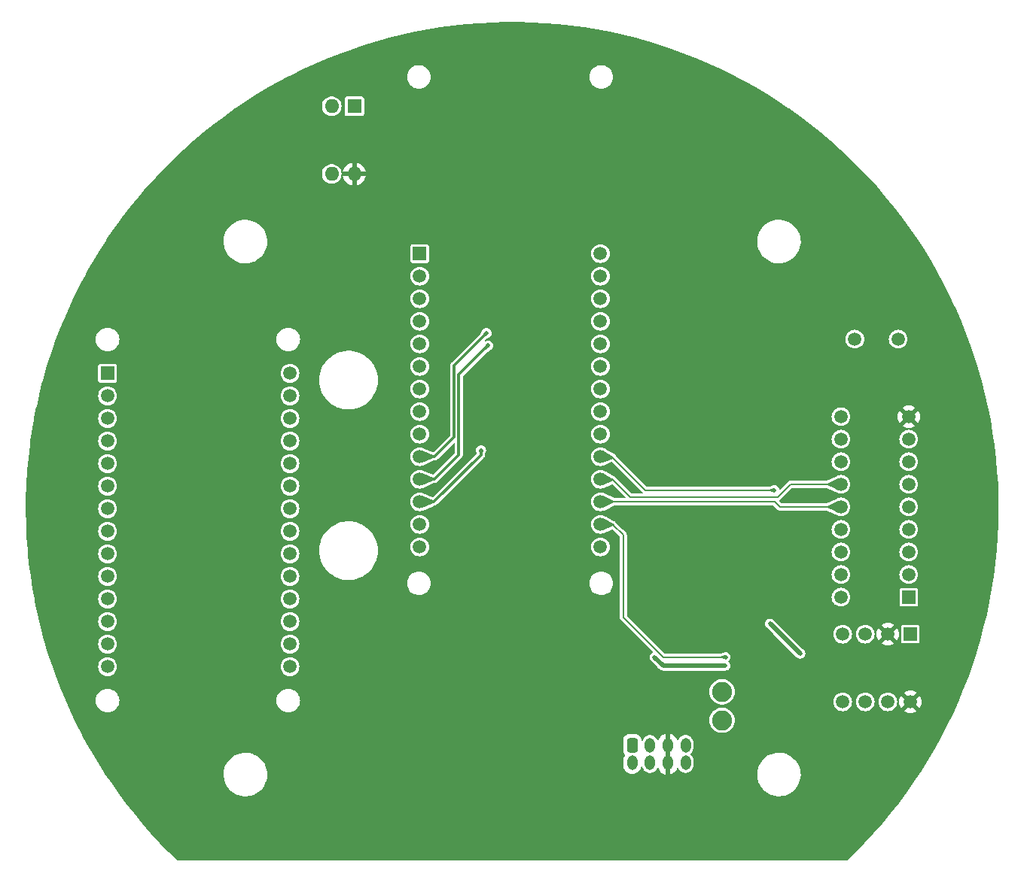
<source format=gbr>
%TF.GenerationSoftware,KiCad,Pcbnew,7.0.1-0*%
%TF.CreationDate,2023-05-23T14:03:24+09:00*%
%TF.ProjectId,SystemData,53797374-656d-4446-9174-612e6b696361,rev?*%
%TF.SameCoordinates,Original*%
%TF.FileFunction,Copper,L2,Bot*%
%TF.FilePolarity,Positive*%
%FSLAX46Y46*%
G04 Gerber Fmt 4.6, Leading zero omitted, Abs format (unit mm)*
G04 Created by KiCad (PCBNEW 7.0.1-0) date 2023-05-23 14:03:24*
%MOMM*%
%LPD*%
G01*
G04 APERTURE LIST*
G04 Aperture macros list*
%AMRoundRect*
0 Rectangle with rounded corners*
0 $1 Rounding radius*
0 $2 $3 $4 $5 $6 $7 $8 $9 X,Y pos of 4 corners*
0 Add a 4 corners polygon primitive as box body*
4,1,4,$2,$3,$4,$5,$6,$7,$8,$9,$2,$3,0*
0 Add four circle primitives for the rounded corners*
1,1,$1+$1,$2,$3*
1,1,$1+$1,$4,$5*
1,1,$1+$1,$6,$7*
1,1,$1+$1,$8,$9*
0 Add four rect primitives between the rounded corners*
20,1,$1+$1,$2,$3,$4,$5,0*
20,1,$1+$1,$4,$5,$6,$7,0*
20,1,$1+$1,$6,$7,$8,$9,0*
20,1,$1+$1,$8,$9,$2,$3,0*%
G04 Aperture macros list end*
%TA.AperFunction,ComponentPad*%
%ADD10C,2.250000*%
%TD*%
%TA.AperFunction,ComponentPad*%
%ADD11C,1.500000*%
%TD*%
%TA.AperFunction,ComponentPad*%
%ADD12R,1.500000X1.500000*%
%TD*%
%TA.AperFunction,ComponentPad*%
%ADD13R,1.508000X1.508000*%
%TD*%
%TA.AperFunction,ComponentPad*%
%ADD14C,1.508000*%
%TD*%
%TA.AperFunction,ComponentPad*%
%ADD15RoundRect,0.250000X-0.350000X-0.560000X0.350000X-0.560000X0.350000X0.560000X-0.350000X0.560000X0*%
%TD*%
%TA.AperFunction,ComponentPad*%
%ADD16O,1.200000X1.650000*%
%TD*%
%TA.AperFunction,ComponentPad*%
%ADD17R,1.600000X1.600000*%
%TD*%
%TA.AperFunction,ComponentPad*%
%ADD18O,1.600000X1.600000*%
%TD*%
%TA.AperFunction,ViaPad*%
%ADD19C,0.510000*%
%TD*%
%TA.AperFunction,Conductor*%
%ADD20C,0.500000*%
%TD*%
%TA.AperFunction,Conductor*%
%ADD21C,0.200000*%
%TD*%
%TA.AperFunction,Conductor*%
%ADD22C,0.300000*%
%TD*%
G04 APERTURE END LIST*
D10*
%TO.P,TP2,1,1*%
%TO.N,CAN_L*%
X172100000Y-125699432D03*
%TD*%
D11*
%TO.P,Y1,1,1*%
%TO.N,OSC2*%
X187027500Y-86000200D03*
%TO.P,Y1,2,2*%
%TO.N,OSC1*%
X191907500Y-86000200D03*
%TD*%
D12*
%TO.P,U1,1,TXD*%
%TO.N,CAN_TX*%
X193277500Y-119200200D03*
D11*
%TO.P,U1,2,VSS*%
%TO.N,GND*%
X190737500Y-119200200D03*
%TO.P,U1,3,VDD*%
%TO.N,+5V*%
X188197500Y-119200200D03*
%TO.P,U1,4,RXD*%
%TO.N,CAN_RX*%
X185657500Y-119200200D03*
%TO.P,U1,5,Vio*%
%TO.N,+3.3V*%
X185657500Y-126820200D03*
%TO.P,U1,6,CANL*%
%TO.N,CAN_L*%
X188197500Y-126820200D03*
%TO.P,U1,7,CANH*%
%TO.N,CAN_H*%
X190737500Y-126820200D03*
%TO.P,U1,8,STBY*%
%TO.N,GND*%
X193277500Y-126820200D03*
%TD*%
D13*
%TO.P,U5,0*%
%TO.N,unconnected-(U5-Pad0)*%
X103000000Y-89840000D03*
D14*
%TO.P,U5,1*%
%TO.N,unconnected-(U5-Pad1)*%
X103000000Y-92380000D03*
%TO.P,U5,2*%
%TO.N,unconnected-(U5-Pad2)*%
X103000000Y-94920000D03*
%TO.P,U5,3*%
%TO.N,unconnected-(U5-Pad3)*%
X103000000Y-97460000D03*
%TO.P,U5,4*%
%TO.N,unconnected-(U5-Pad4)*%
X103000000Y-100000000D03*
%TO.P,U5,5*%
%TO.N,unconnected-(U5-Pad5)*%
X103000000Y-102540000D03*
%TO.P,U5,6*%
%TO.N,unconnected-(U5-Pad6)*%
X103000000Y-105080000D03*
%TO.P,U5,7*%
%TO.N,unconnected-(U5-Pad7)*%
X103000000Y-107620000D03*
%TO.P,U5,8*%
%TO.N,unconnected-(U5-Pad8)*%
X103000000Y-110160000D03*
%TO.P,U5,9*%
%TO.N,unconnected-(U5-Pad9)*%
X103000000Y-112700000D03*
%TO.P,U5,10*%
%TO.N,unconnected-(U5-Pad10)*%
X103000000Y-115240000D03*
%TO.P,U5,11*%
%TO.N,unconnected-(U5-Pad11)*%
X103000000Y-117780000D03*
%TO.P,U5,12*%
%TO.N,unconnected-(U5-Pad12)*%
X103000000Y-120320000D03*
%TO.P,U5,13*%
%TO.N,unconnected-(U5-Pad13)*%
X103000000Y-122860000D03*
%TO.P,U5,14*%
%TO.N,unconnected-(U5-Pad14)*%
X123520000Y-122860000D03*
%TO.P,U5,15*%
%TO.N,unconnected-(U5-Pad15)*%
X123520000Y-120320000D03*
%TO.P,U5,16*%
%TO.N,unconnected-(U5-Pad16)*%
X123520000Y-117780000D03*
%TO.P,U5,17*%
%TO.N,unconnected-(U5-Pad17)*%
X123520000Y-115240000D03*
%TO.P,U5,18*%
%TO.N,unconnected-(U5-Pad18)*%
X123520000Y-112700000D03*
%TO.P,U5,19*%
%TO.N,unconnected-(U5-Pad19)*%
X123520000Y-110160000D03*
%TO.P,U5,20*%
%TO.N,unconnected-(U5-Pad20)*%
X123520000Y-107620000D03*
%TO.P,U5,21*%
%TO.N,unconnected-(U5-Pad21)*%
X123520000Y-105080000D03*
%TO.P,U5,22*%
%TO.N,unconnected-(U5-Pad22)*%
X123520000Y-102540000D03*
%TO.P,U5,23*%
%TO.N,unconnected-(U5-Pad23)*%
X123520000Y-100000000D03*
%TO.P,U5,24*%
%TO.N,unconnected-(U5-Pad24)*%
X123520000Y-97460000D03*
%TO.P,U5,25*%
%TO.N,unconnected-(U5-Pad25)*%
X123520000Y-94920000D03*
%TO.P,U5,26*%
%TO.N,unconnected-(U5-Pad26)*%
X123520000Y-92380000D03*
%TO.P,U5,27*%
%TO.N,unconnected-(U5-Pad27)*%
X123520000Y-89840000D03*
%TD*%
D13*
%TO.P,U4,1,PA03_VREFA/AREF*%
%TO.N,unconnected-(U4-PA03_VREFA{slash}AREF-Pad1)*%
X138102500Y-76359800D03*
D14*
%TO.P,U4,2,PA02_AIN0/DAC0/A0*%
%TO.N,unconnected-(U4-PA02_AIN0{slash}DAC0{slash}A0-Pad2)*%
X138102500Y-78899800D03*
%TO.P,U4,3,PB02_AIN10/A1*%
%TO.N,unconnected-(U4-PB02_AIN10{slash}A1-Pad3)*%
X138102500Y-81439800D03*
%TO.P,U4,4,PB03_AIN11/A2*%
%TO.N,unconnected-(U4-PB03_AIN11{slash}A2-Pad4)*%
X138102500Y-83979800D03*
%TO.P,U4,5,PA04_AIN4/A3*%
%TO.N,unconnected-(U4-PA04_AIN4{slash}A3-Pad5)*%
X138102500Y-86519800D03*
%TO.P,U4,6,PA05_AIN5/A4*%
%TO.N,unconnected-(U4-PA05_AIN5{slash}A4-Pad6)*%
X138102500Y-89059800D03*
%TO.P,U4,7,PA06_AIN6/A5*%
%TO.N,unconnected-(U4-PA06_AIN6{slash}A5-Pad7)*%
X138102500Y-91599800D03*
%TO.P,U4,8,PA07_AIN7/A6*%
%TO.N,unconnected-(U4-PA07_AIN7{slash}A6-Pad8)*%
X138102500Y-94139800D03*
%TO.P,U4,9,PA22_TC4-W0/0*%
%TO.N,DEBUG_MODE*%
X138102500Y-96679800D03*
%TO.P,U4,10,PA23_TC4-W1/1*%
%TO.N,CAN_RECEIVE_STATUS*%
X138102500Y-99219800D03*
%TO.P,U4,11,PA10_TCC0-W2/~2*%
%TO.N,CAN_SEND_STATUS*%
X138102500Y-101759800D03*
%TO.P,U4,12,PA11_TCC0-W3/~3*%
%TO.N,LORA_RECEIVE_STATUS*%
X138102500Y-104299800D03*
%TO.P,U4,13,PB10_TCC0-W4/~4*%
%TO.N,LORA_SEND_STATUS*%
X138102500Y-106839800D03*
%TO.P,U4,14,PB11_TCC0-W5/~5*%
%TO.N,GNSS_STATUS*%
X138102500Y-109379800D03*
%TO.P,U4,15,PA20_TCC0-W6*%
%TO.N,unconnected-(U4-PA20_TCC0-W6-Pad15)*%
X158422500Y-109379800D03*
%TO.P,U4,16,PA21_TCC0-W7*%
%TO.N,SPI_CS_MCP*%
X158422500Y-106839800D03*
%TO.P,U4,17,PA16_S1_MOSI*%
%TO.N,SPI_MOSI*%
X158422500Y-104299800D03*
%TO.P,U4,18,PA17_S1_SCK*%
%TO.N,SPI_SCLK*%
X158422500Y-101759800D03*
%TO.P,U4,19,PA19_S1_MISO*%
%TO.N,SPI_MISO*%
X158422500Y-99219800D03*
%TO.P,U4,20,PA08_S0_I2C_SDA*%
%TO.N,unconnected-(U4-PA08_S0_I2C_SDA-Pad20)*%
X158422500Y-96679800D03*
%TO.P,U4,21,PA09_S0_I2C_SCL*%
%TO.N,unconnected-(U4-PA09_S0_I2C_SCL-Pad21)*%
X158422500Y-94139800D03*
%TO.P,U4,22,PB23_S5_RX*%
%TO.N,unconnected-(U4-PB23_S5_RX-Pad22)*%
X158422500Y-91599800D03*
%TO.P,U4,23,PB22_S5_TX*%
%TO.N,unconnected-(U4-PB22_S5_TX-Pad23)*%
X158422500Y-89059800D03*
%TO.P,U4,24,RESET*%
%TO.N,unconnected-(U4-RESET-Pad24)*%
X158422500Y-86519800D03*
%TO.P,U4,25,GND*%
%TO.N,unconnected-(U4-GND-Pad25)*%
X158422500Y-83979800D03*
%TO.P,U4,26,+3V3*%
%TO.N,+3.3V*%
X158422500Y-81439800D03*
%TO.P,U4,27,VIN*%
%TO.N,+5V*%
X158422500Y-78899800D03*
%TO.P,U4,28,+5V*%
%TO.N,unconnected-(U4-+5V-Pad28)*%
X158422500Y-76359800D03*
%TD*%
D10*
%TO.P,TP1,1,1*%
%TO.N,CAN_H*%
X172100000Y-128899432D03*
%TD*%
D15*
%TO.P,J1,1,Pin_1*%
%TO.N,+12V*%
X162000000Y-131690000D03*
D16*
%TO.P,J1,2,Pin_2*%
X162000000Y-133690000D03*
%TO.P,J1,3,Pin_3*%
%TO.N,CAN_L*%
X164000000Y-131690000D03*
%TO.P,J1,4,Pin_4*%
X164000000Y-133690000D03*
%TO.P,J1,5,Pin_5*%
%TO.N,GND*%
X166000000Y-131690000D03*
%TO.P,J1,6,Pin_6*%
X166000000Y-133690000D03*
%TO.P,J1,7,Pin_7*%
%TO.N,CAN_H*%
X168000000Y-131690000D03*
%TO.P,J1,8,Pin_8*%
X168000000Y-133690000D03*
%TD*%
D12*
%TO.P,U2,1,TXCAN*%
%TO.N,CAN_TX*%
X193097500Y-115040200D03*
D11*
%TO.P,U2,2,RXCAN*%
%TO.N,CAN_RX*%
X193097500Y-112500200D03*
%TO.P,U2,3,CLKOUT/SOF*%
%TO.N,unconnected-(U2-CLKOUT{slash}SOF-Pad3)*%
X193097500Y-109960200D03*
%TO.P,U2,4,~TX0RTS*%
%TO.N,unconnected-(U2-~TX0RTS-Pad4)*%
X193097500Y-107420200D03*
%TO.P,U2,5,~TX1RTS*%
%TO.N,unconnected-(U2-~TX1RTS-Pad5)*%
X193097500Y-104880200D03*
%TO.P,U2,6,~TX2RTS*%
%TO.N,unconnected-(U2-~TX2RTS-Pad6)*%
X193097500Y-102340200D03*
%TO.P,U2,7,OSC2*%
%TO.N,OSC2*%
X193097500Y-99800200D03*
%TO.P,U2,8,OSC1*%
%TO.N,OSC1*%
X193097500Y-97260200D03*
%TO.P,U2,9,VSS*%
%TO.N,GND*%
X193097500Y-94720200D03*
%TO.P,U2,10,~RX1BF*%
%TO.N,unconnected-(U2-~RX1BF-Pad10)*%
X185477500Y-94720200D03*
%TO.P,U2,11,~RX0BF*%
%TO.N,unconnected-(U2-~RX0BF-Pad11)*%
X185477500Y-97260200D03*
%TO.P,U2,12,~INT*%
%TO.N,unconnected-(U2-~INT-Pad12)*%
X185477500Y-99800200D03*
%TO.P,U2,13,SCK*%
%TO.N,SPI_SCLK*%
X185477500Y-102340200D03*
%TO.P,U2,14,SI*%
%TO.N,SPI_MOSI*%
X185477500Y-104880200D03*
%TO.P,U2,15,SO*%
%TO.N,SPI_MISO*%
X185477500Y-107420200D03*
%TO.P,U2,16,~CS*%
%TO.N,SPI_CS_MCP*%
X185477500Y-109960200D03*
%TO.P,U2,17,~RESET*%
%TO.N,Net-(U2-~RESET)*%
X185477500Y-112500200D03*
%TO.P,U2,18,VDD*%
%TO.N,+3.3V*%
X185477500Y-115040200D03*
%TD*%
D17*
%TO.P,SW1,1*%
%TO.N,DEBUG_MODE*%
X130750000Y-59774432D03*
D18*
%TO.P,SW1,2*%
%TO.N,unconnected-(SW1-Pad2)*%
X128210000Y-59774432D03*
%TO.P,SW1,3*%
%TO.N,unconnected-(SW1-Pad3)*%
X128210000Y-67394432D03*
%TO.P,SW1,4*%
%TO.N,GND*%
X130750000Y-67394432D03*
%TD*%
D19*
%TO.N,GND*%
X186700000Y-67800000D03*
X142700000Y-80800000D03*
X172000000Y-111499432D03*
X146100000Y-89000000D03*
X162500000Y-68800000D03*
X187300000Y-114600000D03*
X173300000Y-66200000D03*
X127300000Y-94400000D03*
X179700000Y-112200000D03*
X139900000Y-108200000D03*
X195700000Y-110800000D03*
X95900000Y-114600000D03*
X108900000Y-79800000D03*
X201300000Y-114600000D03*
X170900000Y-77600000D03*
X163700000Y-143800000D03*
X156700000Y-72000000D03*
X120500000Y-91800000D03*
X180500000Y-122800000D03*
X107300000Y-91600000D03*
X136300000Y-94200000D03*
X148900000Y-113200000D03*
X165500000Y-66000000D03*
X138100000Y-111600000D03*
X183700000Y-100800000D03*
X173500000Y-57600000D03*
X160100000Y-84800000D03*
X133500000Y-58400000D03*
X173700000Y-124000000D03*
X179500000Y-104000000D03*
X138300000Y-143600000D03*
X160100000Y-80400000D03*
X163100000Y-117600000D03*
X136300000Y-108400000D03*
X182900000Y-103600000D03*
X152300000Y-96200000D03*
X165300000Y-63000000D03*
X187500000Y-103800000D03*
X143100000Y-99600000D03*
X201900000Y-101800000D03*
X167300000Y-137800000D03*
X130900000Y-72200000D03*
X112700000Y-124800000D03*
X142700000Y-86000000D03*
X180100000Y-117800000D03*
X157700000Y-135800000D03*
X196100000Y-98600000D03*
X161300000Y-66200000D03*
X168900000Y-79200000D03*
X140500000Y-96600000D03*
X170500000Y-84000000D03*
X159300000Y-64000000D03*
X166700000Y-80399432D03*
X189900000Y-89600000D03*
X184700000Y-89600000D03*
X184100000Y-106000000D03*
X184900000Y-117200000D03*
X183900000Y-113800000D03*
X141700000Y-123600000D03*
X139500000Y-103000000D03*
X170500000Y-94800000D03*
X110700000Y-67800000D03*
X176800000Y-102099432D03*
X151300000Y-72000000D03*
X160100000Y-118200000D03*
X191500000Y-114000000D03*
X126300000Y-78000000D03*
X99700000Y-82600000D03*
X184100000Y-108600000D03*
X130500000Y-119600000D03*
X164700000Y-124200000D03*
X194300000Y-123000000D03*
X187300000Y-117800000D03*
X159900000Y-98000000D03*
X145900000Y-83200000D03*
X127300000Y-117800000D03*
X194900000Y-89800000D03*
X109300000Y-133000000D03*
X162900000Y-100600000D03*
X148100000Y-51000000D03*
X141100000Y-61600000D03*
X196100000Y-131400000D03*
X95300000Y-101600000D03*
X134500000Y-103400000D03*
X166700000Y-126499432D03*
X191900000Y-128200000D03*
X159900000Y-105400000D03*
X153500000Y-61400000D03*
X156300000Y-77800000D03*
X184100000Y-111200000D03*
X186500000Y-120800000D03*
X177500000Y-120400000D03*
X178900000Y-96600000D03*
X120700000Y-67800000D03*
X140500000Y-137600000D03*
X156100000Y-124600000D03*
X136500000Y-98000000D03*
X133100000Y-78800000D03*
X120500000Y-105600000D03*
X172700000Y-83000000D03*
X185300000Y-132200000D03*
X105700000Y-117600000D03*
X143300000Y-90600000D03*
X166300000Y-92800000D03*
X140900000Y-70800000D03*
X191100000Y-96400000D03*
X113300000Y-143200000D03*
X186700000Y-125000000D03*
X167400000Y-105099432D03*
X187500000Y-94000000D03*
X113100000Y-100000000D03*
X162900000Y-93800000D03*
X149500000Y-131000000D03*
X163900000Y-74200000D03*
X191100000Y-101000000D03*
X162900000Y-85400000D03*
X177700000Y-105600000D03*
X120300000Y-118000000D03*
X160300000Y-77200000D03*
X112700000Y-112000000D03*
X152300000Y-106800000D03*
X197500000Y-82800000D03*
X145700000Y-100800000D03*
X176800000Y-111799432D03*
X177900000Y-116200000D03*
X133100000Y-87600000D03*
X159700000Y-108400000D03*
X178900000Y-126000000D03*
X126900000Y-106800000D03*
X168100000Y-128400000D03*
X128100000Y-133400000D03*
X184300000Y-143600000D03*
X176700000Y-85600000D03*
X101500000Y-131400000D03*
X169500000Y-102099432D03*
X191900000Y-117200000D03*
X174200000Y-107899432D03*
X167100000Y-120600000D03*
X187300000Y-82200000D03*
X106700000Y-105200000D03*
X152300000Y-88000000D03*
X124900000Y-57600000D03*
X172900000Y-120400000D03*
X191100000Y-111000000D03*
X194700000Y-117200000D03*
X163100000Y-114400000D03*
X186900000Y-128000000D03*
X181266000Y-119858432D03*
X176100000Y-83000000D03*
%TO.N,+5V*%
X177488650Y-118011350D03*
X178277300Y-118800000D03*
X180300000Y-120800000D03*
X180900000Y-121400000D03*
%TO.N,+3.3V*%
X171100000Y-122750200D03*
X172477500Y-122750200D03*
X164513650Y-121786350D03*
X165300000Y-122600000D03*
%TO.N,SPI_CS_MCP*%
X172500000Y-121790497D03*
%TO.N,SPI_MISO*%
X177977500Y-103000200D03*
%TO.N,CAN_RECEIVE_STATUS*%
X145614645Y-85314645D03*
%TO.N,CAN_SEND_STATUS*%
X145806150Y-86706150D03*
%TO.N,LORA_RECEIVE_STATUS*%
X145000000Y-98500000D03*
%TD*%
D20*
%TO.N,+5V*%
X180877300Y-121400000D02*
X180900000Y-121400000D01*
X177488650Y-118011350D02*
X180877300Y-121400000D01*
%TO.N,+3.3V*%
X172477500Y-122750200D02*
X165477500Y-122750200D01*
X165477500Y-122750200D02*
X164513650Y-121786350D01*
D21*
%TO.N,SPI_CS_MCP*%
X172500000Y-121790497D02*
X165500497Y-121790497D01*
X161000000Y-117290000D02*
X161000000Y-108040000D01*
X161000000Y-108040000D02*
X159839800Y-106879800D01*
X165500497Y-121790497D02*
X161000000Y-117290000D01*
X159839800Y-106879800D02*
X158422500Y-106879800D01*
%TO.N,SPI_MOSI*%
X158422700Y-104300000D02*
X178038650Y-104300000D01*
X178618850Y-104880200D02*
X185477500Y-104880200D01*
X178038650Y-104300000D02*
X178618850Y-104880200D01*
%TO.N,SPI_SCLK*%
X179798650Y-102340200D02*
X185477500Y-102340200D01*
X159759800Y-101759800D02*
X161750200Y-103750200D01*
X158422500Y-101759800D02*
X159759800Y-101759800D01*
X161750200Y-103750200D02*
X178388650Y-103750200D01*
X178388650Y-103750200D02*
X179798650Y-102340200D01*
%TO.N,SPI_MISO*%
X159697100Y-99219800D02*
X163477500Y-103000200D01*
X163477500Y-103000200D02*
X177977500Y-103000200D01*
X158422500Y-99219800D02*
X159697100Y-99219800D01*
D22*
%TO.N,CAN_RECEIVE_STATUS*%
X142000000Y-97000000D02*
X139780200Y-99219800D01*
X145614645Y-85314645D02*
X142000000Y-88929290D01*
X142000000Y-88929290D02*
X142000000Y-97000000D01*
X139780200Y-99219800D02*
X138102500Y-99219800D01*
%TO.N,CAN_SEND_STATUS*%
X139740200Y-101759800D02*
X138102500Y-101759800D01*
X142500000Y-90012300D02*
X142500000Y-99000000D01*
X142500000Y-99000000D02*
X139740200Y-101759800D01*
X145806150Y-86706150D02*
X142500000Y-90012300D01*
%TO.N,LORA_RECEIVE_STATUS*%
X145000000Y-98500000D02*
X145000000Y-99000000D01*
X139700200Y-104299800D02*
X138102500Y-104299800D01*
X145000000Y-99000000D02*
X139700200Y-104299800D01*
%TD*%
%TA.AperFunction,Conductor*%
%TO.N,GND*%
G36*
X149237930Y-50304921D02*
G01*
X150709866Y-50344600D01*
X150711517Y-50344667D01*
X152181902Y-50423999D01*
X152183480Y-50424105D01*
X153651289Y-50543039D01*
X153652821Y-50543185D01*
X155116823Y-50701621D01*
X155118471Y-50701822D01*
X156577633Y-50899648D01*
X156579181Y-50899878D01*
X158032561Y-51136965D01*
X158034164Y-51137249D01*
X159480528Y-51413395D01*
X159482157Y-51413728D01*
X160920595Y-51728759D01*
X160922186Y-51729131D01*
X162351579Y-52082800D01*
X162353117Y-52083202D01*
X163772548Y-52475286D01*
X163774060Y-52475726D01*
X165182377Y-52905907D01*
X165183960Y-52906414D01*
X166580132Y-53374376D01*
X166581652Y-53374908D01*
X167964724Y-53880329D01*
X167966227Y-53880900D01*
X169335191Y-54423414D01*
X169336713Y-54424041D01*
X170690502Y-55003222D01*
X170692033Y-55003901D01*
X172029779Y-55619378D01*
X172031205Y-55620058D01*
X172842024Y-56019921D01*
X173351855Y-56271349D01*
X173353355Y-56272114D01*
X174176571Y-56706050D01*
X174601574Y-56930079D01*
X174655930Y-56958731D01*
X174657405Y-56959534D01*
X175941046Y-57681027D01*
X175942456Y-57681844D01*
X177206215Y-58437682D01*
X177207565Y-58438514D01*
X178450509Y-59228139D01*
X178451880Y-59229036D01*
X179562738Y-59977513D01*
X179673036Y-60051830D01*
X179674418Y-60052789D01*
X180872971Y-60908198D01*
X180874261Y-60909145D01*
X182049379Y-61796580D01*
X182050660Y-61797575D01*
X183201366Y-62716299D01*
X183202668Y-62717367D01*
X184328216Y-63666780D01*
X184329488Y-63667883D01*
X185429025Y-64647264D01*
X185430268Y-64648402D01*
X186502989Y-65657034D01*
X186504200Y-65658204D01*
X187549390Y-66695414D01*
X187550550Y-66696596D01*
X188455544Y-67644432D01*
X188567412Y-67761596D01*
X188568548Y-67762819D01*
X188596466Y-67793682D01*
X189556334Y-68854826D01*
X189557447Y-68856090D01*
X190515457Y-69974330D01*
X190516535Y-69975624D01*
X191444033Y-71119237D01*
X191445076Y-71120559D01*
X192341421Y-72288748D01*
X192342429Y-72290099D01*
X193207007Y-73482074D01*
X193207977Y-73483450D01*
X194040080Y-74698229D01*
X194041013Y-74699631D01*
X194840095Y-75936418D01*
X194840990Y-75937845D01*
X195606459Y-77195725D01*
X195607315Y-77197176D01*
X196338592Y-78475195D01*
X196339409Y-78476668D01*
X197035996Y-79773957D01*
X197036773Y-79775452D01*
X197698148Y-81091039D01*
X197698883Y-81092552D01*
X198213584Y-82189052D01*
X198324561Y-82425472D01*
X198325256Y-82427006D01*
X198914781Y-83776287D01*
X198915435Y-83777839D01*
X199468412Y-85142579D01*
X199469023Y-85144149D01*
X199984997Y-86523223D01*
X199985566Y-86524808D01*
X200464201Y-87917321D01*
X200464727Y-87918921D01*
X200905661Y-89323813D01*
X200906144Y-89325427D01*
X201309063Y-90741704D01*
X201309502Y-90743330D01*
X201674109Y-92169943D01*
X201674504Y-92171580D01*
X202000541Y-93607534D01*
X202000891Y-93609182D01*
X202288098Y-95053307D01*
X202288405Y-95054963D01*
X202536609Y-96506410D01*
X202536870Y-96508074D01*
X202745861Y-97965600D01*
X202746078Y-97967270D01*
X202915724Y-99429971D01*
X202915895Y-99431647D01*
X203046056Y-100898306D01*
X203046183Y-100899986D01*
X203136779Y-102369688D01*
X203136860Y-102371370D01*
X203187818Y-103842982D01*
X203187853Y-103844666D01*
X203199137Y-105317077D01*
X203199127Y-105318761D01*
X203170730Y-106790941D01*
X203170675Y-106792625D01*
X203102615Y-108263508D01*
X203102515Y-108265189D01*
X202994843Y-109733742D01*
X202994697Y-109735420D01*
X202847492Y-111200505D01*
X202847301Y-111202179D01*
X202660669Y-112662777D01*
X202660433Y-112664445D01*
X202434509Y-114119479D01*
X202434228Y-114121139D01*
X202169182Y-115569531D01*
X202168857Y-115571184D01*
X201864866Y-117011959D01*
X201864496Y-117013602D01*
X201521800Y-118445626D01*
X201521386Y-118447259D01*
X201140220Y-119869545D01*
X201139762Y-119871166D01*
X200720404Y-121282675D01*
X200719902Y-121284283D01*
X200262679Y-122683921D01*
X200262135Y-122685515D01*
X199767331Y-124072415D01*
X199766743Y-124073993D01*
X199234787Y-125446945D01*
X199234158Y-125448508D01*
X198665349Y-126806740D01*
X198664677Y-126808284D01*
X198059508Y-128150622D01*
X198058795Y-128152148D01*
X197417682Y-129477672D01*
X197416929Y-129479179D01*
X196740291Y-130787021D01*
X196739497Y-130788506D01*
X196027877Y-132077611D01*
X196027043Y-132079074D01*
X195280961Y-133348506D01*
X195280088Y-133349947D01*
X194500039Y-134598861D01*
X194499127Y-134600277D01*
X193685751Y-135827650D01*
X193684802Y-135829042D01*
X192838611Y-137034102D01*
X192837625Y-137035467D01*
X191959268Y-138217287D01*
X191958245Y-138218625D01*
X191048365Y-139376340D01*
X191047306Y-139377650D01*
X190106596Y-140510382D01*
X190105503Y-140511664D01*
X189134544Y-141618711D01*
X189133416Y-141619962D01*
X188133015Y-142700401D01*
X188131854Y-142701621D01*
X187102720Y-143754691D01*
X187101527Y-143755880D01*
X186146461Y-144681872D01*
X186102955Y-144699500D01*
X110897045Y-144699500D01*
X110853539Y-144681872D01*
X109898472Y-143755880D01*
X109897279Y-143754691D01*
X108868145Y-142701621D01*
X108866984Y-142700401D01*
X107866583Y-141619962D01*
X107865455Y-141618711D01*
X106894496Y-140511664D01*
X106893403Y-140510382D01*
X105952693Y-139377650D01*
X105951634Y-139376340D01*
X105041754Y-138218625D01*
X105040731Y-138217287D01*
X104162374Y-137035467D01*
X104161388Y-137034102D01*
X103315197Y-135829042D01*
X103314248Y-135827650D01*
X103228775Y-135698673D01*
X102713610Y-134921296D01*
X116045717Y-134921296D01*
X116055802Y-135235789D01*
X116106021Y-135546410D01*
X116151211Y-135698670D01*
X116195549Y-135848059D01*
X116322916Y-136135786D01*
X116406058Y-136272936D01*
X116486030Y-136404858D01*
X116682214Y-136650865D01*
X116682215Y-136650866D01*
X116908246Y-136869765D01*
X117160415Y-137057963D01*
X117434578Y-137212370D01*
X117591962Y-137276087D01*
X117726238Y-137330449D01*
X118030601Y-137410263D01*
X118342673Y-137450500D01*
X118578573Y-137450500D01*
X118578580Y-137450500D01*
X118814008Y-137435385D01*
X119122860Y-137375236D01*
X119421485Y-137276086D01*
X119704979Y-137139562D01*
X119968687Y-136967907D01*
X120208280Y-136763939D01*
X120419822Y-136531007D01*
X120599842Y-136272936D01*
X120745381Y-135993964D01*
X120854052Y-135698670D01*
X120924069Y-135391905D01*
X120954283Y-135078704D01*
X120944198Y-134764211D01*
X120893979Y-134453590D01*
X120804451Y-134151941D01*
X120721758Y-133965136D01*
X160979500Y-133965136D01*
X160994265Y-134115051D01*
X161052619Y-134307419D01*
X161062384Y-134325688D01*
X161147379Y-134484703D01*
X161274906Y-134640094D01*
X161430297Y-134767621D01*
X161607582Y-134862381D01*
X161799947Y-134920734D01*
X162000000Y-134940438D01*
X162200053Y-134920734D01*
X162392418Y-134862381D01*
X162569703Y-134767621D01*
X162725094Y-134640094D01*
X162852621Y-134484703D01*
X162947381Y-134307418D01*
X163002255Y-134126520D01*
X163024587Y-134094647D01*
X163061450Y-134082167D01*
X163098552Y-134093921D01*
X163121504Y-134125349D01*
X163130145Y-134151941D01*
X163172820Y-134283282D01*
X163267468Y-134447218D01*
X163326168Y-134512410D01*
X163394129Y-134587888D01*
X163547270Y-134699151D01*
X163720197Y-134776144D01*
X163843634Y-134802381D01*
X163905353Y-134815500D01*
X163905354Y-134815500D01*
X164094646Y-134815500D01*
X164094647Y-134815500D01*
X164140935Y-134805661D01*
X164279803Y-134776144D01*
X164452730Y-134699151D01*
X164605871Y-134587888D01*
X164732533Y-134447216D01*
X164827179Y-134283284D01*
X164835379Y-134258045D01*
X164858445Y-134226535D01*
X164895712Y-134214865D01*
X164932631Y-134227594D01*
X164954788Y-134259751D01*
X164974149Y-134325688D01*
X165070410Y-134512410D01*
X165200270Y-134677539D01*
X165359033Y-134815108D01*
X165540964Y-134920146D01*
X165739485Y-134988855D01*
X165750000Y-134990367D01*
X165750000Y-130393741D01*
X165638588Y-130420770D01*
X165447500Y-130508036D01*
X165276374Y-130629895D01*
X165131407Y-130781931D01*
X165017833Y-130958656D01*
X164951968Y-131123178D01*
X164928109Y-131152285D01*
X164891862Y-131162414D01*
X164856370Y-131149893D01*
X164834504Y-131119261D01*
X164827180Y-131096719D01*
X164827179Y-131096717D01*
X164827179Y-131096716D01*
X164732533Y-130932784D01*
X164732532Y-130932783D01*
X164732531Y-130932781D01*
X164660511Y-130852796D01*
X164605871Y-130792112D01*
X164452730Y-130680849D01*
X164279803Y-130603856D01*
X164279801Y-130603855D01*
X164279800Y-130603855D01*
X164094647Y-130564500D01*
X164094646Y-130564500D01*
X163905354Y-130564500D01*
X163905353Y-130564500D01*
X163720199Y-130603855D01*
X163547271Y-130680848D01*
X163547269Y-130680849D01*
X163547270Y-130680849D01*
X163394129Y-130792112D01*
X163394126Y-130792114D01*
X163394126Y-130792115D01*
X163267468Y-130932781D01*
X163172820Y-131096717D01*
X163142440Y-131190218D01*
X163115655Y-131224194D01*
X163073222Y-131232634D01*
X163035474Y-131211494D01*
X163020499Y-131170904D01*
X163020499Y-131075811D01*
X163020499Y-131075806D01*
X163014361Y-131008251D01*
X162965920Y-130852797D01*
X162881683Y-130713453D01*
X162766547Y-130598317D01*
X162627203Y-130514080D01*
X162556833Y-130492152D01*
X162471747Y-130465638D01*
X162404199Y-130459500D01*
X161595810Y-130459500D01*
X161566248Y-130462186D01*
X161528251Y-130465639D01*
X161443164Y-130492152D01*
X161372796Y-130514080D01*
X161233452Y-130598317D01*
X161118317Y-130713452D01*
X161034080Y-130852797D01*
X160985638Y-131008252D01*
X160979500Y-131075800D01*
X160979500Y-132304189D01*
X160981454Y-132325688D01*
X160985639Y-132371749D01*
X161009156Y-132447218D01*
X161034080Y-132527203D01*
X161118317Y-132666547D01*
X161197333Y-132745563D01*
X161215564Y-132786690D01*
X161201453Y-132829406D01*
X161147378Y-132895298D01*
X161052619Y-133072580D01*
X160994265Y-133264948D01*
X160979500Y-133414864D01*
X160979500Y-133965136D01*
X120721758Y-133965136D01*
X120677084Y-133864216D01*
X120677083Y-133864213D01*
X120513971Y-133595144D01*
X120513970Y-133595142D01*
X120317786Y-133349135D01*
X120264811Y-133297832D01*
X120091753Y-133130234D01*
X119839584Y-132942036D01*
X119565421Y-132787629D01*
X119273766Y-132669552D01*
X118969397Y-132589736D01*
X118657327Y-132549500D01*
X118421420Y-132549500D01*
X118185992Y-132564615D01*
X118185988Y-132564615D01*
X118185984Y-132564616D01*
X117877143Y-132624763D01*
X117578519Y-132723912D01*
X117295014Y-132860441D01*
X117031312Y-133032093D01*
X116791721Y-133236059D01*
X116580178Y-133468992D01*
X116400157Y-133727065D01*
X116254618Y-134006036D01*
X116152589Y-134283284D01*
X116145948Y-134301330D01*
X116144558Y-134307419D01*
X116075930Y-134608097D01*
X116051400Y-134862381D01*
X116045717Y-134921296D01*
X102713610Y-134921296D01*
X102500867Y-134600270D01*
X102499960Y-134598861D01*
X102493106Y-134587888D01*
X102102308Y-133962192D01*
X101719911Y-133349947D01*
X101719038Y-133348506D01*
X101293673Y-132624763D01*
X100972945Y-132079055D01*
X100972122Y-132077611D01*
X100908405Y-131962188D01*
X100260500Y-130788503D01*
X100259708Y-130787021D01*
X100054111Y-130389633D01*
X166250000Y-130389633D01*
X166250000Y-134986258D01*
X166361411Y-134959229D01*
X166444474Y-134921296D01*
X176045717Y-134921296D01*
X176055802Y-135235789D01*
X176106021Y-135546410D01*
X176151211Y-135698670D01*
X176195549Y-135848059D01*
X176322916Y-136135786D01*
X176406058Y-136272936D01*
X176486030Y-136404858D01*
X176682214Y-136650865D01*
X176682215Y-136650866D01*
X176908246Y-136869765D01*
X177160415Y-137057963D01*
X177434578Y-137212370D01*
X177591962Y-137276087D01*
X177726238Y-137330449D01*
X178030601Y-137410263D01*
X178342673Y-137450500D01*
X178578573Y-137450500D01*
X178578580Y-137450500D01*
X178814008Y-137435385D01*
X179122860Y-137375236D01*
X179421485Y-137276086D01*
X179704979Y-137139562D01*
X179968687Y-136967907D01*
X180208280Y-136763939D01*
X180419822Y-136531007D01*
X180599842Y-136272936D01*
X180745381Y-135993964D01*
X180854052Y-135698670D01*
X180924069Y-135391905D01*
X180954283Y-135078704D01*
X180944198Y-134764211D01*
X180893979Y-134453590D01*
X180804451Y-134151941D01*
X180677084Y-133864216D01*
X180677083Y-133864213D01*
X180513971Y-133595144D01*
X180513970Y-133595142D01*
X180317786Y-133349135D01*
X180264811Y-133297832D01*
X180091753Y-133130234D01*
X179839584Y-132942036D01*
X179565421Y-132787629D01*
X179273766Y-132669552D01*
X178969397Y-132589736D01*
X178657327Y-132549500D01*
X178421420Y-132549500D01*
X178185992Y-132564615D01*
X178185988Y-132564615D01*
X178185984Y-132564616D01*
X177877143Y-132624763D01*
X177578519Y-132723912D01*
X177295014Y-132860441D01*
X177031312Y-133032093D01*
X176791721Y-133236059D01*
X176580178Y-133468992D01*
X176400157Y-133727065D01*
X176254618Y-134006036D01*
X176152589Y-134283284D01*
X176145948Y-134301330D01*
X176144558Y-134307419D01*
X176075930Y-134608097D01*
X176051400Y-134862381D01*
X176045717Y-134921296D01*
X166444474Y-134921296D01*
X166552499Y-134871963D01*
X166723625Y-134750104D01*
X166868592Y-134598068D01*
X166982166Y-134421343D01*
X167048031Y-134256821D01*
X167071889Y-134227714D01*
X167108136Y-134217585D01*
X167143628Y-134230106D01*
X167165494Y-134260736D01*
X167172821Y-134283284D01*
X167197303Y-134325688D01*
X167267468Y-134447218D01*
X167326168Y-134512410D01*
X167394129Y-134587888D01*
X167547270Y-134699151D01*
X167720197Y-134776144D01*
X167843634Y-134802381D01*
X167905353Y-134815500D01*
X167905354Y-134815500D01*
X168094646Y-134815500D01*
X168094647Y-134815500D01*
X168140935Y-134805661D01*
X168279803Y-134776144D01*
X168452730Y-134699151D01*
X168605871Y-134587888D01*
X168732533Y-134447216D01*
X168827179Y-134283284D01*
X168885674Y-134103256D01*
X168900500Y-133962192D01*
X168900500Y-133417808D01*
X168885674Y-133276744D01*
X168827179Y-133096716D01*
X168732533Y-132932784D01*
X168732532Y-132932783D01*
X168732531Y-132932781D01*
X168605871Y-132792112D01*
X168534919Y-132740562D01*
X168512215Y-132709312D01*
X168512215Y-132670685D01*
X168534917Y-132639438D01*
X168605871Y-132587888D01*
X168732533Y-132447216D01*
X168827179Y-132283284D01*
X168885674Y-132103256D01*
X168900500Y-131962192D01*
X168900500Y-131417808D01*
X168885674Y-131276744D01*
X168827179Y-131096716D01*
X168732533Y-130932784D01*
X168732532Y-130932783D01*
X168732531Y-130932781D01*
X168660511Y-130852796D01*
X168605871Y-130792112D01*
X168452730Y-130680849D01*
X168279803Y-130603856D01*
X168279801Y-130603855D01*
X168279800Y-130603855D01*
X168094647Y-130564500D01*
X168094646Y-130564500D01*
X167905354Y-130564500D01*
X167905353Y-130564500D01*
X167720199Y-130603855D01*
X167547271Y-130680848D01*
X167547269Y-130680849D01*
X167547270Y-130680849D01*
X167394129Y-130792112D01*
X167394126Y-130792114D01*
X167394126Y-130792115D01*
X167267468Y-130932781D01*
X167172821Y-131096716D01*
X167164620Y-131121955D01*
X167141553Y-131153465D01*
X167104286Y-131165134D01*
X167067367Y-131152405D01*
X167045211Y-131120248D01*
X167025850Y-131054310D01*
X166929589Y-130867589D01*
X166799729Y-130702460D01*
X166640966Y-130564891D01*
X166459035Y-130459853D01*
X166260514Y-130391144D01*
X166250000Y-130389633D01*
X100054111Y-130389633D01*
X99583070Y-129479179D01*
X99582317Y-129477672D01*
X99302641Y-128899432D01*
X170669615Y-128899432D01*
X170689124Y-129134866D01*
X170747117Y-129363877D01*
X170797032Y-129477672D01*
X170842014Y-129580221D01*
X170971224Y-129777992D01*
X170971225Y-129777993D01*
X171131227Y-129951800D01*
X171317654Y-130096902D01*
X171525421Y-130209340D01*
X171748861Y-130286048D01*
X171981880Y-130324932D01*
X172218118Y-130324932D01*
X172218120Y-130324932D01*
X172451139Y-130286048D01*
X172674579Y-130209340D01*
X172882346Y-130096902D01*
X173068773Y-129951800D01*
X173228775Y-129777993D01*
X173357986Y-129580220D01*
X173452883Y-129363877D01*
X173510876Y-129134866D01*
X173530385Y-128899432D01*
X173510876Y-128663998D01*
X173452883Y-128434987D01*
X173357986Y-128218644D01*
X173314044Y-128151386D01*
X173228775Y-128020871D01*
X173205419Y-127995500D01*
X173068773Y-127847064D01*
X172882346Y-127701962D01*
X172674579Y-127589524D01*
X172451139Y-127512816D01*
X172218120Y-127473932D01*
X171981880Y-127473932D01*
X171767109Y-127509771D01*
X171748861Y-127512816D01*
X171525418Y-127589525D01*
X171317652Y-127701963D01*
X171131229Y-127847062D01*
X171131227Y-127847063D01*
X171131227Y-127847064D01*
X171116258Y-127863325D01*
X170971224Y-128020871D01*
X170842014Y-128218642D01*
X170758763Y-128408436D01*
X170747117Y-128434987D01*
X170689124Y-128663998D01*
X170669615Y-128899432D01*
X99302641Y-128899432D01*
X99302641Y-128899431D01*
X98941188Y-128152114D01*
X98940507Y-128150656D01*
X98335320Y-126808280D01*
X98334650Y-126806740D01*
X98277385Y-126670000D01*
X101669436Y-126670000D01*
X101689650Y-126901051D01*
X101749679Y-127125077D01*
X101847699Y-127335281D01*
X101980729Y-127525269D01*
X102144730Y-127689270D01*
X102162858Y-127701963D01*
X102334719Y-127822301D01*
X102544921Y-127920320D01*
X102619597Y-127940329D01*
X102768948Y-127980349D01*
X102942127Y-127995500D01*
X102942129Y-127995500D01*
X103057871Y-127995500D01*
X103057873Y-127995500D01*
X103231051Y-127980349D01*
X103305726Y-127960339D01*
X103455079Y-127920320D01*
X103665281Y-127822301D01*
X103855269Y-127689270D01*
X104019270Y-127525269D01*
X104152301Y-127335282D01*
X104250320Y-127125079D01*
X104310349Y-126901050D01*
X104317423Y-126820199D01*
X104330563Y-126670000D01*
X121989436Y-126670000D01*
X122009650Y-126901051D01*
X122069679Y-127125077D01*
X122167699Y-127335281D01*
X122300729Y-127525269D01*
X122464730Y-127689270D01*
X122482858Y-127701963D01*
X122654719Y-127822301D01*
X122864921Y-127920320D01*
X122939597Y-127940329D01*
X123088948Y-127980349D01*
X123262127Y-127995500D01*
X123262129Y-127995500D01*
X123377871Y-127995500D01*
X123377873Y-127995500D01*
X123551051Y-127980349D01*
X123625726Y-127960339D01*
X123775079Y-127920320D01*
X123985281Y-127822301D01*
X124175269Y-127689270D01*
X124339270Y-127525269D01*
X124472301Y-127335282D01*
X124570320Y-127125079D01*
X124630349Y-126901050D01*
X124650563Y-126670000D01*
X124642514Y-126577993D01*
X124630349Y-126438948D01*
X124570320Y-126214922D01*
X124560011Y-126192814D01*
X124472301Y-126004719D01*
X124423389Y-125934865D01*
X124339270Y-125814730D01*
X124223972Y-125699432D01*
X170669615Y-125699432D01*
X170689124Y-125934866D01*
X170747117Y-126163877D01*
X170777766Y-126233750D01*
X170842014Y-126380221D01*
X170971224Y-126577992D01*
X170971225Y-126577993D01*
X171131227Y-126751800D01*
X171317654Y-126896902D01*
X171525421Y-127009340D01*
X171748861Y-127086048D01*
X171981880Y-127124932D01*
X172218118Y-127124932D01*
X172218120Y-127124932D01*
X172451139Y-127086048D01*
X172674579Y-127009340D01*
X172882346Y-126896902D01*
X172980894Y-126820199D01*
X184601917Y-126820199D01*
X184622199Y-127026132D01*
X184622200Y-127026134D01*
X184682268Y-127224154D01*
X184741668Y-127335282D01*
X184779817Y-127406653D01*
X184911089Y-127566610D01*
X185071046Y-127697882D01*
X185071050Y-127697885D01*
X185253546Y-127795432D01*
X185451566Y-127855500D01*
X185657500Y-127875783D01*
X185863434Y-127855500D01*
X186061454Y-127795432D01*
X186243950Y-127697885D01*
X186403910Y-127566610D01*
X186535185Y-127406650D01*
X186632732Y-127224154D01*
X186692800Y-127026134D01*
X186713083Y-126820200D01*
X186713083Y-126820199D01*
X187141917Y-126820199D01*
X187162199Y-127026132D01*
X187162200Y-127026134D01*
X187222268Y-127224154D01*
X187281668Y-127335282D01*
X187319817Y-127406653D01*
X187451089Y-127566610D01*
X187611046Y-127697882D01*
X187611050Y-127697885D01*
X187793546Y-127795432D01*
X187991566Y-127855500D01*
X188197500Y-127875783D01*
X188403434Y-127855500D01*
X188601454Y-127795432D01*
X188783950Y-127697885D01*
X188943910Y-127566610D01*
X189075185Y-127406650D01*
X189172732Y-127224154D01*
X189232800Y-127026134D01*
X189253083Y-126820200D01*
X189253083Y-126820199D01*
X189681917Y-126820199D01*
X189702199Y-127026132D01*
X189702200Y-127026134D01*
X189762268Y-127224154D01*
X189821668Y-127335282D01*
X189859817Y-127406653D01*
X189991089Y-127566610D01*
X190151046Y-127697882D01*
X190151050Y-127697885D01*
X190333546Y-127795432D01*
X190531566Y-127855500D01*
X190737500Y-127875783D01*
X190863987Y-127863325D01*
X192587926Y-127863325D01*
X192650110Y-127906866D01*
X192848343Y-127999303D01*
X193059610Y-128055912D01*
X193277500Y-128074975D01*
X193495389Y-128055912D01*
X193706656Y-127999303D01*
X193904885Y-127906867D01*
X193967071Y-127863324D01*
X193277500Y-127173753D01*
X192587926Y-127863325D01*
X190863987Y-127863325D01*
X190943434Y-127855500D01*
X191141454Y-127795432D01*
X191323950Y-127697885D01*
X191483910Y-127566610D01*
X191615185Y-127406650D01*
X191712732Y-127224154D01*
X191772800Y-127026134D01*
X191793083Y-126820200D01*
X191793083Y-126820199D01*
X192022724Y-126820199D01*
X192041787Y-127038089D01*
X192098396Y-127249356D01*
X192190834Y-127447589D01*
X192234373Y-127509772D01*
X192923947Y-126820200D01*
X193631053Y-126820200D01*
X194320624Y-127509771D01*
X194364167Y-127447585D01*
X194456603Y-127249356D01*
X194513212Y-127038089D01*
X194532275Y-126820199D01*
X194513212Y-126602310D01*
X194456603Y-126391043D01*
X194364167Y-126192814D01*
X194320623Y-126130628D01*
X193631053Y-126820200D01*
X192923947Y-126820200D01*
X192234374Y-126130627D01*
X192190833Y-126192811D01*
X192098396Y-126391043D01*
X192041787Y-126602310D01*
X192022724Y-126820199D01*
X191793083Y-126820199D01*
X191772800Y-126614266D01*
X191712732Y-126416246D01*
X191615185Y-126233750D01*
X191615182Y-126233746D01*
X191483910Y-126073789D01*
X191323953Y-125942517D01*
X191323951Y-125942516D01*
X191323950Y-125942515D01*
X191141454Y-125844968D01*
X191041775Y-125814731D01*
X190943432Y-125784899D01*
X190863981Y-125777074D01*
X192587927Y-125777074D01*
X193277499Y-126466646D01*
X193967072Y-125777073D01*
X193904889Y-125733534D01*
X193706656Y-125641096D01*
X193495389Y-125584487D01*
X193277500Y-125565424D01*
X193059610Y-125584487D01*
X192848343Y-125641096D01*
X192650111Y-125733533D01*
X192587927Y-125777074D01*
X190863981Y-125777074D01*
X190737500Y-125764617D01*
X190531567Y-125784899D01*
X190333546Y-125844968D01*
X190151046Y-125942517D01*
X189991089Y-126073789D01*
X189859817Y-126233746D01*
X189762268Y-126416246D01*
X189702199Y-126614267D01*
X189681917Y-126820199D01*
X189253083Y-126820199D01*
X189232800Y-126614266D01*
X189172732Y-126416246D01*
X189075185Y-126233750D01*
X189075182Y-126233746D01*
X188943910Y-126073789D01*
X188783953Y-125942517D01*
X188783951Y-125942516D01*
X188783950Y-125942515D01*
X188601454Y-125844968D01*
X188501775Y-125814731D01*
X188403432Y-125784899D01*
X188197500Y-125764617D01*
X187991567Y-125784899D01*
X187793546Y-125844968D01*
X187611046Y-125942517D01*
X187451089Y-126073789D01*
X187319817Y-126233746D01*
X187222268Y-126416246D01*
X187162199Y-126614267D01*
X187141917Y-126820199D01*
X186713083Y-126820199D01*
X186692800Y-126614266D01*
X186632732Y-126416246D01*
X186535185Y-126233750D01*
X186535182Y-126233746D01*
X186403910Y-126073789D01*
X186243953Y-125942517D01*
X186243951Y-125942516D01*
X186243950Y-125942515D01*
X186061454Y-125844968D01*
X185961775Y-125814731D01*
X185863432Y-125784899D01*
X185657500Y-125764617D01*
X185451567Y-125784899D01*
X185253546Y-125844968D01*
X185071046Y-125942517D01*
X184911089Y-126073789D01*
X184779817Y-126233746D01*
X184682268Y-126416246D01*
X184622199Y-126614267D01*
X184601917Y-126820199D01*
X172980894Y-126820199D01*
X173068773Y-126751800D01*
X173228775Y-126577993D01*
X173357986Y-126380220D01*
X173452883Y-126163877D01*
X173510876Y-125934866D01*
X173530385Y-125699432D01*
X173510876Y-125463998D01*
X173452883Y-125234987D01*
X173357986Y-125018644D01*
X173228775Y-124820871D01*
X173068773Y-124647064D01*
X172882346Y-124501962D01*
X172674579Y-124389524D01*
X172451139Y-124312816D01*
X172218120Y-124273932D01*
X171981880Y-124273932D01*
X171748860Y-124312816D01*
X171748861Y-124312816D01*
X171525418Y-124389525D01*
X171317652Y-124501963D01*
X171131229Y-124647062D01*
X170971224Y-124820871D01*
X170842014Y-125018642D01*
X170758763Y-125208436D01*
X170747117Y-125234987D01*
X170689124Y-125463998D01*
X170669615Y-125699432D01*
X124223972Y-125699432D01*
X124175269Y-125650729D01*
X123985281Y-125517699D01*
X123775077Y-125419679D01*
X123551051Y-125359650D01*
X123377873Y-125344500D01*
X123377871Y-125344500D01*
X123262129Y-125344500D01*
X123262127Y-125344500D01*
X123088948Y-125359650D01*
X122864922Y-125419679D01*
X122654718Y-125517699D01*
X122464730Y-125650729D01*
X122300729Y-125814730D01*
X122167699Y-126004717D01*
X122069679Y-126214922D01*
X122009650Y-126438948D01*
X121989436Y-126670000D01*
X104330563Y-126670000D01*
X104310349Y-126438948D01*
X104250320Y-126214922D01*
X104240011Y-126192814D01*
X104152301Y-126004719D01*
X104103389Y-125934865D01*
X104019270Y-125814730D01*
X103855269Y-125650729D01*
X103665281Y-125517699D01*
X103455077Y-125419679D01*
X103231051Y-125359650D01*
X103057873Y-125344500D01*
X103057871Y-125344500D01*
X102942129Y-125344500D01*
X102942127Y-125344500D01*
X102768948Y-125359650D01*
X102544922Y-125419679D01*
X102334718Y-125517699D01*
X102144730Y-125650729D01*
X101980729Y-125814730D01*
X101847699Y-126004717D01*
X101749679Y-126214922D01*
X101689650Y-126438948D01*
X101669436Y-126670000D01*
X98277385Y-126670000D01*
X98238854Y-126577993D01*
X97765820Y-125448457D01*
X97765234Y-125447000D01*
X97233236Y-124073940D01*
X97232686Y-124072464D01*
X96812678Y-122895214D01*
X96800114Y-122859999D01*
X101940398Y-122859999D01*
X101960757Y-123066716D01*
X102021055Y-123265493D01*
X102118973Y-123448684D01*
X102250747Y-123609252D01*
X102411315Y-123741026D01*
X102411317Y-123741027D01*
X102594508Y-123838945D01*
X102793282Y-123899242D01*
X103000000Y-123919602D01*
X103206718Y-123899242D01*
X103405492Y-123838945D01*
X103588683Y-123741027D01*
X103749252Y-123609252D01*
X103881027Y-123448683D01*
X103978945Y-123265492D01*
X104039242Y-123066718D01*
X104059602Y-122860000D01*
X104059602Y-122859999D01*
X122460398Y-122859999D01*
X122480757Y-123066716D01*
X122541055Y-123265493D01*
X122638973Y-123448684D01*
X122770747Y-123609252D01*
X122931315Y-123741026D01*
X122931317Y-123741027D01*
X123114508Y-123838945D01*
X123313282Y-123899242D01*
X123520000Y-123919602D01*
X123726718Y-123899242D01*
X123925492Y-123838945D01*
X124108683Y-123741027D01*
X124269252Y-123609252D01*
X124401027Y-123448683D01*
X124498945Y-123265492D01*
X124559242Y-123066718D01*
X124579602Y-122860000D01*
X124559242Y-122653282D01*
X124498945Y-122454508D01*
X124401027Y-122271317D01*
X124401026Y-122271315D01*
X124269252Y-122110747D01*
X124108684Y-121978973D01*
X123925493Y-121881055D01*
X123726716Y-121820757D01*
X123520000Y-121800398D01*
X123313283Y-121820757D01*
X123114506Y-121881055D01*
X122931315Y-121978973D01*
X122770747Y-122110747D01*
X122638973Y-122271315D01*
X122541055Y-122454506D01*
X122480757Y-122653283D01*
X122460398Y-122859999D01*
X104059602Y-122859999D01*
X104039242Y-122653282D01*
X103978945Y-122454508D01*
X103881027Y-122271317D01*
X103881026Y-122271315D01*
X103749252Y-122110747D01*
X103588684Y-121978973D01*
X103405493Y-121881055D01*
X103206716Y-121820757D01*
X103000000Y-121800398D01*
X102793283Y-121820757D01*
X102594506Y-121881055D01*
X102411315Y-121978973D01*
X102250747Y-122110747D01*
X102118973Y-122271315D01*
X102021055Y-122454506D01*
X101960757Y-122653283D01*
X101940398Y-122859999D01*
X96800114Y-122859999D01*
X96737864Y-122685515D01*
X96737320Y-122683921D01*
X96280097Y-121284283D01*
X96279595Y-121282675D01*
X96114057Y-120725493D01*
X95993585Y-120319999D01*
X101940398Y-120319999D01*
X101960757Y-120526716D01*
X102021055Y-120725493D01*
X102118973Y-120908684D01*
X102250747Y-121069252D01*
X102411315Y-121201026D01*
X102536739Y-121268067D01*
X102594508Y-121298945D01*
X102793282Y-121359242D01*
X103000000Y-121379602D01*
X103206718Y-121359242D01*
X103405492Y-121298945D01*
X103588683Y-121201027D01*
X103749252Y-121069252D01*
X103881027Y-120908683D01*
X103978945Y-120725492D01*
X104039242Y-120526718D01*
X104059602Y-120320000D01*
X104059602Y-120319999D01*
X122460398Y-120319999D01*
X122480757Y-120526716D01*
X122541055Y-120725493D01*
X122638973Y-120908684D01*
X122770747Y-121069252D01*
X122931315Y-121201026D01*
X123056739Y-121268067D01*
X123114508Y-121298945D01*
X123313282Y-121359242D01*
X123520000Y-121379602D01*
X123726718Y-121359242D01*
X123925492Y-121298945D01*
X124108683Y-121201027D01*
X124269252Y-121069252D01*
X124401027Y-120908683D01*
X124498945Y-120725492D01*
X124559242Y-120526718D01*
X124579602Y-120320000D01*
X124559242Y-120113282D01*
X124498945Y-119914508D01*
X124401027Y-119731317D01*
X124401026Y-119731315D01*
X124269252Y-119570747D01*
X124108684Y-119438973D01*
X123925493Y-119341055D01*
X123726716Y-119280757D01*
X123520000Y-119260398D01*
X123313283Y-119280757D01*
X123114506Y-119341055D01*
X122931315Y-119438973D01*
X122770747Y-119570747D01*
X122638973Y-119731315D01*
X122541055Y-119914506D01*
X122480757Y-120113283D01*
X122460398Y-120319999D01*
X104059602Y-120319999D01*
X104039242Y-120113282D01*
X103978945Y-119914508D01*
X103881027Y-119731317D01*
X103881026Y-119731315D01*
X103749252Y-119570747D01*
X103588684Y-119438973D01*
X103405493Y-119341055D01*
X103206716Y-119280757D01*
X103000000Y-119260398D01*
X102793283Y-119280757D01*
X102594506Y-119341055D01*
X102411315Y-119438973D01*
X102250747Y-119570747D01*
X102118973Y-119731315D01*
X102021055Y-119914506D01*
X101960757Y-120113283D01*
X101940398Y-120319999D01*
X95993585Y-120319999D01*
X95860224Y-119871121D01*
X95859791Y-119869590D01*
X95478598Y-118447203D01*
X95478213Y-118445682D01*
X95318909Y-117779999D01*
X101940398Y-117779999D01*
X101960757Y-117986716D01*
X102021055Y-118185493D01*
X102118973Y-118368684D01*
X102250747Y-118529252D01*
X102411315Y-118661026D01*
X102411317Y-118661027D01*
X102594508Y-118758945D01*
X102793282Y-118819242D01*
X103000000Y-118839602D01*
X103206718Y-118819242D01*
X103405492Y-118758945D01*
X103588683Y-118661027D01*
X103749252Y-118529252D01*
X103881027Y-118368683D01*
X103978945Y-118185492D01*
X104039242Y-117986718D01*
X104059602Y-117780000D01*
X104059602Y-117779999D01*
X122460398Y-117779999D01*
X122480757Y-117986716D01*
X122541055Y-118185493D01*
X122638973Y-118368684D01*
X122770747Y-118529252D01*
X122931315Y-118661026D01*
X122931317Y-118661027D01*
X123114508Y-118758945D01*
X123313282Y-118819242D01*
X123520000Y-118839602D01*
X123726718Y-118819242D01*
X123925492Y-118758945D01*
X124108683Y-118661027D01*
X124269252Y-118529252D01*
X124401027Y-118368683D01*
X124498945Y-118185492D01*
X124559242Y-117986718D01*
X124579602Y-117780000D01*
X124559242Y-117573282D01*
X124498945Y-117374508D01*
X124401027Y-117191317D01*
X124401026Y-117191315D01*
X124269252Y-117030747D01*
X124108684Y-116898973D01*
X123925493Y-116801055D01*
X123726716Y-116740757D01*
X123520000Y-116720398D01*
X123313283Y-116740757D01*
X123114506Y-116801055D01*
X122931315Y-116898973D01*
X122770747Y-117030747D01*
X122638973Y-117191315D01*
X122541055Y-117374506D01*
X122480757Y-117573283D01*
X122460398Y-117779999D01*
X104059602Y-117779999D01*
X104039242Y-117573282D01*
X103978945Y-117374508D01*
X103881027Y-117191317D01*
X103881026Y-117191315D01*
X103749252Y-117030747D01*
X103588684Y-116898973D01*
X103405493Y-116801055D01*
X103206716Y-116740757D01*
X103000000Y-116720398D01*
X102793283Y-116740757D01*
X102594506Y-116801055D01*
X102411315Y-116898973D01*
X102250747Y-117030747D01*
X102118973Y-117191315D01*
X102021055Y-117374506D01*
X101960757Y-117573283D01*
X101940398Y-117779999D01*
X95318909Y-117779999D01*
X95135499Y-117013588D01*
X95135133Y-117011959D01*
X94984832Y-116299601D01*
X94831133Y-115571139D01*
X94830826Y-115569577D01*
X94770515Y-115239999D01*
X101940398Y-115239999D01*
X101960757Y-115446716D01*
X102021055Y-115645493D01*
X102118973Y-115828684D01*
X102250747Y-115989252D01*
X102411315Y-116121026D01*
X102411317Y-116121027D01*
X102594508Y-116218945D01*
X102793282Y-116279242D01*
X103000000Y-116299602D01*
X103206718Y-116279242D01*
X103405492Y-116218945D01*
X103588683Y-116121027D01*
X103749252Y-115989252D01*
X103881027Y-115828683D01*
X103978945Y-115645492D01*
X104039242Y-115446718D01*
X104059602Y-115240000D01*
X104059602Y-115239999D01*
X122460398Y-115239999D01*
X122480757Y-115446716D01*
X122541055Y-115645493D01*
X122638973Y-115828684D01*
X122770747Y-115989252D01*
X122931315Y-116121026D01*
X122931317Y-116121027D01*
X123114508Y-116218945D01*
X123313282Y-116279242D01*
X123520000Y-116299602D01*
X123726718Y-116279242D01*
X123925492Y-116218945D01*
X124108683Y-116121027D01*
X124269252Y-115989252D01*
X124401027Y-115828683D01*
X124498945Y-115645492D01*
X124559242Y-115446718D01*
X124579602Y-115240000D01*
X124559242Y-115033282D01*
X124498945Y-114834508D01*
X124401027Y-114651317D01*
X124401026Y-114651315D01*
X124269252Y-114490747D01*
X124108684Y-114358973D01*
X123925493Y-114261055D01*
X123726716Y-114200757D01*
X123520000Y-114180398D01*
X123313283Y-114200757D01*
X123114506Y-114261055D01*
X122931315Y-114358973D01*
X122770747Y-114490747D01*
X122638973Y-114651315D01*
X122541055Y-114834506D01*
X122480757Y-115033283D01*
X122460398Y-115239999D01*
X104059602Y-115239999D01*
X104039242Y-115033282D01*
X103978945Y-114834508D01*
X103881027Y-114651317D01*
X103881026Y-114651315D01*
X103749252Y-114490747D01*
X103588684Y-114358973D01*
X103405493Y-114261055D01*
X103206716Y-114200757D01*
X103000000Y-114180398D01*
X102793283Y-114200757D01*
X102594506Y-114261055D01*
X102411315Y-114358973D01*
X102250747Y-114490747D01*
X102118973Y-114651315D01*
X102021055Y-114834506D01*
X101960757Y-115033283D01*
X101940398Y-115239999D01*
X94770515Y-115239999D01*
X94565765Y-114121107D01*
X94565497Y-114119521D01*
X94345088Y-112700000D01*
X101940398Y-112700000D01*
X101960757Y-112906716D01*
X102021055Y-113105493D01*
X102118973Y-113288684D01*
X102250747Y-113449252D01*
X102411315Y-113581026D01*
X102411317Y-113581027D01*
X102594508Y-113678945D01*
X102793282Y-113739242D01*
X103000000Y-113759602D01*
X103206718Y-113739242D01*
X103405492Y-113678945D01*
X103588683Y-113581027D01*
X103749252Y-113449252D01*
X103881027Y-113288683D01*
X103978945Y-113105492D01*
X104039242Y-112906718D01*
X104059602Y-112700000D01*
X122460398Y-112700000D01*
X122480757Y-112906716D01*
X122541055Y-113105493D01*
X122638973Y-113288684D01*
X122770747Y-113449252D01*
X122931315Y-113581026D01*
X122931317Y-113581027D01*
X123114508Y-113678945D01*
X123313282Y-113739242D01*
X123520000Y-113759602D01*
X123726718Y-113739242D01*
X123925492Y-113678945D01*
X124108683Y-113581027D01*
X124237879Y-113474999D01*
X136681936Y-113474999D01*
X136702150Y-113706051D01*
X136762179Y-113930077D01*
X136860199Y-114140281D01*
X136993229Y-114330269D01*
X137157230Y-114494270D01*
X137290260Y-114587418D01*
X137347219Y-114627301D01*
X137557421Y-114725320D01*
X137632097Y-114745329D01*
X137781448Y-114785349D01*
X137954627Y-114800500D01*
X137954629Y-114800500D01*
X138070371Y-114800500D01*
X138070373Y-114800500D01*
X138243551Y-114785349D01*
X138318226Y-114765339D01*
X138467579Y-114725320D01*
X138677781Y-114627301D01*
X138867769Y-114494270D01*
X139031770Y-114330269D01*
X139164801Y-114140282D01*
X139262820Y-113930079D01*
X139322849Y-113706050D01*
X139325221Y-113678944D01*
X139343063Y-113475000D01*
X157181936Y-113475000D01*
X157202150Y-113706051D01*
X157262179Y-113930077D01*
X157360199Y-114140281D01*
X157493229Y-114330269D01*
X157657230Y-114494270D01*
X157790260Y-114587418D01*
X157847219Y-114627301D01*
X158057421Y-114725320D01*
X158132097Y-114745329D01*
X158281448Y-114785349D01*
X158454627Y-114800500D01*
X158454629Y-114800500D01*
X158570371Y-114800500D01*
X158570373Y-114800500D01*
X158743551Y-114785349D01*
X158818226Y-114765339D01*
X158967579Y-114725320D01*
X159177781Y-114627301D01*
X159367769Y-114494270D01*
X159531770Y-114330269D01*
X159664801Y-114140282D01*
X159762820Y-113930079D01*
X159822849Y-113706050D01*
X159825221Y-113678944D01*
X159843063Y-113475000D01*
X159822849Y-113243948D01*
X159762820Y-113019922D01*
X159746474Y-112984868D01*
X159664801Y-112809719D01*
X159587975Y-112700000D01*
X159531770Y-112619730D01*
X159367769Y-112455729D01*
X159177781Y-112322699D01*
X158967577Y-112224679D01*
X158743551Y-112164650D01*
X158570373Y-112149500D01*
X158570371Y-112149500D01*
X158454629Y-112149500D01*
X158454627Y-112149500D01*
X158281448Y-112164650D01*
X158057422Y-112224679D01*
X157847218Y-112322699D01*
X157657230Y-112455729D01*
X157493229Y-112619730D01*
X157360199Y-112809717D01*
X157262179Y-113019922D01*
X157202150Y-113243948D01*
X157181936Y-113475000D01*
X139343063Y-113475000D01*
X139322849Y-113243948D01*
X139262820Y-113019922D01*
X139246474Y-112984868D01*
X139164801Y-112809719D01*
X139087975Y-112700000D01*
X139031770Y-112619730D01*
X138867769Y-112455729D01*
X138677781Y-112322699D01*
X138467577Y-112224679D01*
X138243551Y-112164650D01*
X138070373Y-112149500D01*
X138070371Y-112149500D01*
X137954629Y-112149500D01*
X137954627Y-112149500D01*
X137781448Y-112164650D01*
X137557422Y-112224679D01*
X137347218Y-112322699D01*
X137157230Y-112455729D01*
X136993229Y-112619730D01*
X136860199Y-112809717D01*
X136762179Y-113019922D01*
X136702150Y-113243948D01*
X136681936Y-113474999D01*
X124237879Y-113474999D01*
X124269252Y-113449252D01*
X124401027Y-113288683D01*
X124498945Y-113105492D01*
X124559242Y-112906718D01*
X124579602Y-112700000D01*
X124559242Y-112493282D01*
X124498945Y-112294508D01*
X124461620Y-112224679D01*
X124401026Y-112111315D01*
X124269252Y-111950747D01*
X124108684Y-111818973D01*
X123925493Y-111721055D01*
X123726716Y-111660757D01*
X123520000Y-111640398D01*
X123313283Y-111660757D01*
X123114506Y-111721055D01*
X122931315Y-111818973D01*
X122770747Y-111950747D01*
X122638973Y-112111315D01*
X122541055Y-112294506D01*
X122480757Y-112493283D01*
X122460398Y-112700000D01*
X104059602Y-112700000D01*
X104039242Y-112493282D01*
X103978945Y-112294508D01*
X103941620Y-112224679D01*
X103881026Y-112111315D01*
X103749252Y-111950747D01*
X103588684Y-111818973D01*
X103405493Y-111721055D01*
X103206716Y-111660757D01*
X103000000Y-111640398D01*
X102793283Y-111660757D01*
X102594506Y-111721055D01*
X102411315Y-111818973D01*
X102250747Y-111950747D01*
X102118973Y-112111315D01*
X102021055Y-112294506D01*
X101960757Y-112493283D01*
X101940398Y-112700000D01*
X94345088Y-112700000D01*
X94339556Y-112664375D01*
X94339338Y-112662836D01*
X94152692Y-111202128D01*
X94152512Y-111200556D01*
X94047962Y-110160000D01*
X101940398Y-110160000D01*
X101960757Y-110366716D01*
X102021055Y-110565493D01*
X102118973Y-110748684D01*
X102250747Y-110909252D01*
X102411315Y-111041026D01*
X102436560Y-111054520D01*
X102594508Y-111138945D01*
X102793282Y-111199242D01*
X103000000Y-111219602D01*
X103206718Y-111199242D01*
X103405492Y-111138945D01*
X103588683Y-111041027D01*
X103749252Y-110909252D01*
X103881027Y-110748683D01*
X103978945Y-110565492D01*
X104039242Y-110366718D01*
X104059602Y-110160000D01*
X122460398Y-110160000D01*
X122480757Y-110366716D01*
X122541055Y-110565493D01*
X122638973Y-110748684D01*
X122770747Y-110909252D01*
X122931315Y-111041026D01*
X122956560Y-111054520D01*
X123114508Y-111138945D01*
X123313282Y-111199242D01*
X123520000Y-111219602D01*
X123726718Y-111199242D01*
X123925492Y-111138945D01*
X124108683Y-111041027D01*
X124269252Y-110909252D01*
X124401027Y-110748683D01*
X124498945Y-110565492D01*
X124559242Y-110366718D01*
X124579602Y-110160000D01*
X124559242Y-109953282D01*
X124512745Y-109800000D01*
X126794651Y-109800000D01*
X126814027Y-110157365D01*
X126814028Y-110157371D01*
X126871929Y-110510552D01*
X126967676Y-110855403D01*
X127011833Y-110966228D01*
X127100147Y-111187882D01*
X127247014Y-111464900D01*
X127267789Y-111504085D01*
X127468635Y-111800311D01*
X127700332Y-112073086D01*
X127960163Y-112319211D01*
X128080428Y-112410634D01*
X128245077Y-112535798D01*
X128384574Y-112619730D01*
X128551747Y-112720315D01*
X128876565Y-112870591D01*
X128983780Y-112906716D01*
X129215719Y-112984866D01*
X129215722Y-112984866D01*
X129215726Y-112984868D01*
X129565254Y-113061805D01*
X129921052Y-113100500D01*
X130278945Y-113100500D01*
X130278948Y-113100500D01*
X130634746Y-113061805D01*
X130984274Y-112984868D01*
X131323435Y-112870591D01*
X131648253Y-112720315D01*
X131954919Y-112535800D01*
X132239837Y-112319211D01*
X132499668Y-112073086D01*
X132731365Y-111800311D01*
X132932211Y-111504085D01*
X133099853Y-111187880D01*
X133232324Y-110855403D01*
X133328071Y-110510552D01*
X133385972Y-110157371D01*
X133405348Y-109800000D01*
X133385972Y-109442629D01*
X133375672Y-109379800D01*
X137042898Y-109379800D01*
X137063257Y-109586516D01*
X137123555Y-109785293D01*
X137221473Y-109968484D01*
X137353247Y-110129052D01*
X137513815Y-110260826D01*
X137513817Y-110260827D01*
X137697008Y-110358745D01*
X137895782Y-110419042D01*
X138102500Y-110439402D01*
X138309218Y-110419042D01*
X138507992Y-110358745D01*
X138691183Y-110260827D01*
X138851752Y-110129052D01*
X138983527Y-109968483D01*
X139081445Y-109785292D01*
X139141742Y-109586518D01*
X139162102Y-109379800D01*
X157362898Y-109379800D01*
X157383257Y-109586516D01*
X157443555Y-109785293D01*
X157541473Y-109968484D01*
X157673247Y-110129052D01*
X157833815Y-110260826D01*
X157833817Y-110260827D01*
X158017008Y-110358745D01*
X158215782Y-110419042D01*
X158422500Y-110439402D01*
X158629218Y-110419042D01*
X158827992Y-110358745D01*
X159011183Y-110260827D01*
X159171752Y-110129052D01*
X159303527Y-109968483D01*
X159401445Y-109785292D01*
X159461742Y-109586518D01*
X159482102Y-109379800D01*
X159461742Y-109173082D01*
X159401445Y-108974308D01*
X159303527Y-108791117D01*
X159303526Y-108791115D01*
X159171752Y-108630547D01*
X159011184Y-108498773D01*
X158827993Y-108400855D01*
X158629216Y-108340557D01*
X158422500Y-108320198D01*
X158215783Y-108340557D01*
X158017006Y-108400855D01*
X157833815Y-108498773D01*
X157673247Y-108630547D01*
X157541473Y-108791115D01*
X157443555Y-108974306D01*
X157383257Y-109173083D01*
X157362898Y-109379800D01*
X139162102Y-109379800D01*
X139141742Y-109173082D01*
X139081445Y-108974308D01*
X138983527Y-108791117D01*
X138983526Y-108791115D01*
X138851752Y-108630547D01*
X138691184Y-108498773D01*
X138507993Y-108400855D01*
X138309216Y-108340557D01*
X138102500Y-108320198D01*
X137895783Y-108340557D01*
X137697006Y-108400855D01*
X137513815Y-108498773D01*
X137353247Y-108630547D01*
X137221473Y-108791115D01*
X137123555Y-108974306D01*
X137063257Y-109173083D01*
X137042898Y-109379800D01*
X133375672Y-109379800D01*
X133328071Y-109089448D01*
X133232324Y-108744597D01*
X133099853Y-108412120D01*
X133099852Y-108412117D01*
X132932213Y-108095919D01*
X132932211Y-108095915D01*
X132731365Y-107799689D01*
X132499668Y-107526914D01*
X132239837Y-107280789D01*
X132152329Y-107214267D01*
X131954922Y-107064201D01*
X131648253Y-106879685D01*
X131628934Y-106870747D01*
X131562043Y-106839800D01*
X137042898Y-106839800D01*
X137063257Y-107046516D01*
X137123555Y-107245293D01*
X137221473Y-107428484D01*
X137353247Y-107589052D01*
X137513815Y-107720826D01*
X137677427Y-107808279D01*
X137697008Y-107818745D01*
X137895782Y-107879042D01*
X138102500Y-107899402D01*
X138309218Y-107879042D01*
X138507992Y-107818745D01*
X138691183Y-107720827D01*
X138851752Y-107589052D01*
X138983527Y-107428483D01*
X139081445Y-107245292D01*
X139141742Y-107046518D01*
X139162102Y-106839800D01*
X157362898Y-106839800D01*
X157383257Y-107046516D01*
X157443555Y-107245293D01*
X157541473Y-107428484D01*
X157673247Y-107589052D01*
X157833815Y-107720826D01*
X157997427Y-107808279D01*
X158017008Y-107818745D01*
X158215782Y-107879042D01*
X158422500Y-107899402D01*
X158629218Y-107879042D01*
X158827992Y-107818745D01*
X158839196Y-107812755D01*
X158849818Y-107808282D01*
X158852619Y-107807397D01*
X159728654Y-107393614D01*
X159766048Y-107388551D01*
X159799541Y-107405934D01*
X160581194Y-108187587D01*
X160599500Y-108231781D01*
X160599500Y-117226567D01*
X160599500Y-117353433D01*
X160607841Y-117379105D01*
X160610129Y-117388638D01*
X160614353Y-117415303D01*
X160626609Y-117439357D01*
X160630362Y-117448417D01*
X160638704Y-117474090D01*
X160654573Y-117495932D01*
X160659690Y-117504281D01*
X160670819Y-117526122D01*
X160671951Y-117528343D01*
X160691371Y-117547763D01*
X160691375Y-117547768D01*
X164316721Y-121173114D01*
X164334492Y-121209150D01*
X164326654Y-121248558D01*
X164296445Y-121275050D01*
X164233504Y-121301120D01*
X164117462Y-121390162D01*
X164028422Y-121506202D01*
X163972448Y-121641337D01*
X163953357Y-121786349D01*
X163972448Y-121931361D01*
X163972448Y-121931363D01*
X163972449Y-121931364D01*
X163984431Y-121960293D01*
X163994739Y-121985178D01*
X163996095Y-121989324D01*
X163998531Y-121994337D01*
X164028420Y-122066496D01*
X164067593Y-122117545D01*
X164070503Y-122121955D01*
X164074283Y-122126265D01*
X164117463Y-122182537D01*
X164173739Y-122225720D01*
X164179885Y-122231110D01*
X164795975Y-122847200D01*
X164809523Y-122867475D01*
X164814772Y-122880147D01*
X164903812Y-122996187D01*
X165019853Y-123085228D01*
X165032521Y-123090475D01*
X165052799Y-123104024D01*
X165080830Y-123132055D01*
X165082313Y-123133589D01*
X165126820Y-123181244D01*
X165164618Y-123204229D01*
X165169905Y-123207828D01*
X165205156Y-123234560D01*
X165205157Y-123234560D01*
X165205158Y-123234561D01*
X165226747Y-123243074D01*
X165236290Y-123247814D01*
X165256118Y-123259872D01*
X165298740Y-123271814D01*
X165304762Y-123273839D01*
X165345936Y-123290076D01*
X165365998Y-123292138D01*
X165369018Y-123292449D01*
X165379487Y-123294438D01*
X165401835Y-123300700D01*
X165446074Y-123300700D01*
X165452466Y-123301028D01*
X165496471Y-123305552D01*
X165496471Y-123305551D01*
X165496472Y-123305552D01*
X165519341Y-123301608D01*
X165529960Y-123300700D01*
X171021523Y-123300700D01*
X171029680Y-123301234D01*
X171100000Y-123310493D01*
X171170319Y-123301234D01*
X171178477Y-123300700D01*
X172399023Y-123300700D01*
X172407180Y-123301234D01*
X172477500Y-123310493D01*
X172622514Y-123291401D01*
X172757647Y-123235428D01*
X172873687Y-123146387D01*
X172962728Y-123030347D01*
X173018701Y-122895214D01*
X173037793Y-122750200D01*
X173018701Y-122605186D01*
X172962728Y-122470054D01*
X172873687Y-122354013D01*
X172873685Y-122354012D01*
X172873685Y-122354011D01*
X172840523Y-122328565D01*
X172818964Y-122297775D01*
X172818964Y-122260187D01*
X172840524Y-122229396D01*
X172890566Y-122190997D01*
X172896187Y-122186684D01*
X172985228Y-122070644D01*
X173041201Y-121935511D01*
X173060293Y-121790497D01*
X173041201Y-121645483D01*
X172985228Y-121510351D01*
X172896187Y-121394310D01*
X172896185Y-121394309D01*
X172896185Y-121394308D01*
X172780148Y-121305269D01*
X172645012Y-121249295D01*
X172500000Y-121230204D01*
X172354986Y-121249295D01*
X172330409Y-121259475D01*
X172320402Y-121262664D01*
X172296733Y-121268066D01*
X171935369Y-121386871D01*
X171915849Y-121389997D01*
X165692278Y-121389997D01*
X165648084Y-121371691D01*
X162287742Y-118011349D01*
X176928357Y-118011349D01*
X176947448Y-118156361D01*
X176969739Y-118210178D01*
X176971095Y-118214324D01*
X176973531Y-118219337D01*
X177003420Y-118291496D01*
X177042593Y-118342545D01*
X177045503Y-118346955D01*
X177049283Y-118351265D01*
X177092463Y-118407537D01*
X177148739Y-118450720D01*
X177154885Y-118456110D01*
X177832542Y-119133767D01*
X177837932Y-119139913D01*
X177881113Y-119196187D01*
X177937389Y-119239370D01*
X177943535Y-119244760D01*
X180480630Y-121781855D01*
X180482113Y-121783389D01*
X180517013Y-121820758D01*
X180526620Y-121831044D01*
X180564418Y-121854029D01*
X180569705Y-121857628D01*
X180604956Y-121884360D01*
X180604957Y-121884360D01*
X180604958Y-121884361D01*
X180626547Y-121892874D01*
X180636090Y-121897614D01*
X180655918Y-121909672D01*
X180698540Y-121921614D01*
X180704562Y-121923639D01*
X180745736Y-121939876D01*
X180745737Y-121939876D01*
X180746802Y-121940296D01*
X180746825Y-121940127D01*
X180775960Y-121943962D01*
X180784669Y-121945746D01*
X180801633Y-121950500D01*
X180801635Y-121950500D01*
X180821523Y-121950500D01*
X180829680Y-121951034D01*
X180900000Y-121960293D01*
X181045014Y-121941201D01*
X181180147Y-121885228D01*
X181296187Y-121796187D01*
X181385228Y-121680147D01*
X181441201Y-121545014D01*
X181460293Y-121400000D01*
X181441201Y-121254986D01*
X181385228Y-121119854D01*
X181296187Y-121003813D01*
X181296185Y-121003812D01*
X181296185Y-121003811D01*
X181180146Y-120914771D01*
X181175328Y-120912775D01*
X181155052Y-120899227D01*
X180800771Y-120544946D01*
X180787222Y-120524669D01*
X180785228Y-120519854D01*
X180696187Y-120403813D01*
X180586960Y-120320000D01*
X180580146Y-120314771D01*
X180575328Y-120312775D01*
X180555052Y-120299227D01*
X179456025Y-119200200D01*
X184601917Y-119200200D01*
X184622199Y-119406132D01*
X184622200Y-119406134D01*
X184682268Y-119604154D01*
X184695739Y-119629356D01*
X184779817Y-119786653D01*
X184911089Y-119946610D01*
X185000749Y-120020191D01*
X185071050Y-120077885D01*
X185253546Y-120175432D01*
X185451566Y-120235500D01*
X185657500Y-120255783D01*
X185863434Y-120235500D01*
X186061454Y-120175432D01*
X186243950Y-120077885D01*
X186403910Y-119946610D01*
X186535185Y-119786650D01*
X186632732Y-119604154D01*
X186692800Y-119406134D01*
X186713083Y-119200200D01*
X187141917Y-119200200D01*
X187162199Y-119406132D01*
X187162200Y-119406134D01*
X187222268Y-119604154D01*
X187235739Y-119629356D01*
X187319817Y-119786653D01*
X187451089Y-119946610D01*
X187540749Y-120020191D01*
X187611050Y-120077885D01*
X187793546Y-120175432D01*
X187991566Y-120235500D01*
X188197500Y-120255783D01*
X188323987Y-120243325D01*
X190047926Y-120243325D01*
X190110110Y-120286866D01*
X190308343Y-120379303D01*
X190519610Y-120435912D01*
X190737500Y-120454975D01*
X190955389Y-120435912D01*
X191166656Y-120379303D01*
X191364885Y-120286867D01*
X191427071Y-120243324D01*
X191178808Y-119995061D01*
X192227000Y-119995061D01*
X192229915Y-120020190D01*
X192275294Y-120122966D01*
X192354733Y-120202405D01*
X192354734Y-120202405D01*
X192354735Y-120202406D01*
X192457509Y-120247785D01*
X192482635Y-120250700D01*
X194072364Y-120250699D01*
X194097491Y-120247785D01*
X194200265Y-120202406D01*
X194279706Y-120122965D01*
X194325085Y-120020191D01*
X194328000Y-119995065D01*
X194327999Y-118405336D01*
X194325085Y-118380209D01*
X194279706Y-118277435D01*
X194279705Y-118277434D01*
X194279705Y-118277433D01*
X194200266Y-118197994D01*
X194125314Y-118164900D01*
X194097491Y-118152615D01*
X194072365Y-118149700D01*
X194072361Y-118149700D01*
X192482638Y-118149700D01*
X192457509Y-118152615D01*
X192354733Y-118197994D01*
X192275294Y-118277433D01*
X192229915Y-118380209D01*
X192227000Y-118405338D01*
X192227000Y-119995061D01*
X191178808Y-119995061D01*
X190737500Y-119553753D01*
X190047926Y-120243325D01*
X188323987Y-120243325D01*
X188403434Y-120235500D01*
X188601454Y-120175432D01*
X188783950Y-120077885D01*
X188943910Y-119946610D01*
X189075185Y-119786650D01*
X189172732Y-119604154D01*
X189232800Y-119406134D01*
X189253083Y-119200200D01*
X189482724Y-119200200D01*
X189501787Y-119418089D01*
X189558396Y-119629356D01*
X189650834Y-119827589D01*
X189694373Y-119889772D01*
X190383947Y-119200200D01*
X191091053Y-119200200D01*
X191780624Y-119889771D01*
X191824167Y-119827585D01*
X191916603Y-119629356D01*
X191973212Y-119418089D01*
X191992275Y-119200200D01*
X191973212Y-118982310D01*
X191916603Y-118771043D01*
X191824167Y-118572814D01*
X191780623Y-118510628D01*
X191091053Y-119200200D01*
X190383947Y-119200200D01*
X189694374Y-118510627D01*
X189650833Y-118572811D01*
X189558396Y-118771043D01*
X189501787Y-118982310D01*
X189482724Y-119200200D01*
X189253083Y-119200200D01*
X189232800Y-118994266D01*
X189172732Y-118796246D01*
X189075185Y-118613750D01*
X189041590Y-118572814D01*
X188943910Y-118453789D01*
X188783953Y-118322517D01*
X188783951Y-118322516D01*
X188783950Y-118322515D01*
X188601454Y-118224968D01*
X188471318Y-118185492D01*
X188403432Y-118164899D01*
X188323981Y-118157074D01*
X190047927Y-118157074D01*
X190737499Y-118846646D01*
X191427072Y-118157073D01*
X191364889Y-118113534D01*
X191166656Y-118021096D01*
X190955389Y-117964487D01*
X190737500Y-117945424D01*
X190519610Y-117964487D01*
X190308343Y-118021096D01*
X190110111Y-118113533D01*
X190047927Y-118157074D01*
X188323981Y-118157074D01*
X188197500Y-118144617D01*
X187991567Y-118164899D01*
X187793546Y-118224968D01*
X187611046Y-118322517D01*
X187451089Y-118453789D01*
X187319817Y-118613746D01*
X187222268Y-118796246D01*
X187162199Y-118994267D01*
X187141917Y-119200200D01*
X186713083Y-119200200D01*
X186692800Y-118994266D01*
X186632732Y-118796246D01*
X186535185Y-118613750D01*
X186501590Y-118572814D01*
X186403910Y-118453789D01*
X186243953Y-118322517D01*
X186243951Y-118322516D01*
X186243950Y-118322515D01*
X186061454Y-118224968D01*
X185931318Y-118185492D01*
X185863432Y-118164899D01*
X185657500Y-118144617D01*
X185451567Y-118164899D01*
X185253546Y-118224968D01*
X185071046Y-118322517D01*
X184911089Y-118453789D01*
X184779817Y-118613746D01*
X184682268Y-118796246D01*
X184622199Y-118994267D01*
X184601917Y-119200200D01*
X179456025Y-119200200D01*
X178722055Y-118466230D01*
X178716664Y-118460083D01*
X178673487Y-118403813D01*
X178627706Y-118368684D01*
X178617213Y-118360632D01*
X178611067Y-118355242D01*
X177933405Y-117677580D01*
X177928014Y-117671433D01*
X177884836Y-117615162D01*
X177768798Y-117526122D01*
X177633662Y-117470148D01*
X177488650Y-117451057D01*
X177343637Y-117470148D01*
X177208502Y-117526122D01*
X177092462Y-117615162D01*
X177003422Y-117731202D01*
X176947448Y-117866337D01*
X176928357Y-118011349D01*
X162287742Y-118011349D01*
X161418806Y-117142413D01*
X161400500Y-117098219D01*
X161400500Y-115040199D01*
X184421917Y-115040199D01*
X184442199Y-115246132D01*
X184442200Y-115246134D01*
X184502268Y-115444154D01*
X184569284Y-115569531D01*
X184599817Y-115626653D01*
X184731089Y-115786610D01*
X184820749Y-115860191D01*
X184891050Y-115917885D01*
X185073546Y-116015432D01*
X185271566Y-116075500D01*
X185477500Y-116095783D01*
X185683434Y-116075500D01*
X185881454Y-116015432D01*
X186063950Y-115917885D01*
X186164872Y-115835061D01*
X192047000Y-115835061D01*
X192049915Y-115860190D01*
X192095294Y-115962966D01*
X192174733Y-116042405D01*
X192174734Y-116042405D01*
X192174735Y-116042406D01*
X192277509Y-116087785D01*
X192302635Y-116090700D01*
X193892364Y-116090699D01*
X193917491Y-116087785D01*
X194020265Y-116042406D01*
X194099706Y-115962965D01*
X194145085Y-115860191D01*
X194148000Y-115835065D01*
X194147999Y-114245336D01*
X194145085Y-114220209D01*
X194099706Y-114117435D01*
X194099705Y-114117434D01*
X194099705Y-114117433D01*
X194020266Y-114037994D01*
X193945314Y-114004900D01*
X193917491Y-113992615D01*
X193892365Y-113989700D01*
X193892361Y-113989700D01*
X192302638Y-113989700D01*
X192277509Y-113992615D01*
X192174733Y-114037994D01*
X192095294Y-114117433D01*
X192049915Y-114220209D01*
X192047000Y-114245338D01*
X192047000Y-115835061D01*
X186164872Y-115835061D01*
X186223910Y-115786610D01*
X186355185Y-115626650D01*
X186452732Y-115444154D01*
X186512800Y-115246134D01*
X186533083Y-115040200D01*
X186512800Y-114834266D01*
X186452732Y-114636246D01*
X186355185Y-114453750D01*
X186355182Y-114453746D01*
X186223910Y-114293789D01*
X186063953Y-114162517D01*
X186063951Y-114162516D01*
X186063950Y-114162515D01*
X185881454Y-114064968D01*
X185792532Y-114037994D01*
X185683432Y-114004899D01*
X185477500Y-113984617D01*
X185271567Y-114004899D01*
X185073546Y-114064968D01*
X184891046Y-114162517D01*
X184731089Y-114293789D01*
X184599817Y-114453746D01*
X184502268Y-114636246D01*
X184442199Y-114834267D01*
X184421917Y-115040199D01*
X161400500Y-115040199D01*
X161400500Y-112500200D01*
X184421917Y-112500200D01*
X184442199Y-112706132D01*
X184473621Y-112809717D01*
X184502268Y-112904154D01*
X184586535Y-113061805D01*
X184599817Y-113086653D01*
X184731089Y-113246610D01*
X184891046Y-113377882D01*
X184891050Y-113377885D01*
X185073546Y-113475432D01*
X185271566Y-113535500D01*
X185477500Y-113555783D01*
X185683434Y-113535500D01*
X185881454Y-113475432D01*
X186063950Y-113377885D01*
X186223910Y-113246610D01*
X186355185Y-113086650D01*
X186452732Y-112904154D01*
X186512800Y-112706134D01*
X186533083Y-112500200D01*
X192041917Y-112500200D01*
X192062199Y-112706132D01*
X192093621Y-112809717D01*
X192122268Y-112904154D01*
X192206535Y-113061805D01*
X192219817Y-113086653D01*
X192351089Y-113246610D01*
X192511046Y-113377882D01*
X192511050Y-113377885D01*
X192693546Y-113475432D01*
X192891566Y-113535500D01*
X193097500Y-113555783D01*
X193303434Y-113535500D01*
X193501454Y-113475432D01*
X193683950Y-113377885D01*
X193843910Y-113246610D01*
X193975185Y-113086650D01*
X194072732Y-112904154D01*
X194132800Y-112706134D01*
X194153083Y-112500200D01*
X194132800Y-112294266D01*
X194072732Y-112096246D01*
X193975185Y-111913750D01*
X193975182Y-111913746D01*
X193843910Y-111753789D01*
X193683953Y-111622517D01*
X193683951Y-111622516D01*
X193683950Y-111622515D01*
X193501454Y-111524968D01*
X193415229Y-111498812D01*
X193303432Y-111464899D01*
X193097500Y-111444617D01*
X192891567Y-111464899D01*
X192693546Y-111524968D01*
X192511046Y-111622517D01*
X192351089Y-111753789D01*
X192219817Y-111913746D01*
X192122268Y-112096246D01*
X192062199Y-112294267D01*
X192041917Y-112500200D01*
X186533083Y-112500200D01*
X186512800Y-112294266D01*
X186452732Y-112096246D01*
X186355185Y-111913750D01*
X186355182Y-111913746D01*
X186223910Y-111753789D01*
X186063953Y-111622517D01*
X186063951Y-111622516D01*
X186063950Y-111622515D01*
X185881454Y-111524968D01*
X185795229Y-111498812D01*
X185683432Y-111464899D01*
X185477500Y-111444617D01*
X185271567Y-111464899D01*
X185073546Y-111524968D01*
X184891046Y-111622517D01*
X184731089Y-111753789D01*
X184599817Y-111913746D01*
X184502268Y-112096246D01*
X184442199Y-112294267D01*
X184421917Y-112500200D01*
X161400500Y-112500200D01*
X161400500Y-109960200D01*
X184421917Y-109960200D01*
X184442199Y-110166132D01*
X184442200Y-110166134D01*
X184502268Y-110364154D01*
X184599815Y-110546650D01*
X184599817Y-110546653D01*
X184731089Y-110706610D01*
X184891046Y-110837882D01*
X184891050Y-110837885D01*
X185073546Y-110935432D01*
X185271566Y-110995500D01*
X185477500Y-111015783D01*
X185683434Y-110995500D01*
X185881454Y-110935432D01*
X186063950Y-110837885D01*
X186223910Y-110706610D01*
X186355185Y-110546650D01*
X186452732Y-110364154D01*
X186512800Y-110166134D01*
X186533083Y-109960200D01*
X192041917Y-109960200D01*
X192062199Y-110166132D01*
X192062200Y-110166134D01*
X192122268Y-110364154D01*
X192219815Y-110546650D01*
X192219817Y-110546653D01*
X192351089Y-110706610D01*
X192511046Y-110837882D01*
X192511050Y-110837885D01*
X192693546Y-110935432D01*
X192891566Y-110995500D01*
X193097500Y-111015783D01*
X193303434Y-110995500D01*
X193501454Y-110935432D01*
X193683950Y-110837885D01*
X193843910Y-110706610D01*
X193975185Y-110546650D01*
X194072732Y-110364154D01*
X194132800Y-110166134D01*
X194153083Y-109960200D01*
X194132800Y-109754266D01*
X194072732Y-109556246D01*
X193975185Y-109373750D01*
X193975182Y-109373746D01*
X193843910Y-109213789D01*
X193683953Y-109082517D01*
X193683951Y-109082516D01*
X193683950Y-109082515D01*
X193501454Y-108984968D01*
X193415229Y-108958812D01*
X193303432Y-108924899D01*
X193097500Y-108904617D01*
X192891567Y-108924899D01*
X192693546Y-108984968D01*
X192511046Y-109082517D01*
X192351089Y-109213789D01*
X192219817Y-109373746D01*
X192122268Y-109556246D01*
X192062199Y-109754267D01*
X192041917Y-109960200D01*
X186533083Y-109960200D01*
X186512800Y-109754266D01*
X186452732Y-109556246D01*
X186355185Y-109373750D01*
X186355182Y-109373746D01*
X186223910Y-109213789D01*
X186063953Y-109082517D01*
X186063951Y-109082516D01*
X186063950Y-109082515D01*
X185881454Y-108984968D01*
X185795229Y-108958812D01*
X185683432Y-108924899D01*
X185477500Y-108904617D01*
X185271567Y-108924899D01*
X185073546Y-108984968D01*
X184891046Y-109082517D01*
X184731089Y-109213789D01*
X184599817Y-109373746D01*
X184502268Y-109556246D01*
X184442199Y-109754267D01*
X184421917Y-109960200D01*
X161400500Y-109960200D01*
X161400500Y-107976566D01*
X161392159Y-107950895D01*
X161389870Y-107941360D01*
X161385646Y-107914699D01*
X161385646Y-107914696D01*
X161373386Y-107890636D01*
X161369642Y-107881597D01*
X161361297Y-107855911D01*
X161345423Y-107834063D01*
X161340303Y-107825706D01*
X161333705Y-107812757D01*
X161328050Y-107801658D01*
X161309862Y-107783470D01*
X161309860Y-107783467D01*
X160946593Y-107420200D01*
X184421917Y-107420200D01*
X184442199Y-107626132D01*
X184442200Y-107626134D01*
X184502268Y-107824154D01*
X184599815Y-108006650D01*
X184599817Y-108006653D01*
X184731089Y-108166610D01*
X184852818Y-108266509D01*
X184891050Y-108297885D01*
X185073546Y-108395432D01*
X185271566Y-108455500D01*
X185477500Y-108475783D01*
X185683434Y-108455500D01*
X185881454Y-108395432D01*
X186063950Y-108297885D01*
X186223910Y-108166610D01*
X186355185Y-108006650D01*
X186452732Y-107824154D01*
X186512800Y-107626134D01*
X186533083Y-107420200D01*
X192041917Y-107420200D01*
X192062199Y-107626132D01*
X192062200Y-107626134D01*
X192122268Y-107824154D01*
X192219815Y-108006650D01*
X192219817Y-108006653D01*
X192351089Y-108166610D01*
X192472818Y-108266509D01*
X192511050Y-108297885D01*
X192693546Y-108395432D01*
X192891566Y-108455500D01*
X193097500Y-108475783D01*
X193303434Y-108455500D01*
X193501454Y-108395432D01*
X193683950Y-108297885D01*
X193843910Y-108166610D01*
X193975185Y-108006650D01*
X194072732Y-107824154D01*
X194132800Y-107626134D01*
X194153083Y-107420200D01*
X194132800Y-107214266D01*
X194072732Y-107016246D01*
X193975185Y-106833750D01*
X193941435Y-106792625D01*
X193843910Y-106673789D01*
X193683953Y-106542517D01*
X193683951Y-106542516D01*
X193683950Y-106542515D01*
X193501454Y-106444968D01*
X193415229Y-106418812D01*
X193303432Y-106384899D01*
X193097500Y-106364617D01*
X192891567Y-106384899D01*
X192693546Y-106444968D01*
X192511046Y-106542517D01*
X192351089Y-106673789D01*
X192219817Y-106833746D01*
X192122268Y-107016246D01*
X192062199Y-107214267D01*
X192041917Y-107420200D01*
X186533083Y-107420200D01*
X186512800Y-107214266D01*
X186452732Y-107016246D01*
X186355185Y-106833750D01*
X186321435Y-106792625D01*
X186223910Y-106673789D01*
X186063953Y-106542517D01*
X186063951Y-106542516D01*
X186063950Y-106542515D01*
X185881454Y-106444968D01*
X185795229Y-106418812D01*
X185683432Y-106384899D01*
X185477500Y-106364617D01*
X185271567Y-106384899D01*
X185073546Y-106444968D01*
X184891046Y-106542517D01*
X184731089Y-106673789D01*
X184599817Y-106833746D01*
X184502268Y-107016246D01*
X184442199Y-107214267D01*
X184421917Y-107420200D01*
X160946593Y-107420200D01*
X160191226Y-106664833D01*
X160188911Y-106662014D01*
X160188832Y-106662088D01*
X160180833Y-106653374D01*
X160178173Y-106651244D01*
X160173048Y-106646655D01*
X160097572Y-106571179D01*
X160097563Y-106571171D01*
X160078143Y-106551751D01*
X160078142Y-106551750D01*
X160054081Y-106539490D01*
X160045735Y-106534374D01*
X160023890Y-106518504D01*
X160010647Y-106514201D01*
X159998217Y-106510162D01*
X159989157Y-106506409D01*
X159965103Y-106494153D01*
X159938441Y-106489930D01*
X159928907Y-106487641D01*
X159917880Y-106484058D01*
X159906006Y-106478780D01*
X159034950Y-105977183D01*
X159026491Y-105971335D01*
X159011186Y-105958775D01*
X159011184Y-105958774D01*
X159011183Y-105958773D01*
X158897711Y-105898120D01*
X158896014Y-105897178D01*
X158875029Y-105885094D01*
X158873293Y-105884398D01*
X158871479Y-105883672D01*
X158865259Y-105880774D01*
X158827994Y-105860855D01*
X158629216Y-105800557D01*
X158422500Y-105780198D01*
X158215783Y-105800557D01*
X158017006Y-105860855D01*
X157833815Y-105958773D01*
X157673247Y-106090547D01*
X157541473Y-106251115D01*
X157443555Y-106434306D01*
X157383257Y-106633083D01*
X157362898Y-106839800D01*
X139162102Y-106839800D01*
X139141742Y-106633082D01*
X139081445Y-106434308D01*
X138983527Y-106251117D01*
X138983526Y-106251115D01*
X138851752Y-106090547D01*
X138691184Y-105958773D01*
X138507993Y-105860855D01*
X138309216Y-105800557D01*
X138102500Y-105780198D01*
X137895783Y-105800557D01*
X137697006Y-105860855D01*
X137513815Y-105958773D01*
X137353247Y-106090547D01*
X137221473Y-106251115D01*
X137123555Y-106434306D01*
X137063257Y-106633083D01*
X137042898Y-106839800D01*
X131562043Y-106839800D01*
X131323435Y-106729409D01*
X131323429Y-106729407D01*
X131323427Y-106729406D01*
X130984280Y-106615133D01*
X130634746Y-106538195D01*
X130599603Y-106534373D01*
X130278948Y-106499500D01*
X129921052Y-106499500D01*
X129654203Y-106528521D01*
X129565253Y-106538195D01*
X129215719Y-106615133D01*
X128876572Y-106729406D01*
X128876566Y-106729408D01*
X128876565Y-106729409D01*
X128855893Y-106738973D01*
X128551746Y-106879685D01*
X128245077Y-107064201D01*
X127960164Y-107280788D01*
X127700332Y-107526913D01*
X127468635Y-107799688D01*
X127267786Y-108095919D01*
X127100147Y-108412117D01*
X126993573Y-108679601D01*
X126967676Y-108744597D01*
X126871929Y-109089448D01*
X126840858Y-109278973D01*
X126814027Y-109442634D01*
X126794651Y-109800000D01*
X124512745Y-109800000D01*
X124498945Y-109754508D01*
X124401027Y-109571317D01*
X124401026Y-109571315D01*
X124269252Y-109410747D01*
X124108684Y-109278973D01*
X123925493Y-109181055D01*
X123726716Y-109120757D01*
X123520000Y-109100398D01*
X123313283Y-109120757D01*
X123114506Y-109181055D01*
X122931315Y-109278973D01*
X122770747Y-109410747D01*
X122638973Y-109571315D01*
X122541055Y-109754506D01*
X122480757Y-109953283D01*
X122460398Y-110160000D01*
X104059602Y-110160000D01*
X104039242Y-109953282D01*
X103978945Y-109754508D01*
X103881027Y-109571317D01*
X103881026Y-109571315D01*
X103749252Y-109410747D01*
X103588684Y-109278973D01*
X103405493Y-109181055D01*
X103206716Y-109120757D01*
X103000000Y-109100398D01*
X102793283Y-109120757D01*
X102594506Y-109181055D01*
X102411315Y-109278973D01*
X102250747Y-109410747D01*
X102118973Y-109571315D01*
X102021055Y-109754506D01*
X101960757Y-109953283D01*
X101940398Y-110160000D01*
X94047962Y-110160000D01*
X94005296Y-109735353D01*
X94005161Y-109733809D01*
X93897483Y-108265174D01*
X93897384Y-108263508D01*
X93893871Y-108187587D01*
X93867608Y-107619999D01*
X101940398Y-107619999D01*
X101960757Y-107826716D01*
X102021055Y-108025493D01*
X102118973Y-108208684D01*
X102250747Y-108369252D01*
X102411315Y-108501026D01*
X102411317Y-108501027D01*
X102594508Y-108598945D01*
X102793282Y-108659242D01*
X103000000Y-108679602D01*
X103206718Y-108659242D01*
X103405492Y-108598945D01*
X103588683Y-108501027D01*
X103749252Y-108369252D01*
X103881027Y-108208683D01*
X103978945Y-108025492D01*
X104039242Y-107826718D01*
X104059602Y-107620000D01*
X104059602Y-107619999D01*
X122460398Y-107619999D01*
X122480757Y-107826716D01*
X122541055Y-108025493D01*
X122638973Y-108208684D01*
X122770747Y-108369252D01*
X122931315Y-108501026D01*
X122931317Y-108501027D01*
X123114508Y-108598945D01*
X123313282Y-108659242D01*
X123520000Y-108679602D01*
X123726718Y-108659242D01*
X123925492Y-108598945D01*
X124108683Y-108501027D01*
X124269252Y-108369252D01*
X124401027Y-108208683D01*
X124498945Y-108025492D01*
X124559242Y-107826718D01*
X124579602Y-107620000D01*
X124559242Y-107413282D01*
X124498945Y-107214508D01*
X124401027Y-107031317D01*
X124401026Y-107031315D01*
X124269252Y-106870747D01*
X124108684Y-106738973D01*
X123925493Y-106641055D01*
X123726716Y-106580757D01*
X123520000Y-106560398D01*
X123313283Y-106580757D01*
X123114506Y-106641055D01*
X122931315Y-106738973D01*
X122770747Y-106870747D01*
X122638973Y-107031315D01*
X122541055Y-107214506D01*
X122480757Y-107413283D01*
X122460398Y-107619999D01*
X104059602Y-107619999D01*
X104039242Y-107413282D01*
X103978945Y-107214508D01*
X103881027Y-107031317D01*
X103881026Y-107031315D01*
X103749252Y-106870747D01*
X103588684Y-106738973D01*
X103405493Y-106641055D01*
X103206716Y-106580757D01*
X103000000Y-106560398D01*
X102793283Y-106580757D01*
X102594506Y-106641055D01*
X102411315Y-106738973D01*
X102250747Y-106870747D01*
X102118973Y-107031315D01*
X102021055Y-107214506D01*
X101960757Y-107413283D01*
X101940398Y-107619999D01*
X93867608Y-107619999D01*
X93829322Y-106792581D01*
X93829270Y-106790986D01*
X93800871Y-105318732D01*
X93800862Y-105317077D01*
X93801093Y-105287049D01*
X93802680Y-105080000D01*
X101940398Y-105080000D01*
X101960757Y-105286716D01*
X102021055Y-105485493D01*
X102118973Y-105668684D01*
X102250747Y-105829252D01*
X102411315Y-105961026D01*
X102411317Y-105961027D01*
X102594508Y-106058945D01*
X102793282Y-106119242D01*
X103000000Y-106139602D01*
X103206718Y-106119242D01*
X103405492Y-106058945D01*
X103588683Y-105961027D01*
X103749252Y-105829252D01*
X103881027Y-105668683D01*
X103978945Y-105485492D01*
X104039242Y-105286718D01*
X104059602Y-105080000D01*
X122460398Y-105080000D01*
X122480757Y-105286716D01*
X122541055Y-105485493D01*
X122638973Y-105668684D01*
X122770747Y-105829252D01*
X122931315Y-105961026D01*
X122931317Y-105961027D01*
X123114508Y-106058945D01*
X123313282Y-106119242D01*
X123520000Y-106139602D01*
X123726718Y-106119242D01*
X123925492Y-106058945D01*
X124108683Y-105961027D01*
X124269252Y-105829252D01*
X124401027Y-105668683D01*
X124498945Y-105485492D01*
X124559242Y-105286718D01*
X124579602Y-105080000D01*
X124559242Y-104873282D01*
X124498945Y-104674508D01*
X124494592Y-104666365D01*
X124401026Y-104491315D01*
X124269252Y-104330747D01*
X124231543Y-104299800D01*
X137042898Y-104299800D01*
X137063257Y-104506516D01*
X137123555Y-104705293D01*
X137221473Y-104888484D01*
X137353247Y-105049052D01*
X137513815Y-105180826D01*
X137681135Y-105270261D01*
X137697008Y-105278745D01*
X137895782Y-105339042D01*
X138102500Y-105359402D01*
X138309218Y-105339042D01*
X138507992Y-105278745D01*
X138514387Y-105275326D01*
X138526090Y-105270522D01*
X138526974Y-105270261D01*
X139668977Y-104758373D01*
X139701534Y-104753300D01*
X139717235Y-104755070D01*
X139774561Y-104744222D01*
X139776811Y-104743840D01*
X139811844Y-104738560D01*
X139834482Y-104735149D01*
X139834482Y-104735148D01*
X139834487Y-104735148D01*
X139834805Y-104734994D01*
X139850319Y-104729890D01*
X139850672Y-104729823D01*
X139871516Y-104718806D01*
X139902259Y-104702557D01*
X139904286Y-104701533D01*
X139956842Y-104676225D01*
X139957109Y-104675976D01*
X139970417Y-104666536D01*
X139970501Y-104666491D01*
X139970738Y-104666366D01*
X140011988Y-104625114D01*
X140013643Y-104623520D01*
X140056394Y-104583855D01*
X140056576Y-104583539D01*
X140066507Y-104570595D01*
X140337302Y-104299800D01*
X157362898Y-104299800D01*
X157383257Y-104506516D01*
X157443555Y-104705293D01*
X157541473Y-104888484D01*
X157673247Y-105049052D01*
X157833815Y-105180826D01*
X158001135Y-105270261D01*
X158017008Y-105278745D01*
X158215782Y-105339042D01*
X158422500Y-105359402D01*
X158629218Y-105339042D01*
X158827992Y-105278745D01*
X158842707Y-105270878D01*
X158852561Y-105266655D01*
X158856437Y-105265376D01*
X159998395Y-104706854D01*
X160025855Y-104700500D01*
X177846869Y-104700500D01*
X177891063Y-104718806D01*
X178362316Y-105190059D01*
X178362320Y-105190062D01*
X178380506Y-105208249D01*
X178404561Y-105220506D01*
X178412921Y-105225630D01*
X178434759Y-105241495D01*
X178434760Y-105241495D01*
X178434761Y-105241496D01*
X178460429Y-105249836D01*
X178469490Y-105253589D01*
X178492622Y-105265375D01*
X178493546Y-105265846D01*
X178520215Y-105270069D01*
X178529735Y-105272355D01*
X178555417Y-105280700D01*
X178587331Y-105280700D01*
X178682283Y-105280700D01*
X183882145Y-105280700D01*
X183909591Y-105287048D01*
X185045157Y-105842115D01*
X185048293Y-105843149D01*
X185049112Y-105843420D01*
X185058992Y-105847653D01*
X185073543Y-105855431D01*
X185073545Y-105855431D01*
X185073546Y-105855432D01*
X185271566Y-105915500D01*
X185477500Y-105935783D01*
X185683434Y-105915500D01*
X185881454Y-105855432D01*
X186063950Y-105757885D01*
X186223910Y-105626610D01*
X186355185Y-105466650D01*
X186452732Y-105284154D01*
X186512800Y-105086134D01*
X186533083Y-104880200D01*
X192041917Y-104880200D01*
X192062199Y-105086132D01*
X192062200Y-105086134D01*
X192122268Y-105284154D01*
X192219815Y-105466650D01*
X192219817Y-105466653D01*
X192351089Y-105626610D01*
X192511046Y-105757882D01*
X192511050Y-105757885D01*
X192693546Y-105855432D01*
X192891566Y-105915500D01*
X193097500Y-105935783D01*
X193303434Y-105915500D01*
X193501454Y-105855432D01*
X193683950Y-105757885D01*
X193843910Y-105626610D01*
X193975185Y-105466650D01*
X194072732Y-105284154D01*
X194132800Y-105086134D01*
X194153083Y-104880200D01*
X194132800Y-104674266D01*
X194072732Y-104476246D01*
X193975185Y-104293750D01*
X193975182Y-104293746D01*
X193843910Y-104133789D01*
X193683953Y-104002517D01*
X193683951Y-104002516D01*
X193683950Y-104002515D01*
X193501454Y-103904968D01*
X193415229Y-103878812D01*
X193303432Y-103844899D01*
X193097500Y-103824617D01*
X192891567Y-103844899D01*
X192693546Y-103904968D01*
X192511046Y-104002517D01*
X192351089Y-104133789D01*
X192219817Y-104293746D01*
X192122268Y-104476246D01*
X192062199Y-104674267D01*
X192041917Y-104880200D01*
X186533083Y-104880200D01*
X186512800Y-104674266D01*
X186452732Y-104476246D01*
X186355185Y-104293750D01*
X186355182Y-104293746D01*
X186223910Y-104133789D01*
X186063953Y-104002517D01*
X186063951Y-104002516D01*
X186063950Y-104002515D01*
X185881454Y-103904968D01*
X185795229Y-103878812D01*
X185683432Y-103844899D01*
X185477500Y-103824617D01*
X185271567Y-103844899D01*
X185073542Y-103904969D01*
X185058993Y-103912745D01*
X185049123Y-103916974D01*
X185045161Y-103918281D01*
X183909590Y-104473351D01*
X183882143Y-104479700D01*
X178810631Y-104479700D01*
X178766437Y-104461394D01*
X178526963Y-104221920D01*
X178508999Y-104184258D01*
X178518741Y-104143684D01*
X178551845Y-104118284D01*
X178572740Y-104111496D01*
X178594589Y-104095621D01*
X178602930Y-104090509D01*
X178626992Y-104078250D01*
X178642383Y-104062857D01*
X178642386Y-104062856D01*
X178649557Y-104055685D01*
X178649559Y-104055684D01*
X179946236Y-102759005D01*
X179966512Y-102745458D01*
X179990430Y-102740700D01*
X183882145Y-102740700D01*
X183909591Y-102747048D01*
X185045157Y-103302115D01*
X185048293Y-103303149D01*
X185049112Y-103303420D01*
X185058992Y-103307653D01*
X185073543Y-103315431D01*
X185073545Y-103315431D01*
X185073546Y-103315432D01*
X185271566Y-103375500D01*
X185477500Y-103395783D01*
X185683434Y-103375500D01*
X185881454Y-103315432D01*
X186063950Y-103217885D01*
X186223910Y-103086610D01*
X186355185Y-102926650D01*
X186452732Y-102744154D01*
X186512800Y-102546134D01*
X186533083Y-102340200D01*
X186533083Y-102340199D01*
X192041917Y-102340199D01*
X192062199Y-102546132D01*
X192079757Y-102604013D01*
X192122268Y-102744154D01*
X192219815Y-102926650D01*
X192219817Y-102926653D01*
X192351089Y-103086610D01*
X192511046Y-103217882D01*
X192511050Y-103217885D01*
X192693546Y-103315432D01*
X192891566Y-103375500D01*
X193097500Y-103395783D01*
X193303434Y-103375500D01*
X193501454Y-103315432D01*
X193683950Y-103217885D01*
X193843910Y-103086610D01*
X193975185Y-102926650D01*
X194072732Y-102744154D01*
X194132800Y-102546134D01*
X194153083Y-102340200D01*
X194132800Y-102134266D01*
X194072732Y-101936246D01*
X193975185Y-101753750D01*
X193975182Y-101753746D01*
X193843910Y-101593789D01*
X193683953Y-101462517D01*
X193683951Y-101462516D01*
X193683950Y-101462515D01*
X193501454Y-101364968D01*
X193415229Y-101338812D01*
X193303432Y-101304899D01*
X193097500Y-101284617D01*
X192891567Y-101304899D01*
X192693546Y-101364968D01*
X192511046Y-101462517D01*
X192351089Y-101593789D01*
X192219817Y-101753746D01*
X192122268Y-101936246D01*
X192062199Y-102134267D01*
X192041917Y-102340199D01*
X186533083Y-102340199D01*
X186512800Y-102134266D01*
X186452732Y-101936246D01*
X186355185Y-101753750D01*
X186355182Y-101753746D01*
X186223910Y-101593789D01*
X186063953Y-101462517D01*
X186063951Y-101462516D01*
X186063950Y-101462515D01*
X185881454Y-101364968D01*
X185795229Y-101338812D01*
X185683432Y-101304899D01*
X185477500Y-101284617D01*
X185271567Y-101304899D01*
X185073542Y-101364969D01*
X185058993Y-101372745D01*
X185049123Y-101376974D01*
X185045161Y-101378281D01*
X183909590Y-101933351D01*
X183882143Y-101939700D01*
X179735215Y-101939700D01*
X179709536Y-101948042D01*
X179700005Y-101950330D01*
X179673346Y-101954553D01*
X179649294Y-101966808D01*
X179640235Y-101970560D01*
X179614561Y-101978902D01*
X179592723Y-101994769D01*
X179584363Y-101999892D01*
X179560308Y-102012149D01*
X179508214Y-102064240D01*
X179508210Y-102064247D01*
X178631418Y-102941037D01*
X178589950Y-102959284D01*
X178547050Y-102944721D01*
X178525259Y-102905001D01*
X178518701Y-102855187D01*
X178503878Y-102819401D01*
X178462728Y-102720054D01*
X178373687Y-102604013D01*
X178373685Y-102604012D01*
X178373685Y-102604011D01*
X178257648Y-102514972D01*
X178122512Y-102458998D01*
X177977500Y-102439907D01*
X177832486Y-102458998D01*
X177807909Y-102469178D01*
X177797902Y-102472367D01*
X177774233Y-102477769D01*
X177412869Y-102596574D01*
X177393349Y-102599700D01*
X163669281Y-102599700D01*
X163625087Y-102581394D01*
X160843893Y-99800200D01*
X184421917Y-99800200D01*
X184442199Y-100006132D01*
X184442200Y-100006134D01*
X184502268Y-100204154D01*
X184599815Y-100386650D01*
X184599817Y-100386653D01*
X184731089Y-100546610D01*
X184891046Y-100677882D01*
X184891050Y-100677885D01*
X185073546Y-100775432D01*
X185271566Y-100835500D01*
X185477500Y-100855783D01*
X185683434Y-100835500D01*
X185881454Y-100775432D01*
X186063950Y-100677885D01*
X186223910Y-100546610D01*
X186355185Y-100386650D01*
X186452732Y-100204154D01*
X186512800Y-100006134D01*
X186533083Y-99800200D01*
X192041917Y-99800200D01*
X192062199Y-100006132D01*
X192062200Y-100006134D01*
X192122268Y-100204154D01*
X192219815Y-100386650D01*
X192219817Y-100386653D01*
X192351089Y-100546610D01*
X192511046Y-100677882D01*
X192511050Y-100677885D01*
X192693546Y-100775432D01*
X192891566Y-100835500D01*
X193097500Y-100855783D01*
X193303434Y-100835500D01*
X193501454Y-100775432D01*
X193683950Y-100677885D01*
X193843910Y-100546610D01*
X193975185Y-100386650D01*
X194072732Y-100204154D01*
X194132800Y-100006134D01*
X194153083Y-99800200D01*
X194132800Y-99594266D01*
X194072732Y-99396246D01*
X193975185Y-99213750D01*
X193975182Y-99213746D01*
X193843910Y-99053789D01*
X193683953Y-98922517D01*
X193683951Y-98922516D01*
X193683950Y-98922515D01*
X193501454Y-98824968D01*
X193377967Y-98787509D01*
X193303432Y-98764899D01*
X193097500Y-98744617D01*
X192891567Y-98764899D01*
X192693546Y-98824968D01*
X192511046Y-98922517D01*
X192351089Y-99053789D01*
X192219817Y-99213746D01*
X192122268Y-99396246D01*
X192062199Y-99594267D01*
X192041917Y-99800200D01*
X186533083Y-99800200D01*
X186512800Y-99594266D01*
X186452732Y-99396246D01*
X186355185Y-99213750D01*
X186355182Y-99213746D01*
X186223910Y-99053789D01*
X186063953Y-98922517D01*
X186063951Y-98922516D01*
X186063950Y-98922515D01*
X185881454Y-98824968D01*
X185757967Y-98787509D01*
X185683432Y-98764899D01*
X185477500Y-98744617D01*
X185271567Y-98764899D01*
X185073546Y-98824968D01*
X184891046Y-98922517D01*
X184731089Y-99053789D01*
X184599817Y-99213746D01*
X184502268Y-99396246D01*
X184442199Y-99594267D01*
X184421917Y-99800200D01*
X160843893Y-99800200D01*
X160162687Y-99118994D01*
X160159049Y-99115029D01*
X160158917Y-99114872D01*
X160154511Y-99109633D01*
X160154508Y-99109630D01*
X160154507Y-99109629D01*
X160145885Y-99102020D01*
X160143046Y-99099353D01*
X159954872Y-98911179D01*
X159954863Y-98911171D01*
X159935443Y-98891751D01*
X159935442Y-98891750D01*
X159911381Y-98879490D01*
X159903035Y-98874374D01*
X159881190Y-98858504D01*
X159867947Y-98854201D01*
X159855517Y-98850162D01*
X159846457Y-98846409D01*
X159822403Y-98834153D01*
X159795738Y-98829929D01*
X159786207Y-98827641D01*
X159760533Y-98819300D01*
X159760531Y-98819300D01*
X159749098Y-98819300D01*
X159715134Y-98809266D01*
X159581331Y-98722649D01*
X159099477Y-98410722D01*
X159093812Y-98406584D01*
X159011183Y-98338773D01*
X158968170Y-98315782D01*
X158827993Y-98240855D01*
X158629216Y-98180557D01*
X158445083Y-98162422D01*
X158422500Y-98160198D01*
X158422499Y-98160198D01*
X158215783Y-98180557D01*
X158017006Y-98240855D01*
X157833815Y-98338773D01*
X157673247Y-98470547D01*
X157541473Y-98631115D01*
X157443555Y-98814306D01*
X157383257Y-99013083D01*
X157362898Y-99219800D01*
X157383257Y-99426516D01*
X157443555Y-99625293D01*
X157541473Y-99808484D01*
X157673247Y-99969052D01*
X157833815Y-100100826D01*
X158014740Y-100197533D01*
X158017008Y-100198745D01*
X158215782Y-100259042D01*
X158422500Y-100279402D01*
X158629218Y-100259042D01*
X158827992Y-100198745D01*
X158830262Y-100197531D01*
X158838002Y-100194429D01*
X158837985Y-100194388D01*
X158841776Y-100192770D01*
X158841779Y-100192770D01*
X159687498Y-99832012D01*
X159723891Y-99828139D01*
X159756214Y-99845307D01*
X163153913Y-103243006D01*
X163172219Y-103287200D01*
X163153913Y-103331394D01*
X163109719Y-103349700D01*
X161941981Y-103349700D01*
X161897787Y-103331394D01*
X160177226Y-101610833D01*
X160174715Y-101607728D01*
X160174531Y-101607893D01*
X160171387Y-101604355D01*
X160171386Y-101604353D01*
X160166758Y-101599145D01*
X160161776Y-101595007D01*
X160157515Y-101591122D01*
X160017572Y-101451179D01*
X160017563Y-101451171D01*
X159998143Y-101431751D01*
X159998142Y-101431750D01*
X159974081Y-101419490D01*
X159965735Y-101414374D01*
X159943890Y-101398504D01*
X159930647Y-101394201D01*
X159918217Y-101390162D01*
X159909157Y-101386409D01*
X159885103Y-101374153D01*
X159858438Y-101369929D01*
X159848907Y-101367641D01*
X159823233Y-101359300D01*
X159823231Y-101359300D01*
X159812590Y-101359300D01*
X159780355Y-101350346D01*
X159054051Y-100913102D01*
X159046637Y-100907869D01*
X159033049Y-100896718D01*
X159011183Y-100878773D01*
X158886325Y-100812034D01*
X158883563Y-100810466D01*
X158880234Y-100808462D01*
X158880102Y-100808407D01*
X158874898Y-100805927D01*
X158827992Y-100780855D01*
X158629216Y-100720557D01*
X158422500Y-100700198D01*
X158215783Y-100720557D01*
X158017006Y-100780855D01*
X157833815Y-100878773D01*
X157673247Y-101010547D01*
X157541473Y-101171115D01*
X157443555Y-101354306D01*
X157383257Y-101553083D01*
X157362898Y-101759800D01*
X157383257Y-101966516D01*
X157443555Y-102165293D01*
X157541473Y-102348484D01*
X157673247Y-102509052D01*
X157833815Y-102640826D01*
X158001135Y-102730261D01*
X158017008Y-102738745D01*
X158215782Y-102799042D01*
X158422500Y-102819402D01*
X158629218Y-102799042D01*
X158827992Y-102738745D01*
X158836660Y-102734111D01*
X158847838Y-102729465D01*
X158849704Y-102728895D01*
X159709477Y-102333579D01*
X159746602Y-102328844D01*
X159779778Y-102346171D01*
X161226413Y-103792806D01*
X161244719Y-103837000D01*
X161226413Y-103881194D01*
X161182219Y-103899500D01*
X160025899Y-103899500D01*
X159998424Y-103893137D01*
X158856514Y-103334265D01*
X158852623Y-103332979D01*
X158842776Y-103328757D01*
X158841827Y-103328250D01*
X158827992Y-103320855D01*
X158777980Y-103305684D01*
X158629216Y-103260557D01*
X158422500Y-103240198D01*
X158215783Y-103260557D01*
X158017006Y-103320855D01*
X157833815Y-103418773D01*
X157673247Y-103550547D01*
X157541473Y-103711115D01*
X157443555Y-103894306D01*
X157383257Y-104093083D01*
X157362898Y-104299800D01*
X140337302Y-104299800D01*
X145298186Y-99338915D01*
X145303385Y-99334268D01*
X145333970Y-99309879D01*
X145366838Y-99261669D01*
X145368161Y-99259804D01*
X145402793Y-99212882D01*
X145402910Y-99212545D01*
X145410265Y-99197975D01*
X145410472Y-99197673D01*
X145427678Y-99141888D01*
X145428383Y-99139745D01*
X145447646Y-99084699D01*
X145447659Y-99084339D01*
X145450393Y-99068248D01*
X145450500Y-99067901D01*
X145450500Y-99009584D01*
X145450544Y-99007249D01*
X145451509Y-98981435D01*
X145453550Y-98967763D01*
X145455406Y-98960758D01*
X145528289Y-98685681D01*
X145528444Y-98683736D01*
X145533001Y-98664808D01*
X145541201Y-98645014D01*
X145560293Y-98500000D01*
X145541201Y-98354986D01*
X145485228Y-98219854D01*
X145396187Y-98103813D01*
X145396185Y-98103812D01*
X145396185Y-98103811D01*
X145280148Y-98014772D01*
X145145012Y-97958798D01*
X145000000Y-97939707D01*
X144854987Y-97958798D01*
X144719852Y-98014772D01*
X144603812Y-98103812D01*
X144514772Y-98219852D01*
X144458798Y-98354987D01*
X144439707Y-98499999D01*
X144458799Y-98645014D01*
X144470664Y-98673662D01*
X144472881Y-98679942D01*
X144485442Y-98722649D01*
X144514478Y-98794596D01*
X144517763Y-98830458D01*
X144500714Y-98862180D01*
X139597718Y-103765177D01*
X139564837Y-103782451D01*
X139527960Y-103778016D01*
X138526968Y-103329335D01*
X138526076Y-103329071D01*
X138514383Y-103324271D01*
X138507992Y-103320855D01*
X138309216Y-103260557D01*
X138102500Y-103240198D01*
X137895783Y-103260557D01*
X137697006Y-103320855D01*
X137513815Y-103418773D01*
X137353247Y-103550547D01*
X137221473Y-103711115D01*
X137123555Y-103894306D01*
X137063257Y-104093083D01*
X137042898Y-104299800D01*
X124231543Y-104299800D01*
X124108684Y-104198973D01*
X123925493Y-104101055D01*
X123726716Y-104040757D01*
X123520000Y-104020398D01*
X123313283Y-104040757D01*
X123114506Y-104101055D01*
X122931315Y-104198973D01*
X122770747Y-104330747D01*
X122638973Y-104491315D01*
X122541055Y-104674506D01*
X122480757Y-104873283D01*
X122460398Y-105080000D01*
X104059602Y-105080000D01*
X104039242Y-104873282D01*
X103978945Y-104674508D01*
X103974592Y-104666365D01*
X103881026Y-104491315D01*
X103749252Y-104330747D01*
X103588684Y-104198973D01*
X103405493Y-104101055D01*
X103206716Y-104040757D01*
X103000000Y-104020398D01*
X102793283Y-104040757D01*
X102594506Y-104101055D01*
X102411315Y-104198973D01*
X102250747Y-104330747D01*
X102118973Y-104491315D01*
X102021055Y-104674506D01*
X101960757Y-104873283D01*
X101940398Y-105080000D01*
X93802680Y-105080000D01*
X93812146Y-103844637D01*
X93812181Y-103842982D01*
X93857300Y-102540000D01*
X101940398Y-102540000D01*
X101960757Y-102746716D01*
X102021055Y-102945493D01*
X102118973Y-103128684D01*
X102250747Y-103289252D01*
X102411315Y-103421026D01*
X102411317Y-103421027D01*
X102594508Y-103518945D01*
X102793282Y-103579242D01*
X103000000Y-103599602D01*
X103206718Y-103579242D01*
X103405492Y-103518945D01*
X103588683Y-103421027D01*
X103749252Y-103289252D01*
X103881027Y-103128683D01*
X103978945Y-102945492D01*
X104039242Y-102746718D01*
X104059602Y-102540000D01*
X122460398Y-102540000D01*
X122480757Y-102746716D01*
X122541055Y-102945493D01*
X122638973Y-103128684D01*
X122770747Y-103289252D01*
X122931315Y-103421026D01*
X122931317Y-103421027D01*
X123114508Y-103518945D01*
X123313282Y-103579242D01*
X123520000Y-103599602D01*
X123726718Y-103579242D01*
X123925492Y-103518945D01*
X124108683Y-103421027D01*
X124269252Y-103289252D01*
X124401027Y-103128683D01*
X124498945Y-102945492D01*
X124559242Y-102746718D01*
X124579602Y-102540000D01*
X124559242Y-102333282D01*
X124498945Y-102134508D01*
X124494592Y-102126365D01*
X124401026Y-101951315D01*
X124269252Y-101790747D01*
X124231543Y-101759800D01*
X137042898Y-101759800D01*
X137063257Y-101966516D01*
X137123555Y-102165293D01*
X137221473Y-102348484D01*
X137353247Y-102509052D01*
X137513815Y-102640826D01*
X137681135Y-102730261D01*
X137697008Y-102738745D01*
X137895782Y-102799042D01*
X138102500Y-102819402D01*
X138309218Y-102799042D01*
X138507992Y-102738745D01*
X138514387Y-102735326D01*
X138526090Y-102730522D01*
X138526974Y-102730261D01*
X139674794Y-102215766D01*
X139700358Y-102210300D01*
X139711389Y-102210300D01*
X139718387Y-102210693D01*
X139757235Y-102215070D01*
X139814561Y-102204222D01*
X139816811Y-102203840D01*
X139851844Y-102198560D01*
X139874482Y-102195149D01*
X139874482Y-102195148D01*
X139874487Y-102195148D01*
X139874805Y-102194994D01*
X139890319Y-102189890D01*
X139890672Y-102189823D01*
X139890671Y-102189823D01*
X139942259Y-102162557D01*
X139944286Y-102161533D01*
X139996842Y-102136225D01*
X139997109Y-102135976D01*
X140010417Y-102126536D01*
X140010501Y-102126491D01*
X140010738Y-102126366D01*
X140051987Y-102085115D01*
X140053642Y-102083521D01*
X140096394Y-102043855D01*
X140096576Y-102043539D01*
X140106507Y-102030595D01*
X142798186Y-99338915D01*
X142803385Y-99334268D01*
X142833970Y-99309879D01*
X142866838Y-99261669D01*
X142868161Y-99259804D01*
X142902793Y-99212882D01*
X142902910Y-99212545D01*
X142910265Y-99197975D01*
X142910472Y-99197673D01*
X142927678Y-99141888D01*
X142928383Y-99139745D01*
X142947646Y-99084699D01*
X142947659Y-99084338D01*
X142950394Y-99068244D01*
X142950500Y-99067901D01*
X142950500Y-99009603D01*
X142950544Y-99007265D01*
X142952725Y-98948992D01*
X142952724Y-98948991D01*
X142952725Y-98948990D01*
X142952629Y-98948634D01*
X142950500Y-98932458D01*
X142950500Y-96679800D01*
X157362898Y-96679800D01*
X157383257Y-96886516D01*
X157443555Y-97085293D01*
X157541473Y-97268484D01*
X157673247Y-97429052D01*
X157833815Y-97560826D01*
X157833817Y-97560827D01*
X158017008Y-97658745D01*
X158215782Y-97719042D01*
X158422500Y-97739402D01*
X158629218Y-97719042D01*
X158827992Y-97658745D01*
X159011183Y-97560827D01*
X159171752Y-97429052D01*
X159303527Y-97268483D01*
X159307955Y-97260199D01*
X184421917Y-97260199D01*
X184442199Y-97466132D01*
X184442200Y-97466134D01*
X184502268Y-97664154D01*
X184599815Y-97846650D01*
X184599817Y-97846653D01*
X184731089Y-98006610D01*
X184891046Y-98137882D01*
X184891050Y-98137885D01*
X185073546Y-98235432D01*
X185271566Y-98295500D01*
X185477500Y-98315783D01*
X185683434Y-98295500D01*
X185881454Y-98235432D01*
X186063950Y-98137885D01*
X186223910Y-98006610D01*
X186355185Y-97846650D01*
X186452732Y-97664154D01*
X186512800Y-97466134D01*
X186533083Y-97260200D01*
X186533083Y-97260199D01*
X192041917Y-97260199D01*
X192062199Y-97466132D01*
X192062200Y-97466134D01*
X192122268Y-97664154D01*
X192219815Y-97846650D01*
X192219817Y-97846653D01*
X192351089Y-98006610D01*
X192511046Y-98137882D01*
X192511050Y-98137885D01*
X192693546Y-98235432D01*
X192891566Y-98295500D01*
X193097500Y-98315783D01*
X193303434Y-98295500D01*
X193501454Y-98235432D01*
X193683950Y-98137885D01*
X193843910Y-98006610D01*
X193975185Y-97846650D01*
X194072732Y-97664154D01*
X194132800Y-97466134D01*
X194153083Y-97260200D01*
X194132800Y-97054266D01*
X194072732Y-96856246D01*
X193975185Y-96673750D01*
X193975182Y-96673746D01*
X193843910Y-96513789D01*
X193683953Y-96382517D01*
X193683951Y-96382516D01*
X193683950Y-96382515D01*
X193501454Y-96284968D01*
X193415229Y-96258812D01*
X193303432Y-96224899D01*
X193097500Y-96204617D01*
X192891567Y-96224899D01*
X192693546Y-96284968D01*
X192511046Y-96382517D01*
X192351089Y-96513789D01*
X192219817Y-96673746D01*
X192122268Y-96856246D01*
X192062199Y-97054267D01*
X192041917Y-97260199D01*
X186533083Y-97260199D01*
X186512800Y-97054266D01*
X186452732Y-96856246D01*
X186355185Y-96673750D01*
X186355182Y-96673746D01*
X186223910Y-96513789D01*
X186063953Y-96382517D01*
X186063951Y-96382516D01*
X186063950Y-96382515D01*
X185881454Y-96284968D01*
X185795229Y-96258812D01*
X185683432Y-96224899D01*
X185477500Y-96204617D01*
X185271567Y-96224899D01*
X185073546Y-96284968D01*
X184891046Y-96382517D01*
X184731089Y-96513789D01*
X184599817Y-96673746D01*
X184502268Y-96856246D01*
X184442199Y-97054267D01*
X184421917Y-97260199D01*
X159307955Y-97260199D01*
X159401445Y-97085292D01*
X159461742Y-96886518D01*
X159482102Y-96679800D01*
X159461742Y-96473082D01*
X159401445Y-96274308D01*
X159303527Y-96091117D01*
X159303526Y-96091115D01*
X159171752Y-95930547D01*
X159011184Y-95798773D01*
X158827993Y-95700855D01*
X158629216Y-95640557D01*
X158422500Y-95620198D01*
X158215783Y-95640557D01*
X158017006Y-95700855D01*
X157833815Y-95798773D01*
X157673247Y-95930547D01*
X157541473Y-96091115D01*
X157443555Y-96274306D01*
X157383257Y-96473083D01*
X157362898Y-96679800D01*
X142950500Y-96679800D01*
X142950500Y-94139800D01*
X157362898Y-94139800D01*
X157383257Y-94346516D01*
X157443555Y-94545293D01*
X157541473Y-94728484D01*
X157673247Y-94889052D01*
X157833815Y-95020826D01*
X157894582Y-95053307D01*
X158017008Y-95118745D01*
X158215782Y-95179042D01*
X158422500Y-95199402D01*
X158629218Y-95179042D01*
X158827992Y-95118745D01*
X159011183Y-95020827D01*
X159171752Y-94889052D01*
X159303527Y-94728483D01*
X159307955Y-94720199D01*
X184421917Y-94720199D01*
X184442199Y-94926132D01*
X184442200Y-94926134D01*
X184502268Y-95124154D01*
X184599815Y-95306650D01*
X184599817Y-95306653D01*
X184731089Y-95466610D01*
X184891046Y-95597882D01*
X184891050Y-95597885D01*
X185073546Y-95695432D01*
X185271566Y-95755500D01*
X185477500Y-95775783D01*
X185603987Y-95763325D01*
X192407926Y-95763325D01*
X192470110Y-95806866D01*
X192668343Y-95899303D01*
X192879610Y-95955912D01*
X193097500Y-95974975D01*
X193315389Y-95955912D01*
X193526656Y-95899303D01*
X193724885Y-95806867D01*
X193787071Y-95763324D01*
X193097500Y-95073753D01*
X192407926Y-95763325D01*
X185603987Y-95763325D01*
X185683434Y-95755500D01*
X185881454Y-95695432D01*
X186063950Y-95597885D01*
X186223910Y-95466610D01*
X186355185Y-95306650D01*
X186452732Y-95124154D01*
X186512800Y-94926134D01*
X186533083Y-94720200D01*
X191842724Y-94720200D01*
X191861787Y-94938089D01*
X191918396Y-95149356D01*
X192010834Y-95347589D01*
X192054373Y-95409772D01*
X192743947Y-94720200D01*
X193451053Y-94720200D01*
X194140624Y-95409771D01*
X194184167Y-95347585D01*
X194276603Y-95149356D01*
X194333212Y-94938089D01*
X194352275Y-94720200D01*
X194333212Y-94502310D01*
X194276603Y-94291043D01*
X194184167Y-94092814D01*
X194140623Y-94030628D01*
X193451053Y-94720200D01*
X192743947Y-94720200D01*
X192054374Y-94030627D01*
X192010833Y-94092811D01*
X191918396Y-94291043D01*
X191861787Y-94502310D01*
X191842724Y-94720200D01*
X186533083Y-94720200D01*
X186512800Y-94514266D01*
X186452732Y-94316246D01*
X186355185Y-94133750D01*
X186321590Y-94092814D01*
X186223910Y-93973789D01*
X186063953Y-93842517D01*
X186063951Y-93842516D01*
X186063950Y-93842515D01*
X185881454Y-93744968D01*
X185795229Y-93718812D01*
X185683432Y-93684899D01*
X185603984Y-93677074D01*
X192407927Y-93677074D01*
X193097499Y-94366646D01*
X193787072Y-93677073D01*
X193724889Y-93633534D01*
X193526656Y-93541096D01*
X193315389Y-93484487D01*
X193097499Y-93465424D01*
X192879610Y-93484487D01*
X192668343Y-93541096D01*
X192470111Y-93633533D01*
X192407927Y-93677074D01*
X185603984Y-93677074D01*
X185499997Y-93666832D01*
X185477500Y-93664617D01*
X185477499Y-93664617D01*
X185271567Y-93684899D01*
X185073546Y-93744968D01*
X184891046Y-93842517D01*
X184731089Y-93973789D01*
X184599817Y-94133746D01*
X184502268Y-94316246D01*
X184442199Y-94514267D01*
X184421917Y-94720199D01*
X159307955Y-94720199D01*
X159401445Y-94545292D01*
X159461742Y-94346518D01*
X159482102Y-94139800D01*
X159461742Y-93933082D01*
X159401445Y-93734308D01*
X159367388Y-93670593D01*
X159303526Y-93551115D01*
X159171752Y-93390547D01*
X159011184Y-93258773D01*
X158827993Y-93160855D01*
X158629216Y-93100557D01*
X158422500Y-93080198D01*
X158215783Y-93100557D01*
X158017006Y-93160855D01*
X157833815Y-93258773D01*
X157673247Y-93390547D01*
X157541473Y-93551115D01*
X157443555Y-93734306D01*
X157383257Y-93933083D01*
X157362898Y-94139800D01*
X142950500Y-94139800D01*
X142950500Y-91599799D01*
X157362898Y-91599799D01*
X157383257Y-91806516D01*
X157443555Y-92005293D01*
X157541473Y-92188484D01*
X157673247Y-92349052D01*
X157833815Y-92480826D01*
X157833817Y-92480827D01*
X158017008Y-92578745D01*
X158215782Y-92639042D01*
X158422500Y-92659402D01*
X158629218Y-92639042D01*
X158827992Y-92578745D01*
X159011183Y-92480827D01*
X159171752Y-92349052D01*
X159303527Y-92188483D01*
X159401445Y-92005292D01*
X159461742Y-91806518D01*
X159482102Y-91599800D01*
X159461742Y-91393082D01*
X159401445Y-91194308D01*
X159303527Y-91011117D01*
X159303526Y-91011115D01*
X159171752Y-90850547D01*
X159011184Y-90718773D01*
X158827993Y-90620855D01*
X158629216Y-90560557D01*
X158422500Y-90540198D01*
X158215783Y-90560557D01*
X158017006Y-90620855D01*
X157833815Y-90718773D01*
X157673247Y-90850547D01*
X157541473Y-91011115D01*
X157443555Y-91194306D01*
X157383257Y-91393083D01*
X157362898Y-91599799D01*
X142950500Y-91599799D01*
X142950500Y-90224792D01*
X142968806Y-90180598D01*
X143340352Y-89809052D01*
X144089604Y-89059799D01*
X157362898Y-89059799D01*
X157383257Y-89266516D01*
X157443555Y-89465293D01*
X157541473Y-89648484D01*
X157673247Y-89809052D01*
X157833815Y-89940826D01*
X157833817Y-89940827D01*
X158017008Y-90038745D01*
X158215782Y-90099042D01*
X158422500Y-90119402D01*
X158629218Y-90099042D01*
X158827992Y-90038745D01*
X159011183Y-89940827D01*
X159171752Y-89809052D01*
X159303527Y-89648483D01*
X159401445Y-89465292D01*
X159461742Y-89266518D01*
X159482102Y-89059800D01*
X159461742Y-88853082D01*
X159401445Y-88654308D01*
X159303527Y-88471117D01*
X159303526Y-88471115D01*
X159171752Y-88310547D01*
X159011184Y-88178773D01*
X158827993Y-88080855D01*
X158629216Y-88020557D01*
X158422500Y-88000198D01*
X158215783Y-88020557D01*
X158017006Y-88080855D01*
X157833815Y-88178773D01*
X157673247Y-88310547D01*
X157541473Y-88471115D01*
X157443555Y-88654306D01*
X157383257Y-88853083D01*
X157362898Y-89059799D01*
X144089604Y-89059799D01*
X145720326Y-87429075D01*
X145730220Y-87421024D01*
X146063286Y-87202442D01*
X146063287Y-87202440D01*
X146064687Y-87201522D01*
X146075063Y-87196031D01*
X146086297Y-87191378D01*
X146202337Y-87102337D01*
X146291378Y-86986297D01*
X146347351Y-86851164D01*
X146366443Y-86706150D01*
X146347351Y-86561136D01*
X146330229Y-86519799D01*
X157362898Y-86519799D01*
X157383257Y-86726516D01*
X157443555Y-86925293D01*
X157541473Y-87108484D01*
X157673247Y-87269052D01*
X157833815Y-87400826D01*
X157876487Y-87423635D01*
X158017008Y-87498745D01*
X158215782Y-87559042D01*
X158422500Y-87579402D01*
X158629218Y-87559042D01*
X158827992Y-87498745D01*
X159011183Y-87400827D01*
X159171752Y-87269052D01*
X159303527Y-87108483D01*
X159401445Y-86925292D01*
X159461742Y-86726518D01*
X159482102Y-86519800D01*
X159461742Y-86313082D01*
X159401445Y-86114308D01*
X159340453Y-86000200D01*
X185971917Y-86000200D01*
X185992199Y-86206132D01*
X186022522Y-86306092D01*
X186052268Y-86404154D01*
X186136178Y-86561137D01*
X186149817Y-86586653D01*
X186281089Y-86746610D01*
X186408490Y-86851164D01*
X186441050Y-86877885D01*
X186623546Y-86975432D01*
X186821566Y-87035500D01*
X187027500Y-87055783D01*
X187233434Y-87035500D01*
X187431454Y-86975432D01*
X187613950Y-86877885D01*
X187773910Y-86746610D01*
X187905185Y-86586650D01*
X188002732Y-86404154D01*
X188062800Y-86206134D01*
X188083083Y-86000200D01*
X190851917Y-86000200D01*
X190872199Y-86206132D01*
X190902522Y-86306092D01*
X190932268Y-86404154D01*
X191016178Y-86561137D01*
X191029817Y-86586653D01*
X191161089Y-86746610D01*
X191288490Y-86851164D01*
X191321050Y-86877885D01*
X191503546Y-86975432D01*
X191701566Y-87035500D01*
X191907500Y-87055783D01*
X192113434Y-87035500D01*
X192311454Y-86975432D01*
X192493950Y-86877885D01*
X192653910Y-86746610D01*
X192785185Y-86586650D01*
X192882732Y-86404154D01*
X192942800Y-86206134D01*
X192963083Y-86000200D01*
X192942800Y-85794266D01*
X192882732Y-85596246D01*
X192785185Y-85413750D01*
X192774286Y-85400469D01*
X192653910Y-85253789D01*
X192493953Y-85122517D01*
X192493951Y-85122516D01*
X192493950Y-85122515D01*
X192311454Y-85024968D01*
X192225229Y-84998812D01*
X192113432Y-84964899D01*
X191907500Y-84944617D01*
X191701567Y-84964899D01*
X191503546Y-85024968D01*
X191321046Y-85122517D01*
X191161089Y-85253789D01*
X191029817Y-85413746D01*
X190932268Y-85596246D01*
X190872199Y-85794267D01*
X190851917Y-86000200D01*
X188083083Y-86000200D01*
X188062800Y-85794266D01*
X188002732Y-85596246D01*
X187905185Y-85413750D01*
X187894286Y-85400469D01*
X187773910Y-85253789D01*
X187613953Y-85122517D01*
X187613951Y-85122516D01*
X187613950Y-85122515D01*
X187431454Y-85024968D01*
X187345229Y-84998812D01*
X187233432Y-84964899D01*
X187027500Y-84944617D01*
X186821567Y-84964899D01*
X186623546Y-85024968D01*
X186441046Y-85122517D01*
X186281089Y-85253789D01*
X186149817Y-85413746D01*
X186052268Y-85596246D01*
X185992199Y-85794267D01*
X185971917Y-86000200D01*
X159340453Y-86000200D01*
X159303527Y-85931117D01*
X159303526Y-85931115D01*
X159171752Y-85770547D01*
X159011184Y-85638773D01*
X158827993Y-85540855D01*
X158629216Y-85480557D01*
X158422500Y-85460198D01*
X158215783Y-85480557D01*
X158017006Y-85540855D01*
X157833815Y-85638773D01*
X157673247Y-85770547D01*
X157541473Y-85931115D01*
X157443555Y-86114306D01*
X157383257Y-86313083D01*
X157362898Y-86519799D01*
X146330229Y-86519799D01*
X146291378Y-86426004D01*
X146202337Y-86309963D01*
X146202335Y-86309962D01*
X146202335Y-86309961D01*
X146086298Y-86220922D01*
X145951162Y-86164948D01*
X145806150Y-86145857D01*
X145661137Y-86164948D01*
X145526002Y-86220922D01*
X145506607Y-86235805D01*
X145462434Y-86248419D01*
X145421570Y-86227429D01*
X145406093Y-86184175D01*
X145424366Y-86142026D01*
X145452086Y-86114306D01*
X145528821Y-86037570D01*
X145538715Y-86029519D01*
X145871781Y-85810937D01*
X145871782Y-85810935D01*
X145873182Y-85810017D01*
X145883558Y-85804526D01*
X145894792Y-85799873D01*
X146010832Y-85710832D01*
X146099873Y-85594792D01*
X146155846Y-85459659D01*
X146174938Y-85314645D01*
X146155846Y-85169631D01*
X146099873Y-85034499D01*
X146010832Y-84918458D01*
X146010830Y-84918457D01*
X146010830Y-84918456D01*
X145894793Y-84829417D01*
X145759657Y-84773443D01*
X145614645Y-84754352D01*
X145469632Y-84773443D01*
X145334497Y-84829417D01*
X145218457Y-84918457D01*
X145129417Y-85034498D01*
X145124763Y-85045732D01*
X145119274Y-85056102D01*
X144899773Y-85390567D01*
X144891715Y-85400469D01*
X141701823Y-88590362D01*
X141696599Y-88595031D01*
X141666029Y-88619411D01*
X141633185Y-88667583D01*
X141631834Y-88669488D01*
X141597205Y-88716409D01*
X141597085Y-88716754D01*
X141589740Y-88731305D01*
X141589528Y-88731615D01*
X141572340Y-88787338D01*
X141571610Y-88789557D01*
X141552353Y-88844590D01*
X141552340Y-88844962D01*
X141549609Y-88861034D01*
X141549500Y-88861387D01*
X141549500Y-88919703D01*
X141549456Y-88922041D01*
X141547275Y-88980298D01*
X141547369Y-88980648D01*
X141549500Y-88996828D01*
X141549500Y-96787509D01*
X141544742Y-96811427D01*
X141531194Y-96831703D01*
X139652957Y-98709938D01*
X139620076Y-98727212D01*
X139583199Y-98722777D01*
X139582913Y-98722649D01*
X139084501Y-98499242D01*
X138526968Y-98249335D01*
X138526076Y-98249071D01*
X138514383Y-98244271D01*
X138507992Y-98240855D01*
X138309216Y-98180557D01*
X138125083Y-98162422D01*
X138102500Y-98160198D01*
X138102499Y-98160198D01*
X137895783Y-98180557D01*
X137697006Y-98240855D01*
X137513815Y-98338773D01*
X137353247Y-98470547D01*
X137221473Y-98631115D01*
X137123555Y-98814306D01*
X137063257Y-99013083D01*
X137042898Y-99219800D01*
X137063257Y-99426516D01*
X137123555Y-99625293D01*
X137221473Y-99808484D01*
X137353247Y-99969052D01*
X137513815Y-100100826D01*
X137694740Y-100197533D01*
X137697008Y-100198745D01*
X137895782Y-100259042D01*
X138102500Y-100279402D01*
X138309218Y-100259042D01*
X138507992Y-100198745D01*
X138514387Y-100195326D01*
X138526090Y-100190522D01*
X138526974Y-100190261D01*
X139674794Y-99675766D01*
X139700358Y-99670300D01*
X139751389Y-99670300D01*
X139758387Y-99670693D01*
X139797235Y-99675070D01*
X139854561Y-99664222D01*
X139856811Y-99663840D01*
X139891844Y-99658560D01*
X139914482Y-99655149D01*
X139914482Y-99655148D01*
X139914487Y-99655148D01*
X139914805Y-99654994D01*
X139930319Y-99649890D01*
X139930672Y-99649823D01*
X139930671Y-99649823D01*
X139982259Y-99622557D01*
X139984286Y-99621533D01*
X140036842Y-99596225D01*
X140037109Y-99595976D01*
X140050417Y-99586536D01*
X140050501Y-99586491D01*
X140050738Y-99586366D01*
X140091987Y-99545115D01*
X140093642Y-99543521D01*
X140136394Y-99503855D01*
X140136576Y-99503539D01*
X140146507Y-99490595D01*
X141942806Y-97694297D01*
X141987000Y-97675991D01*
X142031194Y-97694297D01*
X142049500Y-97738491D01*
X142049500Y-98787509D01*
X142044742Y-98811427D01*
X142031194Y-98831703D01*
X139625338Y-101237557D01*
X139592457Y-101254831D01*
X139555580Y-101250396D01*
X138526968Y-100789335D01*
X138526076Y-100789071D01*
X138514383Y-100784271D01*
X138507992Y-100780855D01*
X138309216Y-100720557D01*
X138102500Y-100700198D01*
X137895783Y-100720557D01*
X137697006Y-100780855D01*
X137513815Y-100878773D01*
X137353247Y-101010547D01*
X137221473Y-101171115D01*
X137123555Y-101354306D01*
X137063257Y-101553083D01*
X137042898Y-101759800D01*
X124231543Y-101759800D01*
X124108684Y-101658973D01*
X123925493Y-101561055D01*
X123726716Y-101500757D01*
X123542583Y-101482622D01*
X123520000Y-101480398D01*
X123519999Y-101480398D01*
X123313283Y-101500757D01*
X123114506Y-101561055D01*
X122931315Y-101658973D01*
X122770747Y-101790747D01*
X122638973Y-101951315D01*
X122541055Y-102134506D01*
X122480757Y-102333283D01*
X122460398Y-102540000D01*
X104059602Y-102540000D01*
X104039242Y-102333282D01*
X103978945Y-102134508D01*
X103974592Y-102126365D01*
X103881026Y-101951315D01*
X103749252Y-101790747D01*
X103588684Y-101658973D01*
X103405493Y-101561055D01*
X103206716Y-101500757D01*
X103022583Y-101482622D01*
X103000000Y-101480398D01*
X102999999Y-101480398D01*
X102793283Y-101500757D01*
X102594506Y-101561055D01*
X102411315Y-101658973D01*
X102250747Y-101790747D01*
X102118973Y-101951315D01*
X102021055Y-102134506D01*
X101960757Y-102333283D01*
X101940398Y-102540000D01*
X93857300Y-102540000D01*
X93863142Y-102371299D01*
X93863216Y-102369759D01*
X93953820Y-100899931D01*
X93953938Y-100898364D01*
X94033665Y-100000000D01*
X101940398Y-100000000D01*
X101960757Y-100206716D01*
X102021055Y-100405493D01*
X102118973Y-100588684D01*
X102250747Y-100749252D01*
X102411315Y-100881026D01*
X102466939Y-100910758D01*
X102594508Y-100978945D01*
X102793282Y-101039242D01*
X103000000Y-101059602D01*
X103206718Y-101039242D01*
X103405492Y-100978945D01*
X103588683Y-100881027D01*
X103749252Y-100749252D01*
X103881027Y-100588683D01*
X103978945Y-100405492D01*
X104039242Y-100206718D01*
X104059602Y-100000000D01*
X122460398Y-100000000D01*
X122480757Y-100206716D01*
X122541055Y-100405493D01*
X122638973Y-100588684D01*
X122770747Y-100749252D01*
X122931315Y-100881026D01*
X122986939Y-100910758D01*
X123114508Y-100978945D01*
X123313282Y-101039242D01*
X123520000Y-101059602D01*
X123726718Y-101039242D01*
X123925492Y-100978945D01*
X124108683Y-100881027D01*
X124269252Y-100749252D01*
X124401027Y-100588683D01*
X124498945Y-100405492D01*
X124559242Y-100206718D01*
X124579602Y-100000000D01*
X124559242Y-99793282D01*
X124498945Y-99594508D01*
X124494592Y-99586365D01*
X124401026Y-99411315D01*
X124269252Y-99250747D01*
X124108684Y-99118973D01*
X123925493Y-99021055D01*
X123726716Y-98960757D01*
X123520000Y-98940398D01*
X123313283Y-98960757D01*
X123114506Y-99021055D01*
X122931315Y-99118973D01*
X122770747Y-99250747D01*
X122638973Y-99411315D01*
X122541055Y-99594506D01*
X122480757Y-99793283D01*
X122460398Y-100000000D01*
X104059602Y-100000000D01*
X104039242Y-99793282D01*
X103978945Y-99594508D01*
X103974592Y-99586365D01*
X103881026Y-99411315D01*
X103749252Y-99250747D01*
X103588684Y-99118973D01*
X103405493Y-99021055D01*
X103206716Y-98960757D01*
X103000000Y-98940398D01*
X102793283Y-98960757D01*
X102594506Y-99021055D01*
X102411315Y-99118973D01*
X102250747Y-99250747D01*
X102118973Y-99411315D01*
X102021055Y-99594506D01*
X101960757Y-99793283D01*
X101940398Y-100000000D01*
X94033665Y-100000000D01*
X94084110Y-99431582D01*
X94084268Y-99430033D01*
X94253930Y-97967197D01*
X94254128Y-97965676D01*
X94326635Y-97460000D01*
X101940398Y-97460000D01*
X101960757Y-97666716D01*
X102021055Y-97865493D01*
X102118973Y-98048684D01*
X102250747Y-98209252D01*
X102411315Y-98341026D01*
X102411317Y-98341027D01*
X102594508Y-98438945D01*
X102793282Y-98499242D01*
X103000000Y-98519602D01*
X103206718Y-98499242D01*
X103405492Y-98438945D01*
X103588683Y-98341027D01*
X103749252Y-98209252D01*
X103881027Y-98048683D01*
X103978945Y-97865492D01*
X104039242Y-97666718D01*
X104059602Y-97460000D01*
X122460398Y-97460000D01*
X122480757Y-97666716D01*
X122541055Y-97865493D01*
X122638973Y-98048684D01*
X122770747Y-98209252D01*
X122931315Y-98341026D01*
X122931317Y-98341027D01*
X123114508Y-98438945D01*
X123313282Y-98499242D01*
X123520000Y-98519602D01*
X123726718Y-98499242D01*
X123925492Y-98438945D01*
X124108683Y-98341027D01*
X124269252Y-98209252D01*
X124401027Y-98048683D01*
X124498945Y-97865492D01*
X124559242Y-97666718D01*
X124579602Y-97460000D01*
X124559242Y-97253282D01*
X124498945Y-97054508D01*
X124401027Y-96871317D01*
X124401026Y-96871315D01*
X124269252Y-96710747D01*
X124231543Y-96679800D01*
X137042898Y-96679800D01*
X137063257Y-96886516D01*
X137123555Y-97085293D01*
X137221473Y-97268484D01*
X137353247Y-97429052D01*
X137513815Y-97560826D01*
X137513817Y-97560827D01*
X137697008Y-97658745D01*
X137895782Y-97719042D01*
X138102500Y-97739402D01*
X138309218Y-97719042D01*
X138507992Y-97658745D01*
X138691183Y-97560827D01*
X138851752Y-97429052D01*
X138983527Y-97268483D01*
X139081445Y-97085292D01*
X139141742Y-96886518D01*
X139162102Y-96679800D01*
X139141742Y-96473082D01*
X139081445Y-96274308D01*
X138983527Y-96091117D01*
X138983526Y-96091115D01*
X138851752Y-95930547D01*
X138691184Y-95798773D01*
X138507993Y-95700855D01*
X138309216Y-95640557D01*
X138102500Y-95620198D01*
X137895783Y-95640557D01*
X137697006Y-95700855D01*
X137513815Y-95798773D01*
X137353247Y-95930547D01*
X137221473Y-96091115D01*
X137123555Y-96274306D01*
X137063257Y-96473083D01*
X137042898Y-96679800D01*
X124231543Y-96679800D01*
X124108684Y-96578973D01*
X123925493Y-96481055D01*
X123726716Y-96420757D01*
X123520000Y-96400398D01*
X123313283Y-96420757D01*
X123114506Y-96481055D01*
X122931315Y-96578973D01*
X122770747Y-96710747D01*
X122638973Y-96871315D01*
X122541055Y-97054506D01*
X122480757Y-97253283D01*
X122460398Y-97460000D01*
X104059602Y-97460000D01*
X104039242Y-97253282D01*
X103978945Y-97054508D01*
X103881027Y-96871317D01*
X103881026Y-96871315D01*
X103749252Y-96710747D01*
X103588684Y-96578973D01*
X103405493Y-96481055D01*
X103206716Y-96420757D01*
X103000000Y-96400398D01*
X102793283Y-96420757D01*
X102594506Y-96481055D01*
X102411315Y-96578973D01*
X102250747Y-96710747D01*
X102118973Y-96871315D01*
X102021055Y-97054506D01*
X101960757Y-97253283D01*
X101940398Y-97460000D01*
X94326635Y-97460000D01*
X94463138Y-96508012D01*
X94463380Y-96506470D01*
X94711607Y-95054891D01*
X94711886Y-95053384D01*
X94738413Y-94919999D01*
X101940398Y-94919999D01*
X101960757Y-95126716D01*
X102021055Y-95325493D01*
X102118973Y-95508684D01*
X102250747Y-95669252D01*
X102411315Y-95801026D01*
X102411317Y-95801027D01*
X102594508Y-95898945D01*
X102793282Y-95959242D01*
X103000000Y-95979602D01*
X103206718Y-95959242D01*
X103405492Y-95898945D01*
X103588683Y-95801027D01*
X103749252Y-95669252D01*
X103881027Y-95508683D01*
X103978945Y-95325492D01*
X104039242Y-95126718D01*
X104059602Y-94920000D01*
X104059602Y-94919999D01*
X122460398Y-94919999D01*
X122480757Y-95126716D01*
X122541055Y-95325493D01*
X122638973Y-95508684D01*
X122770747Y-95669252D01*
X122931315Y-95801026D01*
X122931317Y-95801027D01*
X123114508Y-95898945D01*
X123313282Y-95959242D01*
X123520000Y-95979602D01*
X123726718Y-95959242D01*
X123925492Y-95898945D01*
X124108683Y-95801027D01*
X124269252Y-95669252D01*
X124401027Y-95508683D01*
X124498945Y-95325492D01*
X124559242Y-95126718D01*
X124579602Y-94920000D01*
X124559242Y-94713282D01*
X124498945Y-94514508D01*
X124401027Y-94331317D01*
X124401026Y-94331315D01*
X124269252Y-94170747D01*
X124231543Y-94139800D01*
X137042898Y-94139800D01*
X137063257Y-94346516D01*
X137123555Y-94545293D01*
X137221473Y-94728484D01*
X137353247Y-94889052D01*
X137513815Y-95020826D01*
X137574582Y-95053307D01*
X137697008Y-95118745D01*
X137895782Y-95179042D01*
X138102500Y-95199402D01*
X138309218Y-95179042D01*
X138507992Y-95118745D01*
X138691183Y-95020827D01*
X138851752Y-94889052D01*
X138983527Y-94728483D01*
X139081445Y-94545292D01*
X139141742Y-94346518D01*
X139162102Y-94139800D01*
X139141742Y-93933082D01*
X139081445Y-93734308D01*
X139047388Y-93670593D01*
X138983526Y-93551115D01*
X138851752Y-93390547D01*
X138691184Y-93258773D01*
X138507993Y-93160855D01*
X138309216Y-93100557D01*
X138102500Y-93080198D01*
X137895783Y-93100557D01*
X137697006Y-93160855D01*
X137513815Y-93258773D01*
X137353247Y-93390547D01*
X137221473Y-93551115D01*
X137123555Y-93734306D01*
X137063257Y-93933083D01*
X137042898Y-94139800D01*
X124231543Y-94139800D01*
X124108684Y-94038973D01*
X123925493Y-93941055D01*
X123726716Y-93880757D01*
X123520000Y-93860398D01*
X123313283Y-93880757D01*
X123114506Y-93941055D01*
X122931315Y-94038973D01*
X122770747Y-94170747D01*
X122638973Y-94331315D01*
X122541055Y-94514506D01*
X122480757Y-94713283D01*
X122460398Y-94919999D01*
X104059602Y-94919999D01*
X104039242Y-94713282D01*
X103978945Y-94514508D01*
X103881027Y-94331317D01*
X103881026Y-94331315D01*
X103749252Y-94170747D01*
X103588684Y-94038973D01*
X103405493Y-93941055D01*
X103206716Y-93880757D01*
X103000000Y-93860398D01*
X102793283Y-93880757D01*
X102594506Y-93941055D01*
X102411315Y-94038973D01*
X102250747Y-94170747D01*
X102118973Y-94331315D01*
X102021055Y-94514506D01*
X101960757Y-94713283D01*
X101940398Y-94919999D01*
X94738413Y-94919999D01*
X94999113Y-93609155D01*
X94999458Y-93607534D01*
X95014543Y-93541096D01*
X95278173Y-92379999D01*
X101940398Y-92379999D01*
X101960757Y-92586716D01*
X102021055Y-92785493D01*
X102118973Y-92968684D01*
X102250747Y-93129252D01*
X102411315Y-93261026D01*
X102411317Y-93261027D01*
X102594508Y-93358945D01*
X102793282Y-93419242D01*
X103000000Y-93439602D01*
X103206718Y-93419242D01*
X103405492Y-93358945D01*
X103588683Y-93261027D01*
X103749252Y-93129252D01*
X103881027Y-92968683D01*
X103978945Y-92785492D01*
X104039242Y-92586718D01*
X104059602Y-92380000D01*
X104059602Y-92379999D01*
X122460398Y-92379999D01*
X122480757Y-92586716D01*
X122541055Y-92785493D01*
X122638973Y-92968684D01*
X122770747Y-93129252D01*
X122931315Y-93261026D01*
X122931317Y-93261027D01*
X123114508Y-93358945D01*
X123313282Y-93419242D01*
X123520000Y-93439602D01*
X123726718Y-93419242D01*
X123925492Y-93358945D01*
X124108683Y-93261027D01*
X124269252Y-93129252D01*
X124401027Y-92968683D01*
X124498945Y-92785492D01*
X124559242Y-92586718D01*
X124579602Y-92380000D01*
X124559242Y-92173282D01*
X124498945Y-91974508D01*
X124401027Y-91791317D01*
X124401026Y-91791315D01*
X124269252Y-91630747D01*
X124108684Y-91498973D01*
X123925493Y-91401055D01*
X123726716Y-91340757D01*
X123520000Y-91320398D01*
X123313283Y-91340757D01*
X123114506Y-91401055D01*
X122931315Y-91498973D01*
X122770747Y-91630747D01*
X122638973Y-91791315D01*
X122541055Y-91974506D01*
X122480757Y-92173283D01*
X122460398Y-92379999D01*
X104059602Y-92379999D01*
X104039242Y-92173282D01*
X103978945Y-91974508D01*
X103881027Y-91791317D01*
X103881026Y-91791315D01*
X103749252Y-91630747D01*
X103588684Y-91498973D01*
X103405493Y-91401055D01*
X103206716Y-91340757D01*
X103000000Y-91320398D01*
X102793283Y-91340757D01*
X102594506Y-91401055D01*
X102411315Y-91498973D01*
X102250747Y-91630747D01*
X102118973Y-91791315D01*
X102021055Y-91974506D01*
X101960757Y-92173283D01*
X101940398Y-92379999D01*
X95278173Y-92379999D01*
X95325512Y-92171506D01*
X95325872Y-92170017D01*
X95690510Y-90743280D01*
X95690922Y-90741753D01*
X95720194Y-90638861D01*
X101945500Y-90638861D01*
X101948415Y-90663990D01*
X101993794Y-90766766D01*
X102073233Y-90846205D01*
X102073234Y-90846205D01*
X102073235Y-90846206D01*
X102176009Y-90891585D01*
X102201135Y-90894500D01*
X103798864Y-90894499D01*
X103823991Y-90891585D01*
X103926765Y-90846206D01*
X104006206Y-90766765D01*
X104051585Y-90663991D01*
X104054500Y-90638865D01*
X104054499Y-89839999D01*
X122460398Y-89839999D01*
X122480757Y-90046716D01*
X122541055Y-90245493D01*
X122638973Y-90428684D01*
X122770747Y-90589252D01*
X122931315Y-90721026D01*
X122931317Y-90721027D01*
X123114508Y-90818945D01*
X123313282Y-90879242D01*
X123520000Y-90899602D01*
X123726718Y-90879242D01*
X123925492Y-90818945D01*
X124108683Y-90721027D01*
X124256157Y-90599999D01*
X126794651Y-90599999D01*
X126814027Y-90957365D01*
X126814028Y-90957371D01*
X126871929Y-91310552D01*
X126960831Y-91630748D01*
X126967676Y-91655402D01*
X127100147Y-91987882D01*
X127267786Y-92304080D01*
X127267789Y-92304085D01*
X127468635Y-92600311D01*
X127700332Y-92873086D01*
X127960163Y-93119211D01*
X128014945Y-93160855D01*
X128245077Y-93335798D01*
X128400012Y-93429019D01*
X128551747Y-93520315D01*
X128876565Y-93670591D01*
X129046145Y-93727729D01*
X129215719Y-93784866D01*
X129215722Y-93784866D01*
X129215726Y-93784868D01*
X129565254Y-93861805D01*
X129921052Y-93900500D01*
X130278945Y-93900500D01*
X130278948Y-93900500D01*
X130634746Y-93861805D01*
X130984274Y-93784868D01*
X131323435Y-93670591D01*
X131648253Y-93520315D01*
X131954919Y-93335800D01*
X132239837Y-93119211D01*
X132499668Y-92873086D01*
X132731365Y-92600311D01*
X132932211Y-92304085D01*
X133099853Y-91987880D01*
X133232324Y-91655403D01*
X133247762Y-91599799D01*
X137042898Y-91599799D01*
X137063257Y-91806516D01*
X137123555Y-92005293D01*
X137221473Y-92188484D01*
X137353247Y-92349052D01*
X137513815Y-92480826D01*
X137513817Y-92480827D01*
X137697008Y-92578745D01*
X137895782Y-92639042D01*
X138102500Y-92659402D01*
X138309218Y-92639042D01*
X138507992Y-92578745D01*
X138691183Y-92480827D01*
X138851752Y-92349052D01*
X138983527Y-92188483D01*
X139081445Y-92005292D01*
X139141742Y-91806518D01*
X139162102Y-91599800D01*
X139141742Y-91393082D01*
X139081445Y-91194308D01*
X138983527Y-91011117D01*
X138983526Y-91011115D01*
X138851752Y-90850547D01*
X138691184Y-90718773D01*
X138507993Y-90620855D01*
X138309216Y-90560557D01*
X138102500Y-90540198D01*
X137895783Y-90560557D01*
X137697006Y-90620855D01*
X137513815Y-90718773D01*
X137353247Y-90850547D01*
X137221473Y-91011115D01*
X137123555Y-91194306D01*
X137063257Y-91393083D01*
X137042898Y-91599799D01*
X133247762Y-91599799D01*
X133328071Y-91310552D01*
X133385972Y-90957371D01*
X133405348Y-90600000D01*
X133385972Y-90242629D01*
X133328071Y-89889448D01*
X133232324Y-89544597D01*
X133099853Y-89212120D01*
X133099852Y-89212117D01*
X133019098Y-89059799D01*
X137042898Y-89059799D01*
X137063257Y-89266516D01*
X137123555Y-89465293D01*
X137221473Y-89648484D01*
X137353247Y-89809052D01*
X137513815Y-89940826D01*
X137513817Y-89940827D01*
X137697008Y-90038745D01*
X137895782Y-90099042D01*
X138102500Y-90119402D01*
X138309218Y-90099042D01*
X138507992Y-90038745D01*
X138691183Y-89940827D01*
X138851752Y-89809052D01*
X138983527Y-89648483D01*
X139081445Y-89465292D01*
X139141742Y-89266518D01*
X139162102Y-89059800D01*
X139141742Y-88853082D01*
X139081445Y-88654308D01*
X138983527Y-88471117D01*
X138983526Y-88471115D01*
X138851752Y-88310547D01*
X138691184Y-88178773D01*
X138507993Y-88080855D01*
X138309216Y-88020557D01*
X138102500Y-88000198D01*
X137895783Y-88020557D01*
X137697006Y-88080855D01*
X137513815Y-88178773D01*
X137353247Y-88310547D01*
X137221473Y-88471115D01*
X137123555Y-88654306D01*
X137063257Y-88853083D01*
X137042898Y-89059799D01*
X133019098Y-89059799D01*
X132944823Y-88919703D01*
X132932211Y-88895915D01*
X132731365Y-88599689D01*
X132499668Y-88326914D01*
X132239837Y-88080789D01*
X132157510Y-88018206D01*
X131954922Y-87864201D01*
X131648253Y-87679685D01*
X131323435Y-87529409D01*
X131323429Y-87529407D01*
X131323427Y-87529406D01*
X130984280Y-87415133D01*
X130634746Y-87338195D01*
X130278948Y-87299500D01*
X129921052Y-87299500D01*
X129654203Y-87328521D01*
X129565253Y-87338195D01*
X129215719Y-87415133D01*
X128876572Y-87529406D01*
X128876566Y-87529408D01*
X128876565Y-87529409D01*
X128812514Y-87559042D01*
X128551746Y-87679685D01*
X128245077Y-87864201D01*
X127960164Y-88080788D01*
X127700332Y-88326913D01*
X127468635Y-88599688D01*
X127267786Y-88895919D01*
X127100147Y-89212117D01*
X126967675Y-89544597D01*
X126967676Y-89544597D01*
X126871929Y-89889448D01*
X126863506Y-89940826D01*
X126814027Y-90242634D01*
X126794651Y-90599999D01*
X124256157Y-90599999D01*
X124269252Y-90589252D01*
X124401027Y-90428683D01*
X124498945Y-90245492D01*
X124559242Y-90046718D01*
X124579602Y-89840000D01*
X124559242Y-89633282D01*
X124498945Y-89434508D01*
X124401027Y-89251317D01*
X124401026Y-89251315D01*
X124269252Y-89090747D01*
X124108684Y-88958973D01*
X123925493Y-88861055D01*
X123726716Y-88800757D01*
X123520000Y-88780398D01*
X123313283Y-88800757D01*
X123114506Y-88861055D01*
X122931315Y-88958973D01*
X122770747Y-89090747D01*
X122638973Y-89251315D01*
X122541055Y-89434506D01*
X122480757Y-89633283D01*
X122460398Y-89839999D01*
X104054499Y-89839999D01*
X104054499Y-89041136D01*
X104051585Y-89016009D01*
X104006206Y-88913235D01*
X104006205Y-88913234D01*
X104006205Y-88913233D01*
X103926766Y-88833794D01*
X103851943Y-88800757D01*
X103823991Y-88788415D01*
X103798865Y-88785500D01*
X103798861Y-88785500D01*
X102201138Y-88785500D01*
X102176009Y-88788415D01*
X102073233Y-88833794D01*
X101993794Y-88913233D01*
X101948415Y-89016009D01*
X101945500Y-89041138D01*
X101945500Y-90638861D01*
X95720194Y-90638861D01*
X96093871Y-89325370D01*
X96094320Y-89323871D01*
X96535278Y-87918901D01*
X96535798Y-87917321D01*
X96541580Y-87900500D01*
X97014451Y-86524755D01*
X97014982Y-86523277D01*
X97199540Y-86029999D01*
X101669436Y-86029999D01*
X101689650Y-86261051D01*
X101749679Y-86485077D01*
X101847699Y-86695281D01*
X101980729Y-86885269D01*
X102144730Y-87049270D01*
X102220520Y-87102338D01*
X102334719Y-87182301D01*
X102544921Y-87280320D01*
X102616501Y-87299500D01*
X102768948Y-87340349D01*
X102942127Y-87355500D01*
X102942129Y-87355500D01*
X103057871Y-87355500D01*
X103057873Y-87355500D01*
X103231051Y-87340349D01*
X103305726Y-87320339D01*
X103455079Y-87280320D01*
X103665281Y-87182301D01*
X103855269Y-87049270D01*
X104019270Y-86885269D01*
X104152301Y-86695282D01*
X104250320Y-86485079D01*
X104310349Y-86261050D01*
X104315154Y-86206134D01*
X104330563Y-86029999D01*
X121989436Y-86029999D01*
X122009650Y-86261051D01*
X122069679Y-86485077D01*
X122167699Y-86695281D01*
X122300729Y-86885269D01*
X122464730Y-87049270D01*
X122540520Y-87102338D01*
X122654719Y-87182301D01*
X122864921Y-87280320D01*
X122936501Y-87299500D01*
X123088948Y-87340349D01*
X123262127Y-87355500D01*
X123262129Y-87355500D01*
X123377871Y-87355500D01*
X123377873Y-87355500D01*
X123551051Y-87340349D01*
X123625726Y-87320339D01*
X123775079Y-87280320D01*
X123985281Y-87182301D01*
X124175269Y-87049270D01*
X124339270Y-86885269D01*
X124472301Y-86695282D01*
X124554130Y-86519799D01*
X137042898Y-86519799D01*
X137063257Y-86726516D01*
X137123555Y-86925293D01*
X137221473Y-87108484D01*
X137353247Y-87269052D01*
X137513815Y-87400826D01*
X137556487Y-87423635D01*
X137697008Y-87498745D01*
X137895782Y-87559042D01*
X138102500Y-87579402D01*
X138309218Y-87559042D01*
X138507992Y-87498745D01*
X138691183Y-87400827D01*
X138851752Y-87269052D01*
X138983527Y-87108483D01*
X139081445Y-86925292D01*
X139141742Y-86726518D01*
X139162102Y-86519800D01*
X139141742Y-86313082D01*
X139081445Y-86114308D01*
X138983527Y-85931117D01*
X138983526Y-85931115D01*
X138851752Y-85770547D01*
X138691184Y-85638773D01*
X138507993Y-85540855D01*
X138309216Y-85480557D01*
X138102500Y-85460198D01*
X137895783Y-85480557D01*
X137697006Y-85540855D01*
X137513815Y-85638773D01*
X137353247Y-85770547D01*
X137221473Y-85931115D01*
X137123555Y-86114306D01*
X137063257Y-86313083D01*
X137042898Y-86519799D01*
X124554130Y-86519799D01*
X124570320Y-86485079D01*
X124630349Y-86261050D01*
X124635154Y-86206134D01*
X124650563Y-86029999D01*
X124630349Y-85798948D01*
X124570320Y-85574922D01*
X124570320Y-85574921D01*
X124472301Y-85364719D01*
X124394627Y-85253789D01*
X124339270Y-85174730D01*
X124175269Y-85010729D01*
X123985281Y-84877699D01*
X123775077Y-84779679D01*
X123551051Y-84719650D01*
X123377873Y-84704500D01*
X123377871Y-84704500D01*
X123262129Y-84704500D01*
X123262127Y-84704500D01*
X123088948Y-84719650D01*
X122864922Y-84779679D01*
X122654718Y-84877699D01*
X122464730Y-85010729D01*
X122300729Y-85174730D01*
X122167699Y-85364717D01*
X122069679Y-85574922D01*
X122009650Y-85798948D01*
X121989436Y-86029999D01*
X104330563Y-86029999D01*
X104310349Y-85798948D01*
X104250320Y-85574922D01*
X104250320Y-85574921D01*
X104152301Y-85364719D01*
X104074627Y-85253789D01*
X104019270Y-85174730D01*
X103855269Y-85010729D01*
X103665281Y-84877699D01*
X103455077Y-84779679D01*
X103231051Y-84719650D01*
X103057873Y-84704500D01*
X103057871Y-84704500D01*
X102942129Y-84704500D01*
X102942127Y-84704500D01*
X102768948Y-84719650D01*
X102544922Y-84779679D01*
X102334718Y-84877699D01*
X102144730Y-85010729D01*
X101980729Y-85174730D01*
X101847699Y-85364717D01*
X101749679Y-85574922D01*
X101689650Y-85798948D01*
X101669436Y-86029999D01*
X97199540Y-86029999D01*
X97531000Y-85144086D01*
X97531564Y-85142637D01*
X98002732Y-83979799D01*
X137042898Y-83979799D01*
X137063257Y-84186516D01*
X137123555Y-84385293D01*
X137221473Y-84568484D01*
X137353247Y-84729052D01*
X137513815Y-84860826D01*
X137621636Y-84918458D01*
X137697008Y-84958745D01*
X137895782Y-85019042D01*
X138102500Y-85039402D01*
X138309218Y-85019042D01*
X138507992Y-84958745D01*
X138691183Y-84860827D01*
X138851752Y-84729052D01*
X138983527Y-84568483D01*
X139081445Y-84385292D01*
X139141742Y-84186518D01*
X139162102Y-83979800D01*
X139162102Y-83979799D01*
X157362898Y-83979799D01*
X157383257Y-84186516D01*
X157443555Y-84385293D01*
X157541473Y-84568484D01*
X157673247Y-84729052D01*
X157833815Y-84860826D01*
X157941636Y-84918458D01*
X158017008Y-84958745D01*
X158215782Y-85019042D01*
X158422500Y-85039402D01*
X158629218Y-85019042D01*
X158827992Y-84958745D01*
X159011183Y-84860827D01*
X159171752Y-84729052D01*
X159303527Y-84568483D01*
X159401445Y-84385292D01*
X159461742Y-84186518D01*
X159482102Y-83979800D01*
X159461742Y-83773082D01*
X159401445Y-83574308D01*
X159303527Y-83391117D01*
X159303526Y-83391115D01*
X159171752Y-83230547D01*
X159011184Y-83098773D01*
X158827993Y-83000855D01*
X158629216Y-82940557D01*
X158422500Y-82920198D01*
X158215783Y-82940557D01*
X158017006Y-83000855D01*
X157833815Y-83098773D01*
X157673247Y-83230547D01*
X157541473Y-83391115D01*
X157443555Y-83574306D01*
X157383257Y-83773083D01*
X157362898Y-83979799D01*
X139162102Y-83979799D01*
X139141742Y-83773082D01*
X139081445Y-83574308D01*
X138983527Y-83391117D01*
X138983526Y-83391115D01*
X138851752Y-83230547D01*
X138691184Y-83098773D01*
X138507993Y-83000855D01*
X138309216Y-82940557D01*
X138102500Y-82920198D01*
X137895783Y-82940557D01*
X137697006Y-83000855D01*
X137513815Y-83098773D01*
X137353247Y-83230547D01*
X137221473Y-83391115D01*
X137123555Y-83574306D01*
X137063257Y-83773083D01*
X137042898Y-83979799D01*
X98002732Y-83979799D01*
X98084576Y-83777810D01*
X98085218Y-83776287D01*
X98086618Y-83773083D01*
X98674774Y-82426935D01*
X98675405Y-82425542D01*
X99138117Y-81439799D01*
X137042898Y-81439799D01*
X137063257Y-81646516D01*
X137123555Y-81845293D01*
X137221473Y-82028484D01*
X137353247Y-82189052D01*
X137513815Y-82320826D01*
X137513817Y-82320827D01*
X137697008Y-82418745D01*
X137895782Y-82479042D01*
X138102500Y-82499402D01*
X138309218Y-82479042D01*
X138507992Y-82418745D01*
X138691183Y-82320827D01*
X138851752Y-82189052D01*
X138983527Y-82028483D01*
X139081445Y-81845292D01*
X139141742Y-81646518D01*
X139162102Y-81439800D01*
X139162102Y-81439799D01*
X157362898Y-81439799D01*
X157383257Y-81646516D01*
X157443555Y-81845293D01*
X157541473Y-82028484D01*
X157673247Y-82189052D01*
X157833815Y-82320826D01*
X157833817Y-82320827D01*
X158017008Y-82418745D01*
X158215782Y-82479042D01*
X158422500Y-82499402D01*
X158629218Y-82479042D01*
X158827992Y-82418745D01*
X159011183Y-82320827D01*
X159171752Y-82189052D01*
X159303527Y-82028483D01*
X159401445Y-81845292D01*
X159461742Y-81646518D01*
X159482102Y-81439800D01*
X159461742Y-81233082D01*
X159401445Y-81034308D01*
X159303527Y-80851117D01*
X159303526Y-80851115D01*
X159171752Y-80690547D01*
X159011184Y-80558773D01*
X158827993Y-80460855D01*
X158629216Y-80400557D01*
X158422500Y-80380198D01*
X158215783Y-80400557D01*
X158017006Y-80460855D01*
X157833815Y-80558773D01*
X157673247Y-80690547D01*
X157541473Y-80851115D01*
X157443555Y-81034306D01*
X157383257Y-81233083D01*
X157362898Y-81439799D01*
X139162102Y-81439799D01*
X139141742Y-81233082D01*
X139081445Y-81034308D01*
X138983527Y-80851117D01*
X138983526Y-80851115D01*
X138851752Y-80690547D01*
X138691184Y-80558773D01*
X138507993Y-80460855D01*
X138309216Y-80400557D01*
X138102500Y-80380198D01*
X137895783Y-80400557D01*
X137697006Y-80460855D01*
X137513815Y-80558773D01*
X137353247Y-80690547D01*
X137221473Y-80851115D01*
X137123555Y-81034306D01*
X137063257Y-81233083D01*
X137042898Y-81439799D01*
X99138117Y-81439799D01*
X99301145Y-81092491D01*
X99301821Y-81091099D01*
X99963255Y-79775395D01*
X99963974Y-79774012D01*
X100433387Y-78899799D01*
X137042898Y-78899799D01*
X137063257Y-79106516D01*
X137123555Y-79305293D01*
X137221473Y-79488484D01*
X137353247Y-79649052D01*
X137513815Y-79780826D01*
X137513817Y-79780827D01*
X137697008Y-79878745D01*
X137895782Y-79939042D01*
X138102500Y-79959402D01*
X138309218Y-79939042D01*
X138507992Y-79878745D01*
X138691183Y-79780827D01*
X138851752Y-79649052D01*
X138983527Y-79488483D01*
X139081445Y-79305292D01*
X139141742Y-79106518D01*
X139162102Y-78899800D01*
X139162102Y-78899799D01*
X157362898Y-78899799D01*
X157383257Y-79106516D01*
X157443555Y-79305293D01*
X157541473Y-79488484D01*
X157673247Y-79649052D01*
X157833815Y-79780826D01*
X157833817Y-79780827D01*
X158017008Y-79878745D01*
X158215782Y-79939042D01*
X158422500Y-79959402D01*
X158629218Y-79939042D01*
X158827992Y-79878745D01*
X159011183Y-79780827D01*
X159171752Y-79649052D01*
X159303527Y-79488483D01*
X159401445Y-79305292D01*
X159461742Y-79106518D01*
X159482102Y-78899800D01*
X159461742Y-78693082D01*
X159401445Y-78494308D01*
X159303527Y-78311117D01*
X159303526Y-78311115D01*
X159171752Y-78150547D01*
X159011184Y-78018773D01*
X158827993Y-77920855D01*
X158629216Y-77860557D01*
X158422500Y-77840198D01*
X158215783Y-77860557D01*
X158017006Y-77920855D01*
X157833815Y-78018773D01*
X157673247Y-78150547D01*
X157541473Y-78311115D01*
X157443555Y-78494306D01*
X157383257Y-78693083D01*
X157362898Y-78899799D01*
X139162102Y-78899799D01*
X139141742Y-78693082D01*
X139081445Y-78494308D01*
X138983527Y-78311117D01*
X138983526Y-78311115D01*
X138851752Y-78150547D01*
X138691184Y-78018773D01*
X138507993Y-77920855D01*
X138309216Y-77860557D01*
X138102500Y-77840198D01*
X137895783Y-77860557D01*
X137697006Y-77920855D01*
X137513815Y-78018773D01*
X137353247Y-78150547D01*
X137221473Y-78311115D01*
X137123555Y-78494306D01*
X137063257Y-78693083D01*
X137042898Y-78899799D01*
X100433387Y-78899799D01*
X100660602Y-78476644D01*
X100661407Y-78475195D01*
X100847169Y-78150548D01*
X101392698Y-77197151D01*
X101393540Y-77195725D01*
X102159044Y-75937787D01*
X102159868Y-75936475D01*
X102815769Y-74921296D01*
X116045717Y-74921296D01*
X116055802Y-75235789D01*
X116106021Y-75546410D01*
X116172713Y-75771117D01*
X116195549Y-75848059D01*
X116322916Y-76135786D01*
X116486028Y-76404855D01*
X116486030Y-76404858D01*
X116614948Y-76566516D01*
X116682215Y-76650866D01*
X116908246Y-76869765D01*
X117160415Y-77057963D01*
X117434578Y-77212370D01*
X117726233Y-77330447D01*
X117726238Y-77330449D01*
X118030601Y-77410263D01*
X118342673Y-77450500D01*
X118578573Y-77450500D01*
X118578580Y-77450500D01*
X118814008Y-77435385D01*
X119122860Y-77375236D01*
X119421485Y-77276086D01*
X119665320Y-77158661D01*
X137048000Y-77158661D01*
X137050474Y-77179995D01*
X137050915Y-77183791D01*
X137056825Y-77197176D01*
X137096294Y-77286566D01*
X137175733Y-77366005D01*
X137175734Y-77366005D01*
X137175735Y-77366006D01*
X137278509Y-77411385D01*
X137303635Y-77414300D01*
X138901364Y-77414299D01*
X138926491Y-77411385D01*
X139029265Y-77366006D01*
X139108706Y-77286565D01*
X139154085Y-77183791D01*
X139157000Y-77158665D01*
X139156999Y-76359799D01*
X157362898Y-76359799D01*
X157383257Y-76566516D01*
X157443555Y-76765293D01*
X157541473Y-76948484D01*
X157673247Y-77109052D01*
X157833815Y-77240826D01*
X158001483Y-77330447D01*
X158017008Y-77338745D01*
X158215782Y-77399042D01*
X158422500Y-77419402D01*
X158629218Y-77399042D01*
X158827992Y-77338745D01*
X159011183Y-77240827D01*
X159171752Y-77109052D01*
X159303527Y-76948483D01*
X159401445Y-76765292D01*
X159461742Y-76566518D01*
X159482102Y-76359800D01*
X159461742Y-76153082D01*
X159401445Y-75954308D01*
X159303527Y-75771117D01*
X159303526Y-75771115D01*
X159171752Y-75610547D01*
X159011184Y-75478773D01*
X158827993Y-75380855D01*
X158629216Y-75320557D01*
X158422500Y-75300198D01*
X158215783Y-75320557D01*
X158017006Y-75380855D01*
X157833815Y-75478773D01*
X157673247Y-75610547D01*
X157541473Y-75771115D01*
X157443555Y-75954306D01*
X157383257Y-76153083D01*
X157362898Y-76359799D01*
X139156999Y-76359799D01*
X139156999Y-75560936D01*
X139154085Y-75535809D01*
X139108706Y-75433035D01*
X139108705Y-75433034D01*
X139108705Y-75433033D01*
X139029266Y-75353594D01*
X138954443Y-75320557D01*
X138926491Y-75308215D01*
X138901365Y-75305300D01*
X138901361Y-75305300D01*
X137303638Y-75305300D01*
X137278509Y-75308215D01*
X137175733Y-75353594D01*
X137096294Y-75433033D01*
X137050915Y-75535808D01*
X137050915Y-75535809D01*
X137049686Y-75546408D01*
X137048000Y-75560938D01*
X137048000Y-77158661D01*
X119665320Y-77158661D01*
X119704979Y-77139562D01*
X119968687Y-76967907D01*
X120208280Y-76763939D01*
X120419822Y-76531007D01*
X120599842Y-76272936D01*
X120745381Y-75993964D01*
X120854052Y-75698670D01*
X120924069Y-75391905D01*
X120954283Y-75078704D01*
X120949235Y-74921296D01*
X176045717Y-74921296D01*
X176055802Y-75235789D01*
X176106021Y-75546410D01*
X176172713Y-75771117D01*
X176195549Y-75848059D01*
X176322916Y-76135786D01*
X176486028Y-76404855D01*
X176486030Y-76404858D01*
X176614948Y-76566516D01*
X176682215Y-76650866D01*
X176908246Y-76869765D01*
X177160415Y-77057963D01*
X177434578Y-77212370D01*
X177726233Y-77330447D01*
X177726238Y-77330449D01*
X178030601Y-77410263D01*
X178342673Y-77450500D01*
X178578573Y-77450500D01*
X178578580Y-77450500D01*
X178814008Y-77435385D01*
X179122860Y-77375236D01*
X179421485Y-77276086D01*
X179704979Y-77139562D01*
X179968687Y-76967907D01*
X180208280Y-76763939D01*
X180419822Y-76531007D01*
X180599842Y-76272936D01*
X180745381Y-75993964D01*
X180854052Y-75698670D01*
X180924069Y-75391905D01*
X180954283Y-75078704D01*
X180944198Y-74764211D01*
X180893979Y-74453590D01*
X180804451Y-74151941D01*
X180677084Y-73864216D01*
X180677083Y-73864213D01*
X180513971Y-73595144D01*
X180513970Y-73595142D01*
X180317786Y-73349135D01*
X180091754Y-73130235D01*
X179960252Y-73032093D01*
X179839584Y-72942036D01*
X179565421Y-72787629D01*
X179273766Y-72669552D01*
X178969397Y-72589736D01*
X178657327Y-72549500D01*
X178421420Y-72549500D01*
X178185992Y-72564615D01*
X178185988Y-72564615D01*
X178185984Y-72564616D01*
X177877143Y-72624763D01*
X177578519Y-72723912D01*
X177295014Y-72860441D01*
X177031312Y-73032093D01*
X176791721Y-73236059D01*
X176580178Y-73468992D01*
X176400157Y-73727065D01*
X176254618Y-74006036D01*
X176145949Y-74301326D01*
X176075930Y-74608097D01*
X176045717Y-74921293D01*
X176045717Y-74921296D01*
X120949235Y-74921296D01*
X120944198Y-74764211D01*
X120893979Y-74453590D01*
X120804451Y-74151941D01*
X120677084Y-73864216D01*
X120677083Y-73864213D01*
X120513971Y-73595144D01*
X120513970Y-73595142D01*
X120317786Y-73349135D01*
X120091754Y-73130235D01*
X119960252Y-73032093D01*
X119839584Y-72942036D01*
X119565421Y-72787629D01*
X119273766Y-72669552D01*
X118969397Y-72589736D01*
X118657327Y-72549500D01*
X118421420Y-72549500D01*
X118185992Y-72564615D01*
X118185988Y-72564615D01*
X118185984Y-72564616D01*
X117877143Y-72624763D01*
X117578519Y-72723912D01*
X117295014Y-72860441D01*
X117031312Y-73032093D01*
X116791721Y-73236059D01*
X116580178Y-73468992D01*
X116400157Y-73727065D01*
X116254618Y-74006036D01*
X116145949Y-74301326D01*
X116075930Y-74608097D01*
X116045717Y-74921293D01*
X116045717Y-74921296D01*
X102815769Y-74921296D01*
X102959013Y-74699589D01*
X102959891Y-74698270D01*
X103792043Y-73483419D01*
X103792992Y-73482074D01*
X104296695Y-72787630D01*
X104657583Y-72290080D01*
X104658538Y-72288801D01*
X105554930Y-71120549D01*
X105555966Y-71119237D01*
X106483464Y-69975624D01*
X106484542Y-69974330D01*
X107442583Y-68856054D01*
X107443633Y-68854862D01*
X108431487Y-67762779D01*
X108432539Y-67761647D01*
X108783156Y-67394432D01*
X127104784Y-67394432D01*
X127123602Y-67597513D01*
X127179417Y-67793681D01*
X127270326Y-67976252D01*
X127270327Y-67976253D01*
X127393236Y-68139011D01*
X127543959Y-68276413D01*
X127717363Y-68383780D01*
X127907544Y-68457456D01*
X128108024Y-68494932D01*
X128311975Y-68494932D01*
X128311976Y-68494932D01*
X128512456Y-68457456D01*
X128702637Y-68383780D01*
X128876041Y-68276413D01*
X129026764Y-68139011D01*
X129149673Y-67976253D01*
X129240582Y-67793682D01*
X129283048Y-67644433D01*
X129471127Y-67644433D01*
X129523732Y-67840755D01*
X129619866Y-68046915D01*
X129750337Y-68233248D01*
X129911183Y-68394094D01*
X130097516Y-68524565D01*
X130303676Y-68620699D01*
X130499998Y-68673304D01*
X130500000Y-68673304D01*
X130500000Y-67644432D01*
X131000000Y-67644432D01*
X131000000Y-68673304D01*
X131000001Y-68673304D01*
X131196323Y-68620699D01*
X131402483Y-68524565D01*
X131588816Y-68394094D01*
X131749662Y-68233248D01*
X131880133Y-68046915D01*
X131976267Y-67840755D01*
X132028872Y-67644433D01*
X132028872Y-67644432D01*
X131000000Y-67644432D01*
X130500000Y-67644432D01*
X129471128Y-67644432D01*
X129471127Y-67644433D01*
X129283048Y-67644433D01*
X129296397Y-67597515D01*
X129315215Y-67394432D01*
X129296397Y-67191349D01*
X129283047Y-67144430D01*
X129471127Y-67144430D01*
X129471128Y-67144432D01*
X130500000Y-67144432D01*
X131000000Y-67144432D01*
X132028872Y-67144432D01*
X132028872Y-67144430D01*
X131976267Y-66948108D01*
X131880133Y-66741948D01*
X131749662Y-66555615D01*
X131588816Y-66394769D01*
X131402483Y-66264298D01*
X131196323Y-66168164D01*
X131000001Y-66115559D01*
X131000000Y-66115560D01*
X131000000Y-67144432D01*
X130500000Y-67144432D01*
X130500000Y-66115560D01*
X130499998Y-66115559D01*
X130303676Y-66168164D01*
X130097516Y-66264298D01*
X129911183Y-66394769D01*
X129750337Y-66555615D01*
X129619866Y-66741948D01*
X129523732Y-66948108D01*
X129471127Y-67144430D01*
X129283047Y-67144430D01*
X129240582Y-66995182D01*
X129149673Y-66812611D01*
X129026764Y-66649853D01*
X128876041Y-66512451D01*
X128702637Y-66405084D01*
X128702634Y-66405083D01*
X128702633Y-66405082D01*
X128512458Y-66331408D01*
X128378802Y-66306423D01*
X128311976Y-66293932D01*
X128108024Y-66293932D01*
X128057903Y-66303301D01*
X127907541Y-66331408D01*
X127717366Y-66405082D01*
X127543957Y-66512452D01*
X127393236Y-66649852D01*
X127270326Y-66812611D01*
X127179417Y-66995182D01*
X127123602Y-67191350D01*
X127104784Y-67394432D01*
X108783156Y-67394432D01*
X109449484Y-66696559D01*
X109450587Y-66695435D01*
X110495799Y-65658204D01*
X110496989Y-65657053D01*
X111569762Y-64648373D01*
X111570943Y-64647291D01*
X112670527Y-63667868D01*
X112671783Y-63666780D01*
X113797378Y-62717328D01*
X113798583Y-62716339D01*
X114949375Y-61797546D01*
X114950584Y-61796607D01*
X116125773Y-60909119D01*
X116126992Y-60908223D01*
X117325615Y-60052764D01*
X117326926Y-60051855D01*
X117738666Y-59774432D01*
X127104784Y-59774432D01*
X127123602Y-59977513D01*
X127179417Y-60173681D01*
X127270326Y-60356252D01*
X127270327Y-60356253D01*
X127393236Y-60519011D01*
X127543959Y-60656413D01*
X127717363Y-60763780D01*
X127717366Y-60763781D01*
X127879616Y-60826637D01*
X127907544Y-60837456D01*
X128108024Y-60874932D01*
X128311975Y-60874932D01*
X128311976Y-60874932D01*
X128512456Y-60837456D01*
X128702637Y-60763780D01*
X128876041Y-60656413D01*
X128916760Y-60619293D01*
X129649500Y-60619293D01*
X129651974Y-60640627D01*
X129652415Y-60644423D01*
X129657709Y-60656413D01*
X129697794Y-60747198D01*
X129777233Y-60826637D01*
X129777234Y-60826637D01*
X129777235Y-60826638D01*
X129880009Y-60872017D01*
X129905135Y-60874932D01*
X131594864Y-60874931D01*
X131619991Y-60872017D01*
X131722765Y-60826638D01*
X131802206Y-60747197D01*
X131847585Y-60644423D01*
X131850500Y-60619297D01*
X131850499Y-58929568D01*
X131847585Y-58904441D01*
X131802206Y-58801667D01*
X131802205Y-58801666D01*
X131802205Y-58801665D01*
X131722766Y-58722226D01*
X131671378Y-58699536D01*
X131619991Y-58676847D01*
X131594865Y-58673932D01*
X131594861Y-58673932D01*
X129905138Y-58673932D01*
X129880009Y-58676847D01*
X129777233Y-58722226D01*
X129697794Y-58801665D01*
X129652415Y-58904441D01*
X129649500Y-58929570D01*
X129649500Y-60619293D01*
X128916760Y-60619293D01*
X129026764Y-60519011D01*
X129149673Y-60356253D01*
X129240582Y-60173682D01*
X129296397Y-59977515D01*
X129315215Y-59774432D01*
X129296397Y-59571349D01*
X129240582Y-59375182D01*
X129149673Y-59192611D01*
X129026764Y-59029853D01*
X128876041Y-58892451D01*
X128702637Y-58785084D01*
X128702634Y-58785083D01*
X128702633Y-58785082D01*
X128512458Y-58711408D01*
X128378802Y-58686424D01*
X128311976Y-58673932D01*
X128108024Y-58673932D01*
X128057904Y-58683300D01*
X127907541Y-58711408D01*
X127717366Y-58785082D01*
X127543957Y-58892452D01*
X127393236Y-59029852D01*
X127270326Y-59192611D01*
X127179417Y-59375182D01*
X127123602Y-59571350D01*
X127104784Y-59774432D01*
X117738666Y-59774432D01*
X118548154Y-59229013D01*
X118549456Y-59228160D01*
X119792467Y-58438493D01*
X119793750Y-58437702D01*
X121057575Y-57681825D01*
X121058920Y-57681045D01*
X122342625Y-56959516D01*
X122344033Y-56958750D01*
X123261752Y-56474999D01*
X136681936Y-56474999D01*
X136702150Y-56706051D01*
X136762179Y-56930077D01*
X136860199Y-57140281D01*
X136993229Y-57330269D01*
X137157230Y-57494270D01*
X137290260Y-57587418D01*
X137347219Y-57627301D01*
X137557421Y-57725320D01*
X137632097Y-57745329D01*
X137781448Y-57785349D01*
X137954627Y-57800500D01*
X137954629Y-57800500D01*
X138070371Y-57800500D01*
X138070373Y-57800500D01*
X138243551Y-57785349D01*
X138318226Y-57765339D01*
X138467579Y-57725320D01*
X138677781Y-57627301D01*
X138867769Y-57494270D01*
X139031770Y-57330269D01*
X139164801Y-57140282D01*
X139262820Y-56930079D01*
X139322849Y-56706050D01*
X139343063Y-56475000D01*
X139343063Y-56474999D01*
X157181936Y-56474999D01*
X157202150Y-56706051D01*
X157262179Y-56930077D01*
X157360199Y-57140281D01*
X157493229Y-57330269D01*
X157657230Y-57494270D01*
X157790260Y-57587418D01*
X157847219Y-57627301D01*
X158057421Y-57725320D01*
X158132097Y-57745329D01*
X158281448Y-57785349D01*
X158454627Y-57800500D01*
X158454629Y-57800500D01*
X158570371Y-57800500D01*
X158570373Y-57800500D01*
X158743551Y-57785349D01*
X158818226Y-57765339D01*
X158967579Y-57725320D01*
X159177781Y-57627301D01*
X159367769Y-57494270D01*
X159531770Y-57330269D01*
X159664801Y-57140282D01*
X159762820Y-56930079D01*
X159822849Y-56706050D01*
X159843063Y-56475000D01*
X159822849Y-56243950D01*
X159822849Y-56243948D01*
X159762820Y-56019922D01*
X159762820Y-56019921D01*
X159664801Y-55809719D01*
X159624918Y-55752761D01*
X159531770Y-55619730D01*
X159367769Y-55455729D01*
X159177781Y-55322699D01*
X158967577Y-55224679D01*
X158743551Y-55164650D01*
X158570373Y-55149500D01*
X158570371Y-55149500D01*
X158454629Y-55149500D01*
X158454627Y-55149500D01*
X158281448Y-55164650D01*
X158057422Y-55224679D01*
X157847218Y-55322699D01*
X157657230Y-55455729D01*
X157493229Y-55619730D01*
X157360199Y-55809717D01*
X157262179Y-56019922D01*
X157202150Y-56243948D01*
X157181936Y-56474999D01*
X139343063Y-56474999D01*
X139322849Y-56243950D01*
X139322849Y-56243948D01*
X139262820Y-56019922D01*
X139262820Y-56019921D01*
X139164801Y-55809719D01*
X139124918Y-55752761D01*
X139031770Y-55619730D01*
X138867769Y-55455729D01*
X138677781Y-55322699D01*
X138467577Y-55224679D01*
X138243551Y-55164650D01*
X138070373Y-55149500D01*
X138070371Y-55149500D01*
X137954629Y-55149500D01*
X137954627Y-55149500D01*
X137781448Y-55164650D01*
X137557422Y-55224679D01*
X137347218Y-55322699D01*
X137157230Y-55455729D01*
X136993229Y-55619730D01*
X136860199Y-55809717D01*
X136762179Y-56019922D01*
X136702150Y-56243948D01*
X136681936Y-56474999D01*
X123261752Y-56474999D01*
X123646654Y-56272108D01*
X123648144Y-56271349D01*
X123703702Y-56243950D01*
X124968823Y-55620044D01*
X124970191Y-55619392D01*
X126307993Y-55003889D01*
X126309460Y-55003238D01*
X127663312Y-54424030D01*
X127664782Y-54423424D01*
X129033796Y-53880891D01*
X129035249Y-53880338D01*
X130418370Y-53374900D01*
X130419844Y-53374384D01*
X131816061Y-52906407D01*
X131817600Y-52905913D01*
X133225958Y-52475720D01*
X133227431Y-52475292D01*
X134646900Y-52083197D01*
X134648401Y-52082805D01*
X136077830Y-51729127D01*
X136079388Y-51728763D01*
X137517857Y-51413725D01*
X137519456Y-51413398D01*
X138965848Y-51137246D01*
X138967426Y-51136967D01*
X140420829Y-50899876D01*
X140422355Y-50899649D01*
X141881537Y-50701821D01*
X141883167Y-50701622D01*
X143347185Y-50543184D01*
X143348703Y-50543040D01*
X144816524Y-50424105D01*
X144818092Y-50423999D01*
X146288485Y-50344667D01*
X146290130Y-50344600D01*
X147762069Y-50304921D01*
X147763754Y-50304898D01*
X149236246Y-50304898D01*
X149237930Y-50304921D01*
G37*
%TD.AperFunction*%
%TD*%
%TA.AperFunction,Conductor*%
%TO.N,SPI_CS_MCP*%
G36*
X172400658Y-121558757D02*
G01*
X172406590Y-121564884D01*
X172499110Y-121785981D01*
X172500017Y-121790497D01*
X172499110Y-121795013D01*
X172406590Y-122016109D01*
X172400658Y-122022236D01*
X172392143Y-122022708D01*
X171998046Y-121893142D01*
X171992223Y-121888888D01*
X171990000Y-121882027D01*
X171990000Y-121698967D01*
X171992223Y-121692106D01*
X171998046Y-121687852D01*
X172148069Y-121638528D01*
X172392144Y-121558285D01*
X172400658Y-121558757D01*
G37*
%TD.AperFunction*%
%TD*%
%TA.AperFunction,Conductor*%
%TO.N,SPI_CS_MCP*%
G36*
X158722577Y-106149837D02*
G01*
X159955789Y-106859980D01*
X159960550Y-106865166D01*
X159961473Y-106872146D01*
X159958223Y-106878392D01*
X159829035Y-107007580D01*
X159825759Y-107009886D01*
X158722143Y-107531161D01*
X158715997Y-107532225D01*
X158710178Y-107529981D01*
X158706339Y-107525065D01*
X158492279Y-107009018D01*
X158423653Y-106843578D01*
X158422761Y-106839093D01*
X158423656Y-106834610D01*
X158705935Y-106155483D01*
X158710031Y-106150389D01*
X158716224Y-106148287D01*
X158722577Y-106149837D01*
G37*
%TD.AperFunction*%
%TD*%
%TA.AperFunction,Conductor*%
%TO.N,SPI_MOSI*%
G36*
X158722215Y-103608663D02*
G01*
X159923903Y-104196791D01*
X159928686Y-104201107D01*
X159930460Y-104207300D01*
X159930460Y-104392698D01*
X159928686Y-104398893D01*
X159923900Y-104403208D01*
X158722214Y-104990941D01*
X158716034Y-104992085D01*
X158710153Y-104989865D01*
X158706270Y-104984922D01*
X158423366Y-104304290D01*
X158422470Y-104299799D01*
X158423364Y-104295313D01*
X158706269Y-103614678D01*
X158710152Y-103609738D01*
X158716034Y-103607518D01*
X158722215Y-103608663D01*
G37*
%TD.AperFunction*%
%TD*%
%TA.AperFunction,Conductor*%
%TO.N,SPI_MOSI*%
G36*
X185191376Y-104193828D02*
G01*
X185195258Y-104198770D01*
X185476633Y-104875708D01*
X185477529Y-104880199D01*
X185476633Y-104884690D01*
X185195258Y-105561629D01*
X185191376Y-105566571D01*
X185185496Y-105568791D01*
X185179316Y-105567649D01*
X184519012Y-105244892D01*
X183984060Y-104983406D01*
X183979275Y-104979093D01*
X183977500Y-104972897D01*
X183977500Y-104787503D01*
X183979275Y-104781307D01*
X183984060Y-104776993D01*
X185179317Y-104192749D01*
X185185496Y-104191608D01*
X185191376Y-104193828D01*
G37*
%TD.AperFunction*%
%TD*%
%TA.AperFunction,Conductor*%
%TO.N,SPI_SCLK*%
G36*
X185191376Y-101653828D02*
G01*
X185195258Y-101658770D01*
X185476633Y-102335708D01*
X185477529Y-102340199D01*
X185476633Y-102344690D01*
X185195258Y-103021629D01*
X185191376Y-103026571D01*
X185185496Y-103028791D01*
X185179316Y-103027649D01*
X184519012Y-102704892D01*
X183984060Y-102443406D01*
X183979275Y-102439093D01*
X183977500Y-102432897D01*
X183977500Y-102247503D01*
X183979275Y-102241307D01*
X183984060Y-102236993D01*
X185179317Y-101652749D01*
X185185496Y-101651608D01*
X185191376Y-101653828D01*
G37*
%TD.AperFunction*%
%TD*%
%TA.AperFunction,Conductor*%
%TO.N,SPI_SCLK*%
G36*
X158722670Y-101070194D02*
G01*
X159938395Y-101802075D01*
X159943023Y-101807283D01*
X159943870Y-101814200D01*
X159940633Y-101820371D01*
X159811274Y-101949730D01*
X159807889Y-101952087D01*
X158722082Y-102451329D01*
X158715965Y-102452334D01*
X158710194Y-102450074D01*
X158706388Y-102445183D01*
X158423653Y-101763578D01*
X158422761Y-101759093D01*
X158423656Y-101754610D01*
X158705834Y-101075726D01*
X158709993Y-101070589D01*
X158716274Y-101068525D01*
X158722670Y-101070194D01*
G37*
%TD.AperFunction*%
%TD*%
%TA.AperFunction,Conductor*%
%TO.N,SPI_MISO*%
G36*
X177878158Y-102768460D02*
G01*
X177884090Y-102774587D01*
X177976610Y-102995683D01*
X177977517Y-103000199D01*
X177976610Y-103004715D01*
X177884090Y-103225812D01*
X177878158Y-103231939D01*
X177869643Y-103232411D01*
X177475546Y-103102845D01*
X177469723Y-103098591D01*
X177467500Y-103091730D01*
X177467500Y-102908670D01*
X177469723Y-102901809D01*
X177475546Y-102897555D01*
X177625569Y-102848231D01*
X177869644Y-102767988D01*
X177878158Y-102768460D01*
G37*
%TD.AperFunction*%
%TD*%
%TA.AperFunction,Conductor*%
%TO.N,SPI_MISO*%
G36*
X158722817Y-98530817D02*
G01*
X159920703Y-99306265D01*
X159925109Y-99311504D01*
X159925830Y-99318313D01*
X159922617Y-99324359D01*
X159793029Y-99453947D01*
X159789347Y-99456436D01*
X158721913Y-99911768D01*
X158715878Y-99912617D01*
X158710235Y-99910315D01*
X158706515Y-99905489D01*
X158670653Y-99819034D01*
X158423653Y-99223578D01*
X158422761Y-99219093D01*
X158423656Y-99214610D01*
X158705659Y-98536147D01*
X158709923Y-98530938D01*
X158716353Y-98528941D01*
X158722817Y-98530817D01*
G37*
%TD.AperFunction*%
%TD*%
%TA.AperFunction,Conductor*%
%TO.N,CAN_RECEIVE_STATUS*%
G36*
X145387980Y-85220719D02*
G01*
X145610822Y-85312080D01*
X145614656Y-85314633D01*
X145617209Y-85318468D01*
X145708569Y-85541307D01*
X145708919Y-85549208D01*
X145704162Y-85555527D01*
X145368046Y-85776111D01*
X145360432Y-85777968D01*
X145353354Y-85774602D01*
X145154687Y-85575935D01*
X145151321Y-85568857D01*
X145153177Y-85561245D01*
X145373763Y-85225126D01*
X145380081Y-85220370D01*
X145387980Y-85220719D01*
G37*
%TD.AperFunction*%
%TD*%
%TA.AperFunction,Conductor*%
%TO.N,CAN_RECEIVE_STATUS*%
G36*
X138402017Y-98528114D02*
G01*
X139603586Y-99066701D01*
X139608620Y-99071018D01*
X139610500Y-99077378D01*
X139610500Y-99362222D01*
X139608620Y-99368582D01*
X139603586Y-99372899D01*
X138402017Y-99911485D01*
X138395931Y-99912436D01*
X138390205Y-99910164D01*
X138386427Y-99905299D01*
X138163341Y-99368582D01*
X138103365Y-99224287D01*
X138102470Y-99219800D01*
X138103365Y-99215312D01*
X138386427Y-98534299D01*
X138390205Y-98529435D01*
X138395931Y-98527163D01*
X138402017Y-98528114D01*
G37*
%TD.AperFunction*%
%TD*%
%TA.AperFunction,Conductor*%
%TO.N,CAN_SEND_STATUS*%
G36*
X138402017Y-101068114D02*
G01*
X139603586Y-101606701D01*
X139608620Y-101611018D01*
X139610500Y-101617378D01*
X139610500Y-101902222D01*
X139608620Y-101908582D01*
X139603586Y-101912899D01*
X138402017Y-102451485D01*
X138395931Y-102452436D01*
X138390205Y-102450164D01*
X138386427Y-102445299D01*
X138163341Y-101908582D01*
X138103365Y-101764288D01*
X138102470Y-101759799D01*
X138103364Y-101755313D01*
X138386427Y-101074299D01*
X138390205Y-101069435D01*
X138395931Y-101067163D01*
X138402017Y-101068114D01*
G37*
%TD.AperFunction*%
%TD*%
%TA.AperFunction,Conductor*%
%TO.N,CAN_SEND_STATUS*%
G36*
X145579485Y-86612224D02*
G01*
X145802327Y-86703585D01*
X145806161Y-86706138D01*
X145808714Y-86709973D01*
X145900074Y-86932812D01*
X145900424Y-86940713D01*
X145895667Y-86947032D01*
X145559551Y-87167616D01*
X145551937Y-87169473D01*
X145544859Y-87166107D01*
X145346192Y-86967440D01*
X145342826Y-86960362D01*
X145344682Y-86952750D01*
X145565268Y-86616631D01*
X145571586Y-86611875D01*
X145579485Y-86612224D01*
G37*
%TD.AperFunction*%
%TD*%
%TA.AperFunction,Conductor*%
%TO.N,LORA_RECEIVE_STATUS*%
G36*
X145005208Y-98501176D02*
G01*
X145226186Y-98593649D01*
X145232164Y-98599271D01*
X145232978Y-98607438D01*
X145104200Y-99093484D01*
X145099619Y-99100059D01*
X145091881Y-99102143D01*
X145084617Y-99098760D01*
X144888548Y-98902691D01*
X144885972Y-98898798D01*
X144768743Y-98608318D01*
X144768801Y-98599421D01*
X144775097Y-98593138D01*
X144996204Y-98501165D01*
X145000705Y-98500270D01*
X145005208Y-98501176D01*
G37*
%TD.AperFunction*%
%TD*%
%TA.AperFunction,Conductor*%
%TO.N,LORA_RECEIVE_STATUS*%
G36*
X138402017Y-103608114D02*
G01*
X139603586Y-104146701D01*
X139608620Y-104151018D01*
X139610500Y-104157378D01*
X139610500Y-104442222D01*
X139608620Y-104448582D01*
X139603586Y-104452899D01*
X138402017Y-104991485D01*
X138395931Y-104992436D01*
X138390205Y-104990164D01*
X138386427Y-104985299D01*
X138163341Y-104448582D01*
X138103365Y-104304288D01*
X138102470Y-104299799D01*
X138103364Y-104295313D01*
X138386427Y-103614299D01*
X138390205Y-103609435D01*
X138395931Y-103607163D01*
X138402017Y-103608114D01*
G37*
%TD.AperFunction*%
%TD*%
M02*

</source>
